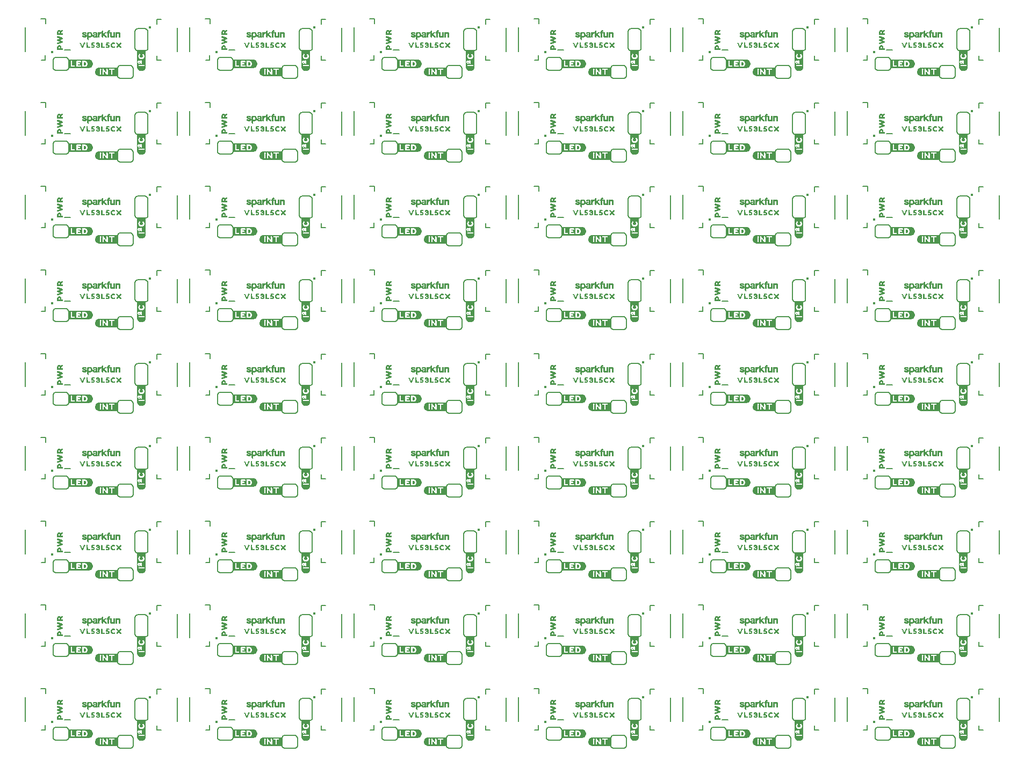
<source format=gto>
G04 EAGLE Gerber RS-274X export*
G75*
%MOMM*%
%FSLAX34Y34*%
%LPD*%
%INSilkscreen Top*%
%IPPOS*%
%AMOC8*
5,1,8,0,0,1.08239X$1,22.5*%
G01*
%ADD10C,0.203200*%
%ADD11C,0.406400*%

G36*
X1402915Y968514D02*
X1402915Y968514D01*
X1402918Y968511D01*
X1403518Y968611D01*
X1403521Y968615D01*
X1403524Y968613D01*
X1404224Y968813D01*
X1404225Y968814D01*
X1404226Y968813D01*
X1404826Y969013D01*
X1404829Y969018D01*
X1404832Y969016D01*
X1406032Y969616D01*
X1406034Y969620D01*
X1406037Y969619D01*
X1406637Y970019D01*
X1406638Y970022D01*
X1406641Y970022D01*
X1407141Y970422D01*
X1407142Y970426D01*
X1407145Y970425D01*
X1407645Y970925D01*
X1407646Y970932D01*
X1407651Y970933D01*
X1408051Y971533D01*
X1408051Y971535D01*
X1408052Y971535D01*
X1408352Y972035D01*
X1408352Y972038D01*
X1408354Y972038D01*
X1408654Y972638D01*
X1408654Y972640D01*
X1408655Y972641D01*
X1408955Y973341D01*
X1408953Y973349D01*
X1408959Y973352D01*
X1409059Y973952D01*
X1409058Y973953D01*
X1409059Y973953D01*
X1409259Y975353D01*
X1409253Y975363D01*
X1409259Y975368D01*
X1409159Y975968D01*
X1409059Y976667D01*
X1408959Y977367D01*
X1408951Y977375D01*
X1408954Y977382D01*
X1408656Y977979D01*
X1408457Y978576D01*
X1408449Y978581D01*
X1408451Y978587D01*
X1408051Y979187D01*
X1408048Y979188D01*
X1408048Y979191D01*
X1407648Y979691D01*
X1407644Y979692D01*
X1407645Y979695D01*
X1406645Y980695D01*
X1406641Y980695D01*
X1406641Y980698D01*
X1406141Y981098D01*
X1406133Y981099D01*
X1406132Y981104D01*
X1404932Y981704D01*
X1404925Y981703D01*
X1404924Y981707D01*
X1404225Y981907D01*
X1403626Y982107D01*
X1403619Y982105D01*
X1403617Y982109D01*
X1402917Y982209D01*
X1402912Y982206D01*
X1402910Y982209D01*
X1370510Y982209D01*
X1370463Y982173D01*
X1370466Y982169D01*
X1370461Y982167D01*
X1370361Y981467D01*
X1370364Y981462D01*
X1370361Y981460D01*
X1370361Y968660D01*
X1370397Y968613D01*
X1370400Y968615D01*
X1370402Y968611D01*
X1371002Y968511D01*
X1371007Y968514D01*
X1371010Y968511D01*
X1402910Y968511D01*
X1402915Y968514D01*
G37*
G36*
X625675Y704354D02*
X625675Y704354D01*
X625678Y704351D01*
X626278Y704451D01*
X626281Y704455D01*
X626284Y704453D01*
X626984Y704653D01*
X626985Y704654D01*
X626986Y704653D01*
X627586Y704853D01*
X627589Y704858D01*
X627592Y704856D01*
X628792Y705456D01*
X628794Y705460D01*
X628797Y705459D01*
X629397Y705859D01*
X629398Y705862D01*
X629401Y705862D01*
X629901Y706262D01*
X629902Y706266D01*
X629905Y706265D01*
X630405Y706765D01*
X630406Y706772D01*
X630411Y706773D01*
X630811Y707373D01*
X630811Y707375D01*
X630812Y707375D01*
X631112Y707875D01*
X631112Y707878D01*
X631114Y707878D01*
X631414Y708478D01*
X631414Y708480D01*
X631415Y708481D01*
X631715Y709181D01*
X631713Y709189D01*
X631719Y709192D01*
X631819Y709792D01*
X631818Y709793D01*
X631819Y709793D01*
X632019Y711193D01*
X632013Y711203D01*
X632019Y711208D01*
X631919Y711808D01*
X631819Y712507D01*
X631719Y713207D01*
X631711Y713215D01*
X631714Y713222D01*
X631416Y713819D01*
X631217Y714416D01*
X631209Y714421D01*
X631211Y714427D01*
X630811Y715027D01*
X630808Y715028D01*
X630808Y715031D01*
X630408Y715531D01*
X630404Y715532D01*
X630405Y715535D01*
X629405Y716535D01*
X629401Y716535D01*
X629401Y716538D01*
X628901Y716938D01*
X628893Y716939D01*
X628892Y716944D01*
X627692Y717544D01*
X627685Y717543D01*
X627684Y717547D01*
X626985Y717747D01*
X626386Y717947D01*
X626379Y717945D01*
X626377Y717949D01*
X625677Y718049D01*
X625672Y718046D01*
X625670Y718049D01*
X593270Y718049D01*
X593223Y718013D01*
X593226Y718009D01*
X593221Y718007D01*
X593121Y717307D01*
X593124Y717302D01*
X593121Y717300D01*
X593121Y704500D01*
X593157Y704453D01*
X593160Y704455D01*
X593162Y704451D01*
X593762Y704351D01*
X593767Y704354D01*
X593770Y704351D01*
X625670Y704351D01*
X625675Y704354D01*
G37*
G36*
X1402915Y704354D02*
X1402915Y704354D01*
X1402918Y704351D01*
X1403518Y704451D01*
X1403521Y704455D01*
X1403524Y704453D01*
X1404224Y704653D01*
X1404225Y704654D01*
X1404226Y704653D01*
X1404826Y704853D01*
X1404829Y704858D01*
X1404832Y704856D01*
X1406032Y705456D01*
X1406034Y705460D01*
X1406037Y705459D01*
X1406637Y705859D01*
X1406638Y705862D01*
X1406641Y705862D01*
X1407141Y706262D01*
X1407142Y706266D01*
X1407145Y706265D01*
X1407645Y706765D01*
X1407646Y706772D01*
X1407651Y706773D01*
X1408051Y707373D01*
X1408051Y707375D01*
X1408052Y707375D01*
X1408352Y707875D01*
X1408352Y707878D01*
X1408354Y707878D01*
X1408654Y708478D01*
X1408654Y708480D01*
X1408655Y708481D01*
X1408955Y709181D01*
X1408953Y709189D01*
X1408959Y709192D01*
X1409059Y709792D01*
X1409058Y709793D01*
X1409059Y709793D01*
X1409259Y711193D01*
X1409253Y711203D01*
X1409259Y711208D01*
X1409159Y711808D01*
X1409059Y712507D01*
X1408959Y713207D01*
X1408951Y713215D01*
X1408954Y713222D01*
X1408656Y713819D01*
X1408457Y714416D01*
X1408449Y714421D01*
X1408451Y714427D01*
X1408051Y715027D01*
X1408048Y715028D01*
X1408048Y715031D01*
X1407648Y715531D01*
X1407644Y715532D01*
X1407645Y715535D01*
X1406645Y716535D01*
X1406641Y716535D01*
X1406641Y716538D01*
X1406141Y716938D01*
X1406133Y716939D01*
X1406132Y716944D01*
X1404932Y717544D01*
X1404925Y717543D01*
X1404924Y717547D01*
X1404225Y717747D01*
X1403626Y717947D01*
X1403619Y717945D01*
X1403617Y717949D01*
X1402917Y718049D01*
X1402912Y718046D01*
X1402910Y718049D01*
X1370510Y718049D01*
X1370463Y718013D01*
X1370466Y718009D01*
X1370461Y718007D01*
X1370361Y717307D01*
X1370364Y717302D01*
X1370361Y717300D01*
X1370361Y704500D01*
X1370397Y704453D01*
X1370400Y704455D01*
X1370402Y704451D01*
X1371002Y704351D01*
X1371007Y704354D01*
X1371010Y704351D01*
X1402910Y704351D01*
X1402915Y704354D01*
G37*
G36*
X884755Y1100594D02*
X884755Y1100594D01*
X884758Y1100591D01*
X885358Y1100691D01*
X885361Y1100695D01*
X885364Y1100693D01*
X886064Y1100893D01*
X886065Y1100894D01*
X886066Y1100893D01*
X886666Y1101093D01*
X886669Y1101098D01*
X886672Y1101096D01*
X887872Y1101696D01*
X887874Y1101700D01*
X887877Y1101699D01*
X888477Y1102099D01*
X888478Y1102102D01*
X888481Y1102102D01*
X888981Y1102502D01*
X888982Y1102506D01*
X888985Y1102505D01*
X889485Y1103005D01*
X889486Y1103012D01*
X889491Y1103013D01*
X889891Y1103613D01*
X889891Y1103615D01*
X889892Y1103615D01*
X890192Y1104115D01*
X890192Y1104118D01*
X890194Y1104118D01*
X890494Y1104718D01*
X890494Y1104720D01*
X890495Y1104721D01*
X890795Y1105421D01*
X890793Y1105429D01*
X890799Y1105432D01*
X890899Y1106032D01*
X890898Y1106033D01*
X890899Y1106033D01*
X891099Y1107433D01*
X891093Y1107443D01*
X891099Y1107448D01*
X890999Y1108048D01*
X890899Y1108747D01*
X890799Y1109447D01*
X890791Y1109455D01*
X890794Y1109462D01*
X890496Y1110059D01*
X890297Y1110656D01*
X890289Y1110661D01*
X890291Y1110667D01*
X889891Y1111267D01*
X889888Y1111268D01*
X889888Y1111271D01*
X889488Y1111771D01*
X889484Y1111772D01*
X889485Y1111775D01*
X888485Y1112775D01*
X888481Y1112775D01*
X888481Y1112778D01*
X887981Y1113178D01*
X887973Y1113179D01*
X887972Y1113184D01*
X886772Y1113784D01*
X886765Y1113783D01*
X886764Y1113787D01*
X886065Y1113987D01*
X885466Y1114187D01*
X885459Y1114185D01*
X885457Y1114189D01*
X884757Y1114289D01*
X884752Y1114286D01*
X884750Y1114289D01*
X852350Y1114289D01*
X852303Y1114253D01*
X852306Y1114249D01*
X852301Y1114247D01*
X852201Y1113547D01*
X852204Y1113542D01*
X852201Y1113540D01*
X852201Y1100740D01*
X852237Y1100693D01*
X852240Y1100695D01*
X852242Y1100691D01*
X852842Y1100591D01*
X852847Y1100594D01*
X852850Y1100591D01*
X884750Y1100591D01*
X884755Y1100594D01*
G37*
G36*
X366595Y43954D02*
X366595Y43954D01*
X366598Y43951D01*
X367198Y44051D01*
X367201Y44055D01*
X367204Y44053D01*
X367904Y44253D01*
X367905Y44254D01*
X367906Y44253D01*
X368506Y44453D01*
X368509Y44458D01*
X368512Y44456D01*
X369712Y45056D01*
X369714Y45060D01*
X369717Y45059D01*
X370317Y45459D01*
X370318Y45462D01*
X370321Y45462D01*
X370821Y45862D01*
X370822Y45866D01*
X370825Y45865D01*
X371325Y46365D01*
X371326Y46372D01*
X371331Y46373D01*
X371731Y46973D01*
X371731Y46975D01*
X371732Y46975D01*
X372032Y47475D01*
X372032Y47478D01*
X372034Y47478D01*
X372334Y48078D01*
X372334Y48080D01*
X372335Y48081D01*
X372635Y48781D01*
X372633Y48789D01*
X372639Y48792D01*
X372739Y49392D01*
X372738Y49393D01*
X372739Y49393D01*
X372939Y50793D01*
X372933Y50803D01*
X372939Y50808D01*
X372839Y51408D01*
X372739Y52107D01*
X372639Y52807D01*
X372631Y52815D01*
X372634Y52822D01*
X372336Y53419D01*
X372137Y54016D01*
X372129Y54021D01*
X372131Y54027D01*
X371731Y54627D01*
X371728Y54628D01*
X371728Y54631D01*
X371328Y55131D01*
X371324Y55132D01*
X371325Y55135D01*
X370325Y56135D01*
X370321Y56135D01*
X370321Y56138D01*
X369821Y56538D01*
X369813Y56539D01*
X369812Y56544D01*
X368612Y57144D01*
X368605Y57143D01*
X368604Y57147D01*
X367905Y57347D01*
X367306Y57547D01*
X367299Y57545D01*
X367297Y57549D01*
X366597Y57649D01*
X366592Y57646D01*
X366590Y57649D01*
X334190Y57649D01*
X334143Y57613D01*
X334146Y57609D01*
X334141Y57607D01*
X334041Y56907D01*
X334044Y56902D01*
X334041Y56900D01*
X334041Y44100D01*
X334077Y44053D01*
X334080Y44055D01*
X334082Y44051D01*
X334682Y43951D01*
X334687Y43954D01*
X334690Y43951D01*
X366590Y43951D01*
X366595Y43954D01*
G37*
G36*
X107515Y43954D02*
X107515Y43954D01*
X107518Y43951D01*
X108118Y44051D01*
X108121Y44055D01*
X108124Y44053D01*
X108824Y44253D01*
X108825Y44254D01*
X108826Y44253D01*
X109426Y44453D01*
X109429Y44458D01*
X109432Y44456D01*
X110632Y45056D01*
X110634Y45060D01*
X110637Y45059D01*
X111237Y45459D01*
X111238Y45462D01*
X111241Y45462D01*
X111741Y45862D01*
X111742Y45866D01*
X111745Y45865D01*
X112245Y46365D01*
X112246Y46372D01*
X112251Y46373D01*
X112651Y46973D01*
X112651Y46975D01*
X112652Y46975D01*
X112952Y47475D01*
X112952Y47478D01*
X112954Y47478D01*
X113254Y48078D01*
X113254Y48080D01*
X113255Y48081D01*
X113555Y48781D01*
X113553Y48789D01*
X113559Y48792D01*
X113659Y49392D01*
X113658Y49393D01*
X113659Y49393D01*
X113859Y50793D01*
X113853Y50803D01*
X113859Y50808D01*
X113759Y51408D01*
X113659Y52107D01*
X113559Y52807D01*
X113551Y52815D01*
X113554Y52822D01*
X113256Y53419D01*
X113057Y54016D01*
X113049Y54021D01*
X113051Y54027D01*
X112651Y54627D01*
X112648Y54628D01*
X112648Y54631D01*
X112248Y55131D01*
X112244Y55132D01*
X112245Y55135D01*
X111245Y56135D01*
X111241Y56135D01*
X111241Y56138D01*
X110741Y56538D01*
X110733Y56539D01*
X110732Y56544D01*
X109532Y57144D01*
X109525Y57143D01*
X109524Y57147D01*
X108825Y57347D01*
X108226Y57547D01*
X108219Y57545D01*
X108217Y57549D01*
X107517Y57649D01*
X107512Y57646D01*
X107510Y57649D01*
X75110Y57649D01*
X75063Y57613D01*
X75066Y57609D01*
X75061Y57607D01*
X74961Y56907D01*
X74964Y56902D01*
X74961Y56900D01*
X74961Y44100D01*
X74997Y44053D01*
X75000Y44055D01*
X75002Y44051D01*
X75602Y43951D01*
X75607Y43954D01*
X75610Y43951D01*
X107510Y43951D01*
X107515Y43954D01*
G37*
G36*
X1143835Y440194D02*
X1143835Y440194D01*
X1143838Y440191D01*
X1144438Y440291D01*
X1144441Y440295D01*
X1144444Y440293D01*
X1145144Y440493D01*
X1145145Y440494D01*
X1145146Y440493D01*
X1145746Y440693D01*
X1145749Y440698D01*
X1145752Y440696D01*
X1146952Y441296D01*
X1146954Y441300D01*
X1146957Y441299D01*
X1147557Y441699D01*
X1147558Y441702D01*
X1147561Y441702D01*
X1148061Y442102D01*
X1148062Y442106D01*
X1148065Y442105D01*
X1148565Y442605D01*
X1148566Y442612D01*
X1148571Y442613D01*
X1148971Y443213D01*
X1148971Y443215D01*
X1148972Y443215D01*
X1149272Y443715D01*
X1149272Y443718D01*
X1149274Y443718D01*
X1149574Y444318D01*
X1149574Y444320D01*
X1149575Y444321D01*
X1149875Y445021D01*
X1149873Y445029D01*
X1149879Y445032D01*
X1149979Y445632D01*
X1149978Y445633D01*
X1149979Y445633D01*
X1150179Y447033D01*
X1150173Y447043D01*
X1150179Y447048D01*
X1150079Y447648D01*
X1149979Y448347D01*
X1149879Y449047D01*
X1149871Y449055D01*
X1149874Y449062D01*
X1149576Y449659D01*
X1149377Y450256D01*
X1149369Y450261D01*
X1149371Y450267D01*
X1148971Y450867D01*
X1148968Y450868D01*
X1148968Y450871D01*
X1148568Y451371D01*
X1148564Y451372D01*
X1148565Y451375D01*
X1147565Y452375D01*
X1147561Y452375D01*
X1147561Y452378D01*
X1147061Y452778D01*
X1147053Y452779D01*
X1147052Y452784D01*
X1145852Y453384D01*
X1145845Y453383D01*
X1145844Y453387D01*
X1145145Y453587D01*
X1144546Y453787D01*
X1144539Y453785D01*
X1144537Y453789D01*
X1143837Y453889D01*
X1143832Y453886D01*
X1143830Y453889D01*
X1111430Y453889D01*
X1111383Y453853D01*
X1111386Y453849D01*
X1111381Y453847D01*
X1111281Y453147D01*
X1111284Y453142D01*
X1111281Y453140D01*
X1111281Y440340D01*
X1111317Y440293D01*
X1111320Y440295D01*
X1111322Y440291D01*
X1111922Y440191D01*
X1111927Y440194D01*
X1111930Y440191D01*
X1143830Y440191D01*
X1143835Y440194D01*
G37*
G36*
X107515Y440194D02*
X107515Y440194D01*
X107518Y440191D01*
X108118Y440291D01*
X108121Y440295D01*
X108124Y440293D01*
X108824Y440493D01*
X108825Y440494D01*
X108826Y440493D01*
X109426Y440693D01*
X109429Y440698D01*
X109432Y440696D01*
X110632Y441296D01*
X110634Y441300D01*
X110637Y441299D01*
X111237Y441699D01*
X111238Y441702D01*
X111241Y441702D01*
X111741Y442102D01*
X111742Y442106D01*
X111745Y442105D01*
X112245Y442605D01*
X112246Y442612D01*
X112251Y442613D01*
X112651Y443213D01*
X112651Y443215D01*
X112652Y443215D01*
X112952Y443715D01*
X112952Y443718D01*
X112954Y443718D01*
X113254Y444318D01*
X113254Y444320D01*
X113255Y444321D01*
X113555Y445021D01*
X113553Y445029D01*
X113559Y445032D01*
X113659Y445632D01*
X113658Y445633D01*
X113659Y445633D01*
X113859Y447033D01*
X113853Y447043D01*
X113859Y447048D01*
X113759Y447648D01*
X113659Y448347D01*
X113559Y449047D01*
X113551Y449055D01*
X113554Y449062D01*
X113256Y449659D01*
X113057Y450256D01*
X113049Y450261D01*
X113051Y450267D01*
X112651Y450867D01*
X112648Y450868D01*
X112648Y450871D01*
X112248Y451371D01*
X112244Y451372D01*
X112245Y451375D01*
X111245Y452375D01*
X111241Y452375D01*
X111241Y452378D01*
X110741Y452778D01*
X110733Y452779D01*
X110732Y452784D01*
X109532Y453384D01*
X109525Y453383D01*
X109524Y453387D01*
X108825Y453587D01*
X108226Y453787D01*
X108219Y453785D01*
X108217Y453789D01*
X107517Y453889D01*
X107512Y453886D01*
X107510Y453889D01*
X75110Y453889D01*
X75063Y453853D01*
X75066Y453849D01*
X75061Y453847D01*
X74961Y453147D01*
X74964Y453142D01*
X74961Y453140D01*
X74961Y440340D01*
X74997Y440293D01*
X75000Y440295D01*
X75002Y440291D01*
X75602Y440191D01*
X75607Y440194D01*
X75610Y440191D01*
X107510Y440191D01*
X107515Y440194D01*
G37*
G36*
X1402915Y440194D02*
X1402915Y440194D01*
X1402918Y440191D01*
X1403518Y440291D01*
X1403521Y440295D01*
X1403524Y440293D01*
X1404224Y440493D01*
X1404225Y440494D01*
X1404226Y440493D01*
X1404826Y440693D01*
X1404829Y440698D01*
X1404832Y440696D01*
X1406032Y441296D01*
X1406034Y441300D01*
X1406037Y441299D01*
X1406637Y441699D01*
X1406638Y441702D01*
X1406641Y441702D01*
X1407141Y442102D01*
X1407142Y442106D01*
X1407145Y442105D01*
X1407645Y442605D01*
X1407646Y442612D01*
X1407651Y442613D01*
X1408051Y443213D01*
X1408051Y443215D01*
X1408052Y443215D01*
X1408352Y443715D01*
X1408352Y443718D01*
X1408354Y443718D01*
X1408654Y444318D01*
X1408654Y444320D01*
X1408655Y444321D01*
X1408955Y445021D01*
X1408953Y445029D01*
X1408959Y445032D01*
X1409059Y445632D01*
X1409058Y445633D01*
X1409059Y445633D01*
X1409259Y447033D01*
X1409253Y447043D01*
X1409259Y447048D01*
X1409159Y447648D01*
X1409059Y448347D01*
X1408959Y449047D01*
X1408951Y449055D01*
X1408954Y449062D01*
X1408656Y449659D01*
X1408457Y450256D01*
X1408449Y450261D01*
X1408451Y450267D01*
X1408051Y450867D01*
X1408048Y450868D01*
X1408048Y450871D01*
X1407648Y451371D01*
X1407644Y451372D01*
X1407645Y451375D01*
X1406645Y452375D01*
X1406641Y452375D01*
X1406641Y452378D01*
X1406141Y452778D01*
X1406133Y452779D01*
X1406132Y452784D01*
X1404932Y453384D01*
X1404925Y453383D01*
X1404924Y453387D01*
X1404225Y453587D01*
X1403626Y453787D01*
X1403619Y453785D01*
X1403617Y453789D01*
X1402917Y453889D01*
X1402912Y453886D01*
X1402910Y453889D01*
X1370510Y453889D01*
X1370463Y453853D01*
X1370466Y453849D01*
X1370461Y453847D01*
X1370361Y453147D01*
X1370364Y453142D01*
X1370361Y453140D01*
X1370361Y440340D01*
X1370397Y440293D01*
X1370400Y440295D01*
X1370402Y440291D01*
X1371002Y440191D01*
X1371007Y440194D01*
X1371010Y440191D01*
X1402910Y440191D01*
X1402915Y440194D01*
G37*
G36*
X884755Y440194D02*
X884755Y440194D01*
X884758Y440191D01*
X885358Y440291D01*
X885361Y440295D01*
X885364Y440293D01*
X886064Y440493D01*
X886065Y440494D01*
X886066Y440493D01*
X886666Y440693D01*
X886669Y440698D01*
X886672Y440696D01*
X887872Y441296D01*
X887874Y441300D01*
X887877Y441299D01*
X888477Y441699D01*
X888478Y441702D01*
X888481Y441702D01*
X888981Y442102D01*
X888982Y442106D01*
X888985Y442105D01*
X889485Y442605D01*
X889486Y442612D01*
X889491Y442613D01*
X889891Y443213D01*
X889891Y443215D01*
X889892Y443215D01*
X890192Y443715D01*
X890192Y443718D01*
X890194Y443718D01*
X890494Y444318D01*
X890494Y444320D01*
X890495Y444321D01*
X890795Y445021D01*
X890793Y445029D01*
X890799Y445032D01*
X890899Y445632D01*
X890898Y445633D01*
X890899Y445633D01*
X891099Y447033D01*
X891093Y447043D01*
X891099Y447048D01*
X890999Y447648D01*
X890899Y448347D01*
X890799Y449047D01*
X890791Y449055D01*
X890794Y449062D01*
X890496Y449659D01*
X890297Y450256D01*
X890289Y450261D01*
X890291Y450267D01*
X889891Y450867D01*
X889888Y450868D01*
X889888Y450871D01*
X889488Y451371D01*
X889484Y451372D01*
X889485Y451375D01*
X888485Y452375D01*
X888481Y452375D01*
X888481Y452378D01*
X887981Y452778D01*
X887973Y452779D01*
X887972Y452784D01*
X886772Y453384D01*
X886765Y453383D01*
X886764Y453387D01*
X886065Y453587D01*
X885466Y453787D01*
X885459Y453785D01*
X885457Y453789D01*
X884757Y453889D01*
X884752Y453886D01*
X884750Y453889D01*
X852350Y453889D01*
X852303Y453853D01*
X852306Y453849D01*
X852301Y453847D01*
X852201Y453147D01*
X852204Y453142D01*
X852201Y453140D01*
X852201Y440340D01*
X852237Y440293D01*
X852240Y440295D01*
X852242Y440291D01*
X852842Y440191D01*
X852847Y440194D01*
X852850Y440191D01*
X884750Y440191D01*
X884755Y440194D01*
G37*
G36*
X366595Y440194D02*
X366595Y440194D01*
X366598Y440191D01*
X367198Y440291D01*
X367201Y440295D01*
X367204Y440293D01*
X367904Y440493D01*
X367905Y440494D01*
X367906Y440493D01*
X368506Y440693D01*
X368509Y440698D01*
X368512Y440696D01*
X369712Y441296D01*
X369714Y441300D01*
X369717Y441299D01*
X370317Y441699D01*
X370318Y441702D01*
X370321Y441702D01*
X370821Y442102D01*
X370822Y442106D01*
X370825Y442105D01*
X371325Y442605D01*
X371326Y442612D01*
X371331Y442613D01*
X371731Y443213D01*
X371731Y443215D01*
X371732Y443215D01*
X372032Y443715D01*
X372032Y443718D01*
X372034Y443718D01*
X372334Y444318D01*
X372334Y444320D01*
X372335Y444321D01*
X372635Y445021D01*
X372633Y445029D01*
X372639Y445032D01*
X372739Y445632D01*
X372738Y445633D01*
X372739Y445633D01*
X372939Y447033D01*
X372933Y447043D01*
X372939Y447048D01*
X372839Y447648D01*
X372739Y448347D01*
X372639Y449047D01*
X372631Y449055D01*
X372634Y449062D01*
X372336Y449659D01*
X372137Y450256D01*
X372129Y450261D01*
X372131Y450267D01*
X371731Y450867D01*
X371728Y450868D01*
X371728Y450871D01*
X371328Y451371D01*
X371324Y451372D01*
X371325Y451375D01*
X370325Y452375D01*
X370321Y452375D01*
X370321Y452378D01*
X369821Y452778D01*
X369813Y452779D01*
X369812Y452784D01*
X368612Y453384D01*
X368605Y453383D01*
X368604Y453387D01*
X367905Y453587D01*
X367306Y453787D01*
X367299Y453785D01*
X367297Y453789D01*
X366597Y453889D01*
X366592Y453886D01*
X366590Y453889D01*
X334190Y453889D01*
X334143Y453853D01*
X334146Y453849D01*
X334141Y453847D01*
X334041Y453147D01*
X334044Y453142D01*
X334041Y453140D01*
X334041Y440340D01*
X334077Y440293D01*
X334080Y440295D01*
X334082Y440291D01*
X334682Y440191D01*
X334687Y440194D01*
X334690Y440191D01*
X366590Y440191D01*
X366595Y440194D01*
G37*
G36*
X625675Y440194D02*
X625675Y440194D01*
X625678Y440191D01*
X626278Y440291D01*
X626281Y440295D01*
X626284Y440293D01*
X626984Y440493D01*
X626985Y440494D01*
X626986Y440493D01*
X627586Y440693D01*
X627589Y440698D01*
X627592Y440696D01*
X628792Y441296D01*
X628794Y441300D01*
X628797Y441299D01*
X629397Y441699D01*
X629398Y441702D01*
X629401Y441702D01*
X629901Y442102D01*
X629902Y442106D01*
X629905Y442105D01*
X630405Y442605D01*
X630406Y442612D01*
X630411Y442613D01*
X630811Y443213D01*
X630811Y443215D01*
X630812Y443215D01*
X631112Y443715D01*
X631112Y443718D01*
X631114Y443718D01*
X631414Y444318D01*
X631414Y444320D01*
X631415Y444321D01*
X631715Y445021D01*
X631713Y445029D01*
X631719Y445032D01*
X631819Y445632D01*
X631818Y445633D01*
X631819Y445633D01*
X632019Y447033D01*
X632013Y447043D01*
X632019Y447048D01*
X631919Y447648D01*
X631819Y448347D01*
X631719Y449047D01*
X631711Y449055D01*
X631714Y449062D01*
X631416Y449659D01*
X631217Y450256D01*
X631209Y450261D01*
X631211Y450267D01*
X630811Y450867D01*
X630808Y450868D01*
X630808Y450871D01*
X630408Y451371D01*
X630404Y451372D01*
X630405Y451375D01*
X629405Y452375D01*
X629401Y452375D01*
X629401Y452378D01*
X628901Y452778D01*
X628893Y452779D01*
X628892Y452784D01*
X627692Y453384D01*
X627685Y453383D01*
X627684Y453387D01*
X626985Y453587D01*
X626386Y453787D01*
X626379Y453785D01*
X626377Y453789D01*
X625677Y453889D01*
X625672Y453886D01*
X625670Y453889D01*
X593270Y453889D01*
X593223Y453853D01*
X593226Y453849D01*
X593221Y453847D01*
X593121Y453147D01*
X593124Y453142D01*
X593121Y453140D01*
X593121Y440340D01*
X593157Y440293D01*
X593160Y440295D01*
X593162Y440291D01*
X593762Y440191D01*
X593767Y440194D01*
X593770Y440191D01*
X625670Y440191D01*
X625675Y440194D01*
G37*
G36*
X625675Y308114D02*
X625675Y308114D01*
X625678Y308111D01*
X626278Y308211D01*
X626281Y308215D01*
X626284Y308213D01*
X626984Y308413D01*
X626985Y308414D01*
X626986Y308413D01*
X627586Y308613D01*
X627589Y308618D01*
X627592Y308616D01*
X628792Y309216D01*
X628794Y309220D01*
X628797Y309219D01*
X629397Y309619D01*
X629398Y309622D01*
X629401Y309622D01*
X629901Y310022D01*
X629902Y310026D01*
X629905Y310025D01*
X630405Y310525D01*
X630406Y310532D01*
X630411Y310533D01*
X630811Y311133D01*
X630811Y311135D01*
X630812Y311135D01*
X631112Y311635D01*
X631112Y311638D01*
X631114Y311638D01*
X631414Y312238D01*
X631414Y312240D01*
X631415Y312241D01*
X631715Y312941D01*
X631713Y312949D01*
X631719Y312952D01*
X631819Y313552D01*
X631818Y313553D01*
X631819Y313553D01*
X632019Y314953D01*
X632013Y314963D01*
X632019Y314968D01*
X631919Y315568D01*
X631819Y316267D01*
X631719Y316967D01*
X631711Y316975D01*
X631714Y316982D01*
X631416Y317579D01*
X631217Y318176D01*
X631209Y318181D01*
X631211Y318187D01*
X630811Y318787D01*
X630808Y318788D01*
X630808Y318791D01*
X630408Y319291D01*
X630404Y319292D01*
X630405Y319295D01*
X629405Y320295D01*
X629401Y320295D01*
X629401Y320298D01*
X628901Y320698D01*
X628893Y320699D01*
X628892Y320704D01*
X627692Y321304D01*
X627685Y321303D01*
X627684Y321307D01*
X626985Y321507D01*
X626386Y321707D01*
X626379Y321705D01*
X626377Y321709D01*
X625677Y321809D01*
X625672Y321806D01*
X625670Y321809D01*
X593270Y321809D01*
X593223Y321773D01*
X593226Y321769D01*
X593221Y321767D01*
X593121Y321067D01*
X593124Y321062D01*
X593121Y321060D01*
X593121Y308260D01*
X593157Y308213D01*
X593160Y308215D01*
X593162Y308211D01*
X593762Y308111D01*
X593767Y308114D01*
X593770Y308111D01*
X625670Y308111D01*
X625675Y308114D01*
G37*
G36*
X884755Y308114D02*
X884755Y308114D01*
X884758Y308111D01*
X885358Y308211D01*
X885361Y308215D01*
X885364Y308213D01*
X886064Y308413D01*
X886065Y308414D01*
X886066Y308413D01*
X886666Y308613D01*
X886669Y308618D01*
X886672Y308616D01*
X887872Y309216D01*
X887874Y309220D01*
X887877Y309219D01*
X888477Y309619D01*
X888478Y309622D01*
X888481Y309622D01*
X888981Y310022D01*
X888982Y310026D01*
X888985Y310025D01*
X889485Y310525D01*
X889486Y310532D01*
X889491Y310533D01*
X889891Y311133D01*
X889891Y311135D01*
X889892Y311135D01*
X890192Y311635D01*
X890192Y311638D01*
X890194Y311638D01*
X890494Y312238D01*
X890494Y312240D01*
X890495Y312241D01*
X890795Y312941D01*
X890793Y312949D01*
X890799Y312952D01*
X890899Y313552D01*
X890898Y313553D01*
X890899Y313553D01*
X891099Y314953D01*
X891093Y314963D01*
X891099Y314968D01*
X890999Y315568D01*
X890899Y316267D01*
X890799Y316967D01*
X890791Y316975D01*
X890794Y316982D01*
X890496Y317579D01*
X890297Y318176D01*
X890289Y318181D01*
X890291Y318187D01*
X889891Y318787D01*
X889888Y318788D01*
X889888Y318791D01*
X889488Y319291D01*
X889484Y319292D01*
X889485Y319295D01*
X888485Y320295D01*
X888481Y320295D01*
X888481Y320298D01*
X887981Y320698D01*
X887973Y320699D01*
X887972Y320704D01*
X886772Y321304D01*
X886765Y321303D01*
X886764Y321307D01*
X886065Y321507D01*
X885466Y321707D01*
X885459Y321705D01*
X885457Y321709D01*
X884757Y321809D01*
X884752Y321806D01*
X884750Y321809D01*
X852350Y321809D01*
X852303Y321773D01*
X852306Y321769D01*
X852301Y321767D01*
X852201Y321067D01*
X852204Y321062D01*
X852201Y321060D01*
X852201Y308260D01*
X852237Y308213D01*
X852240Y308215D01*
X852242Y308211D01*
X852842Y308111D01*
X852847Y308114D01*
X852850Y308111D01*
X884750Y308111D01*
X884755Y308114D01*
G37*
G36*
X366595Y1100594D02*
X366595Y1100594D01*
X366598Y1100591D01*
X367198Y1100691D01*
X367201Y1100695D01*
X367204Y1100693D01*
X367904Y1100893D01*
X367905Y1100894D01*
X367906Y1100893D01*
X368506Y1101093D01*
X368509Y1101098D01*
X368512Y1101096D01*
X369712Y1101696D01*
X369714Y1101700D01*
X369717Y1101699D01*
X370317Y1102099D01*
X370318Y1102102D01*
X370321Y1102102D01*
X370821Y1102502D01*
X370822Y1102506D01*
X370825Y1102505D01*
X371325Y1103005D01*
X371326Y1103012D01*
X371331Y1103013D01*
X371731Y1103613D01*
X371731Y1103615D01*
X371732Y1103615D01*
X372032Y1104115D01*
X372032Y1104118D01*
X372034Y1104118D01*
X372334Y1104718D01*
X372334Y1104720D01*
X372335Y1104721D01*
X372635Y1105421D01*
X372633Y1105429D01*
X372639Y1105432D01*
X372739Y1106032D01*
X372738Y1106033D01*
X372739Y1106033D01*
X372939Y1107433D01*
X372933Y1107443D01*
X372939Y1107448D01*
X372839Y1108048D01*
X372739Y1108747D01*
X372639Y1109447D01*
X372631Y1109455D01*
X372634Y1109462D01*
X372336Y1110059D01*
X372137Y1110656D01*
X372129Y1110661D01*
X372131Y1110667D01*
X371731Y1111267D01*
X371728Y1111268D01*
X371728Y1111271D01*
X371328Y1111771D01*
X371324Y1111772D01*
X371325Y1111775D01*
X370325Y1112775D01*
X370321Y1112775D01*
X370321Y1112778D01*
X369821Y1113178D01*
X369813Y1113179D01*
X369812Y1113184D01*
X368612Y1113784D01*
X368605Y1113783D01*
X368604Y1113787D01*
X367905Y1113987D01*
X367306Y1114187D01*
X367299Y1114185D01*
X367297Y1114189D01*
X366597Y1114289D01*
X366592Y1114286D01*
X366590Y1114289D01*
X334190Y1114289D01*
X334143Y1114253D01*
X334146Y1114249D01*
X334141Y1114247D01*
X334041Y1113547D01*
X334044Y1113542D01*
X334041Y1113540D01*
X334041Y1100740D01*
X334077Y1100693D01*
X334080Y1100695D01*
X334082Y1100691D01*
X334682Y1100591D01*
X334687Y1100594D01*
X334690Y1100591D01*
X366590Y1100591D01*
X366595Y1100594D01*
G37*
G36*
X625675Y1100594D02*
X625675Y1100594D01*
X625678Y1100591D01*
X626278Y1100691D01*
X626281Y1100695D01*
X626284Y1100693D01*
X626984Y1100893D01*
X626985Y1100894D01*
X626986Y1100893D01*
X627586Y1101093D01*
X627589Y1101098D01*
X627592Y1101096D01*
X628792Y1101696D01*
X628794Y1101700D01*
X628797Y1101699D01*
X629397Y1102099D01*
X629398Y1102102D01*
X629401Y1102102D01*
X629901Y1102502D01*
X629902Y1102506D01*
X629905Y1102505D01*
X630405Y1103005D01*
X630406Y1103012D01*
X630411Y1103013D01*
X630811Y1103613D01*
X630811Y1103615D01*
X630812Y1103615D01*
X631112Y1104115D01*
X631112Y1104118D01*
X631114Y1104118D01*
X631414Y1104718D01*
X631414Y1104720D01*
X631415Y1104721D01*
X631715Y1105421D01*
X631713Y1105429D01*
X631719Y1105432D01*
X631819Y1106032D01*
X631818Y1106033D01*
X631819Y1106033D01*
X632019Y1107433D01*
X632013Y1107443D01*
X632019Y1107448D01*
X631919Y1108048D01*
X631819Y1108747D01*
X631719Y1109447D01*
X631711Y1109455D01*
X631714Y1109462D01*
X631416Y1110059D01*
X631217Y1110656D01*
X631209Y1110661D01*
X631211Y1110667D01*
X630811Y1111267D01*
X630808Y1111268D01*
X630808Y1111271D01*
X630408Y1111771D01*
X630404Y1111772D01*
X630405Y1111775D01*
X629405Y1112775D01*
X629401Y1112775D01*
X629401Y1112778D01*
X628901Y1113178D01*
X628893Y1113179D01*
X628892Y1113184D01*
X627692Y1113784D01*
X627685Y1113783D01*
X627684Y1113787D01*
X626985Y1113987D01*
X626386Y1114187D01*
X626379Y1114185D01*
X626377Y1114189D01*
X625677Y1114289D01*
X625672Y1114286D01*
X625670Y1114289D01*
X593270Y1114289D01*
X593223Y1114253D01*
X593226Y1114249D01*
X593221Y1114247D01*
X593121Y1113547D01*
X593124Y1113542D01*
X593121Y1113540D01*
X593121Y1100740D01*
X593157Y1100693D01*
X593160Y1100695D01*
X593162Y1100691D01*
X593762Y1100591D01*
X593767Y1100594D01*
X593770Y1100591D01*
X625670Y1100591D01*
X625675Y1100594D01*
G37*
G36*
X1402915Y1100594D02*
X1402915Y1100594D01*
X1402918Y1100591D01*
X1403518Y1100691D01*
X1403521Y1100695D01*
X1403524Y1100693D01*
X1404224Y1100893D01*
X1404225Y1100894D01*
X1404226Y1100893D01*
X1404826Y1101093D01*
X1404829Y1101098D01*
X1404832Y1101096D01*
X1406032Y1101696D01*
X1406034Y1101700D01*
X1406037Y1101699D01*
X1406637Y1102099D01*
X1406638Y1102102D01*
X1406641Y1102102D01*
X1407141Y1102502D01*
X1407142Y1102506D01*
X1407145Y1102505D01*
X1407645Y1103005D01*
X1407646Y1103012D01*
X1407651Y1103013D01*
X1408051Y1103613D01*
X1408051Y1103615D01*
X1408052Y1103615D01*
X1408352Y1104115D01*
X1408352Y1104118D01*
X1408354Y1104118D01*
X1408654Y1104718D01*
X1408654Y1104720D01*
X1408655Y1104721D01*
X1408955Y1105421D01*
X1408953Y1105429D01*
X1408959Y1105432D01*
X1409059Y1106032D01*
X1409058Y1106033D01*
X1409059Y1106033D01*
X1409259Y1107433D01*
X1409253Y1107443D01*
X1409259Y1107448D01*
X1409159Y1108048D01*
X1409059Y1108747D01*
X1408959Y1109447D01*
X1408951Y1109455D01*
X1408954Y1109462D01*
X1408656Y1110059D01*
X1408457Y1110656D01*
X1408449Y1110661D01*
X1408451Y1110667D01*
X1408051Y1111267D01*
X1408048Y1111268D01*
X1408048Y1111271D01*
X1407648Y1111771D01*
X1407644Y1111772D01*
X1407645Y1111775D01*
X1406645Y1112775D01*
X1406641Y1112775D01*
X1406641Y1112778D01*
X1406141Y1113178D01*
X1406133Y1113179D01*
X1406132Y1113184D01*
X1404932Y1113784D01*
X1404925Y1113783D01*
X1404924Y1113787D01*
X1404225Y1113987D01*
X1403626Y1114187D01*
X1403619Y1114185D01*
X1403617Y1114189D01*
X1402917Y1114289D01*
X1402912Y1114286D01*
X1402910Y1114289D01*
X1370510Y1114289D01*
X1370463Y1114253D01*
X1370466Y1114249D01*
X1370461Y1114247D01*
X1370361Y1113547D01*
X1370364Y1113542D01*
X1370361Y1113540D01*
X1370361Y1100740D01*
X1370397Y1100693D01*
X1370400Y1100695D01*
X1370402Y1100691D01*
X1371002Y1100591D01*
X1371007Y1100594D01*
X1371010Y1100591D01*
X1402910Y1100591D01*
X1402915Y1100594D01*
G37*
G36*
X107515Y1100594D02*
X107515Y1100594D01*
X107518Y1100591D01*
X108118Y1100691D01*
X108121Y1100695D01*
X108124Y1100693D01*
X108824Y1100893D01*
X108825Y1100894D01*
X108826Y1100893D01*
X109426Y1101093D01*
X109429Y1101098D01*
X109432Y1101096D01*
X110632Y1101696D01*
X110634Y1101700D01*
X110637Y1101699D01*
X111237Y1102099D01*
X111238Y1102102D01*
X111241Y1102102D01*
X111741Y1102502D01*
X111742Y1102506D01*
X111745Y1102505D01*
X112245Y1103005D01*
X112246Y1103012D01*
X112251Y1103013D01*
X112651Y1103613D01*
X112651Y1103615D01*
X112652Y1103615D01*
X112952Y1104115D01*
X112952Y1104118D01*
X112954Y1104118D01*
X113254Y1104718D01*
X113254Y1104720D01*
X113255Y1104721D01*
X113555Y1105421D01*
X113553Y1105429D01*
X113559Y1105432D01*
X113659Y1106032D01*
X113658Y1106033D01*
X113659Y1106033D01*
X113859Y1107433D01*
X113853Y1107443D01*
X113859Y1107448D01*
X113759Y1108048D01*
X113659Y1108747D01*
X113559Y1109447D01*
X113551Y1109455D01*
X113554Y1109462D01*
X113256Y1110059D01*
X113057Y1110656D01*
X113049Y1110661D01*
X113051Y1110667D01*
X112651Y1111267D01*
X112648Y1111268D01*
X112648Y1111271D01*
X112248Y1111771D01*
X112244Y1111772D01*
X112245Y1111775D01*
X111245Y1112775D01*
X111241Y1112775D01*
X111241Y1112778D01*
X110741Y1113178D01*
X110733Y1113179D01*
X110732Y1113184D01*
X109532Y1113784D01*
X109525Y1113783D01*
X109524Y1113787D01*
X108825Y1113987D01*
X108226Y1114187D01*
X108219Y1114185D01*
X108217Y1114189D01*
X107517Y1114289D01*
X107512Y1114286D01*
X107510Y1114289D01*
X75110Y1114289D01*
X75063Y1114253D01*
X75066Y1114249D01*
X75061Y1114247D01*
X74961Y1113547D01*
X74964Y1113542D01*
X74961Y1113540D01*
X74961Y1100740D01*
X74997Y1100693D01*
X75000Y1100695D01*
X75002Y1100691D01*
X75602Y1100591D01*
X75607Y1100594D01*
X75610Y1100591D01*
X107510Y1100591D01*
X107515Y1100594D01*
G37*
G36*
X884755Y176034D02*
X884755Y176034D01*
X884758Y176031D01*
X885358Y176131D01*
X885361Y176135D01*
X885364Y176133D01*
X886064Y176333D01*
X886065Y176334D01*
X886066Y176333D01*
X886666Y176533D01*
X886669Y176538D01*
X886672Y176536D01*
X887872Y177136D01*
X887874Y177140D01*
X887877Y177139D01*
X888477Y177539D01*
X888478Y177542D01*
X888481Y177542D01*
X888981Y177942D01*
X888982Y177946D01*
X888985Y177945D01*
X889485Y178445D01*
X889486Y178452D01*
X889491Y178453D01*
X889891Y179053D01*
X889891Y179055D01*
X889892Y179055D01*
X890192Y179555D01*
X890192Y179558D01*
X890194Y179558D01*
X890494Y180158D01*
X890494Y180160D01*
X890495Y180161D01*
X890795Y180861D01*
X890793Y180869D01*
X890799Y180872D01*
X890899Y181472D01*
X890898Y181473D01*
X890899Y181473D01*
X891099Y182873D01*
X891093Y182883D01*
X891099Y182888D01*
X890999Y183488D01*
X890899Y184187D01*
X890799Y184887D01*
X890791Y184895D01*
X890794Y184902D01*
X890496Y185499D01*
X890297Y186096D01*
X890289Y186101D01*
X890291Y186107D01*
X889891Y186707D01*
X889888Y186708D01*
X889888Y186711D01*
X889488Y187211D01*
X889484Y187212D01*
X889485Y187215D01*
X888485Y188215D01*
X888481Y188215D01*
X888481Y188218D01*
X887981Y188618D01*
X887973Y188619D01*
X887972Y188624D01*
X886772Y189224D01*
X886765Y189223D01*
X886764Y189227D01*
X886065Y189427D01*
X885466Y189627D01*
X885459Y189625D01*
X885457Y189629D01*
X884757Y189729D01*
X884752Y189726D01*
X884750Y189729D01*
X852350Y189729D01*
X852303Y189693D01*
X852306Y189689D01*
X852301Y189687D01*
X852201Y188987D01*
X852204Y188982D01*
X852201Y188980D01*
X852201Y176180D01*
X852237Y176133D01*
X852240Y176135D01*
X852242Y176131D01*
X852842Y176031D01*
X852847Y176034D01*
X852850Y176031D01*
X884750Y176031D01*
X884755Y176034D01*
G37*
G36*
X107515Y704354D02*
X107515Y704354D01*
X107518Y704351D01*
X108118Y704451D01*
X108121Y704455D01*
X108124Y704453D01*
X108824Y704653D01*
X108825Y704654D01*
X108826Y704653D01*
X109426Y704853D01*
X109429Y704858D01*
X109432Y704856D01*
X110632Y705456D01*
X110634Y705460D01*
X110637Y705459D01*
X111237Y705859D01*
X111238Y705862D01*
X111241Y705862D01*
X111741Y706262D01*
X111742Y706266D01*
X111745Y706265D01*
X112245Y706765D01*
X112246Y706772D01*
X112251Y706773D01*
X112651Y707373D01*
X112651Y707375D01*
X112652Y707375D01*
X112952Y707875D01*
X112952Y707878D01*
X112954Y707878D01*
X113254Y708478D01*
X113254Y708480D01*
X113255Y708481D01*
X113555Y709181D01*
X113553Y709189D01*
X113559Y709192D01*
X113659Y709792D01*
X113658Y709793D01*
X113659Y709793D01*
X113859Y711193D01*
X113853Y711203D01*
X113859Y711208D01*
X113759Y711808D01*
X113659Y712507D01*
X113559Y713207D01*
X113551Y713215D01*
X113554Y713222D01*
X113256Y713819D01*
X113057Y714416D01*
X113049Y714421D01*
X113051Y714427D01*
X112651Y715027D01*
X112648Y715028D01*
X112648Y715031D01*
X112248Y715531D01*
X112244Y715532D01*
X112245Y715535D01*
X111245Y716535D01*
X111241Y716535D01*
X111241Y716538D01*
X110741Y716938D01*
X110733Y716939D01*
X110732Y716944D01*
X109532Y717544D01*
X109525Y717543D01*
X109524Y717547D01*
X108825Y717747D01*
X108226Y717947D01*
X108219Y717945D01*
X108217Y717949D01*
X107517Y718049D01*
X107512Y718046D01*
X107510Y718049D01*
X75110Y718049D01*
X75063Y718013D01*
X75066Y718009D01*
X75061Y718007D01*
X74961Y717307D01*
X74964Y717302D01*
X74961Y717300D01*
X74961Y704500D01*
X74997Y704453D01*
X75000Y704455D01*
X75002Y704451D01*
X75602Y704351D01*
X75607Y704354D01*
X75610Y704351D01*
X107510Y704351D01*
X107515Y704354D01*
G37*
G36*
X1143835Y1100594D02*
X1143835Y1100594D01*
X1143838Y1100591D01*
X1144438Y1100691D01*
X1144441Y1100695D01*
X1144444Y1100693D01*
X1145144Y1100893D01*
X1145145Y1100894D01*
X1145146Y1100893D01*
X1145746Y1101093D01*
X1145749Y1101098D01*
X1145752Y1101096D01*
X1146952Y1101696D01*
X1146954Y1101700D01*
X1146957Y1101699D01*
X1147557Y1102099D01*
X1147558Y1102102D01*
X1147561Y1102102D01*
X1148061Y1102502D01*
X1148062Y1102506D01*
X1148065Y1102505D01*
X1148565Y1103005D01*
X1148566Y1103012D01*
X1148571Y1103013D01*
X1148971Y1103613D01*
X1148971Y1103615D01*
X1148972Y1103615D01*
X1149272Y1104115D01*
X1149272Y1104118D01*
X1149274Y1104118D01*
X1149574Y1104718D01*
X1149574Y1104720D01*
X1149575Y1104721D01*
X1149875Y1105421D01*
X1149873Y1105429D01*
X1149879Y1105432D01*
X1149979Y1106032D01*
X1149978Y1106033D01*
X1149979Y1106033D01*
X1150179Y1107433D01*
X1150173Y1107443D01*
X1150179Y1107448D01*
X1150079Y1108048D01*
X1149979Y1108747D01*
X1149879Y1109447D01*
X1149871Y1109455D01*
X1149874Y1109462D01*
X1149576Y1110059D01*
X1149377Y1110656D01*
X1149369Y1110661D01*
X1149371Y1110667D01*
X1148971Y1111267D01*
X1148968Y1111268D01*
X1148968Y1111271D01*
X1148568Y1111771D01*
X1148564Y1111772D01*
X1148565Y1111775D01*
X1147565Y1112775D01*
X1147561Y1112775D01*
X1147561Y1112778D01*
X1147061Y1113178D01*
X1147053Y1113179D01*
X1147052Y1113184D01*
X1145852Y1113784D01*
X1145845Y1113783D01*
X1145844Y1113787D01*
X1145145Y1113987D01*
X1144546Y1114187D01*
X1144539Y1114185D01*
X1144537Y1114189D01*
X1143837Y1114289D01*
X1143832Y1114286D01*
X1143830Y1114289D01*
X1111430Y1114289D01*
X1111383Y1114253D01*
X1111386Y1114249D01*
X1111381Y1114247D01*
X1111281Y1113547D01*
X1111284Y1113542D01*
X1111281Y1113540D01*
X1111281Y1100740D01*
X1111317Y1100693D01*
X1111320Y1100695D01*
X1111322Y1100691D01*
X1111922Y1100591D01*
X1111927Y1100594D01*
X1111930Y1100591D01*
X1143830Y1100591D01*
X1143835Y1100594D01*
G37*
G36*
X366595Y968514D02*
X366595Y968514D01*
X366598Y968511D01*
X367198Y968611D01*
X367201Y968615D01*
X367204Y968613D01*
X367904Y968813D01*
X367905Y968814D01*
X367906Y968813D01*
X368506Y969013D01*
X368509Y969018D01*
X368512Y969016D01*
X369712Y969616D01*
X369714Y969620D01*
X369717Y969619D01*
X370317Y970019D01*
X370318Y970022D01*
X370321Y970022D01*
X370821Y970422D01*
X370822Y970426D01*
X370825Y970425D01*
X371325Y970925D01*
X371326Y970932D01*
X371331Y970933D01*
X371731Y971533D01*
X371731Y971535D01*
X371732Y971535D01*
X372032Y972035D01*
X372032Y972038D01*
X372034Y972038D01*
X372334Y972638D01*
X372334Y972640D01*
X372335Y972641D01*
X372635Y973341D01*
X372633Y973349D01*
X372639Y973352D01*
X372739Y973952D01*
X372738Y973953D01*
X372739Y973953D01*
X372939Y975353D01*
X372933Y975363D01*
X372939Y975368D01*
X372839Y975968D01*
X372739Y976667D01*
X372639Y977367D01*
X372631Y977375D01*
X372634Y977382D01*
X372336Y977979D01*
X372137Y978576D01*
X372129Y978581D01*
X372131Y978587D01*
X371731Y979187D01*
X371728Y979188D01*
X371728Y979191D01*
X371328Y979691D01*
X371324Y979692D01*
X371325Y979695D01*
X370325Y980695D01*
X370321Y980695D01*
X370321Y980698D01*
X369821Y981098D01*
X369813Y981099D01*
X369812Y981104D01*
X368612Y981704D01*
X368605Y981703D01*
X368604Y981707D01*
X367905Y981907D01*
X367306Y982107D01*
X367299Y982105D01*
X367297Y982109D01*
X366597Y982209D01*
X366592Y982206D01*
X366590Y982209D01*
X334190Y982209D01*
X334143Y982173D01*
X334146Y982169D01*
X334141Y982167D01*
X334041Y981467D01*
X334044Y981462D01*
X334041Y981460D01*
X334041Y968660D01*
X334077Y968613D01*
X334080Y968615D01*
X334082Y968611D01*
X334682Y968511D01*
X334687Y968514D01*
X334690Y968511D01*
X366590Y968511D01*
X366595Y968514D01*
G37*
G36*
X107515Y968514D02*
X107515Y968514D01*
X107518Y968511D01*
X108118Y968611D01*
X108121Y968615D01*
X108124Y968613D01*
X108824Y968813D01*
X108825Y968814D01*
X108826Y968813D01*
X109426Y969013D01*
X109429Y969018D01*
X109432Y969016D01*
X110632Y969616D01*
X110634Y969620D01*
X110637Y969619D01*
X111237Y970019D01*
X111238Y970022D01*
X111241Y970022D01*
X111741Y970422D01*
X111742Y970426D01*
X111745Y970425D01*
X112245Y970925D01*
X112246Y970932D01*
X112251Y970933D01*
X112651Y971533D01*
X112651Y971535D01*
X112652Y971535D01*
X112952Y972035D01*
X112952Y972038D01*
X112954Y972038D01*
X113254Y972638D01*
X113254Y972640D01*
X113255Y972641D01*
X113555Y973341D01*
X113553Y973349D01*
X113559Y973352D01*
X113659Y973952D01*
X113658Y973953D01*
X113659Y973953D01*
X113859Y975353D01*
X113853Y975363D01*
X113859Y975368D01*
X113759Y975968D01*
X113659Y976667D01*
X113559Y977367D01*
X113551Y977375D01*
X113554Y977382D01*
X113256Y977979D01*
X113057Y978576D01*
X113049Y978581D01*
X113051Y978587D01*
X112651Y979187D01*
X112648Y979188D01*
X112648Y979191D01*
X112248Y979691D01*
X112244Y979692D01*
X112245Y979695D01*
X111245Y980695D01*
X111241Y980695D01*
X111241Y980698D01*
X110741Y981098D01*
X110733Y981099D01*
X110732Y981104D01*
X109532Y981704D01*
X109525Y981703D01*
X109524Y981707D01*
X108825Y981907D01*
X108226Y982107D01*
X108219Y982105D01*
X108217Y982109D01*
X107517Y982209D01*
X107512Y982206D01*
X107510Y982209D01*
X75110Y982209D01*
X75063Y982173D01*
X75066Y982169D01*
X75061Y982167D01*
X74961Y981467D01*
X74964Y981462D01*
X74961Y981460D01*
X74961Y968660D01*
X74997Y968613D01*
X75000Y968615D01*
X75002Y968611D01*
X75602Y968511D01*
X75607Y968514D01*
X75610Y968511D01*
X107510Y968511D01*
X107515Y968514D01*
G37*
G36*
X625675Y968514D02*
X625675Y968514D01*
X625678Y968511D01*
X626278Y968611D01*
X626281Y968615D01*
X626284Y968613D01*
X626984Y968813D01*
X626985Y968814D01*
X626986Y968813D01*
X627586Y969013D01*
X627589Y969018D01*
X627592Y969016D01*
X628792Y969616D01*
X628794Y969620D01*
X628797Y969619D01*
X629397Y970019D01*
X629398Y970022D01*
X629401Y970022D01*
X629901Y970422D01*
X629902Y970426D01*
X629905Y970425D01*
X630405Y970925D01*
X630406Y970932D01*
X630411Y970933D01*
X630811Y971533D01*
X630811Y971535D01*
X630812Y971535D01*
X631112Y972035D01*
X631112Y972038D01*
X631114Y972038D01*
X631414Y972638D01*
X631414Y972640D01*
X631415Y972641D01*
X631715Y973341D01*
X631713Y973349D01*
X631719Y973352D01*
X631819Y973952D01*
X631818Y973953D01*
X631819Y973953D01*
X632019Y975353D01*
X632013Y975363D01*
X632019Y975368D01*
X631919Y975968D01*
X631819Y976667D01*
X631719Y977367D01*
X631711Y977375D01*
X631714Y977382D01*
X631416Y977979D01*
X631217Y978576D01*
X631209Y978581D01*
X631211Y978587D01*
X630811Y979187D01*
X630808Y979188D01*
X630808Y979191D01*
X630408Y979691D01*
X630404Y979692D01*
X630405Y979695D01*
X629405Y980695D01*
X629401Y980695D01*
X629401Y980698D01*
X628901Y981098D01*
X628893Y981099D01*
X628892Y981104D01*
X627692Y981704D01*
X627685Y981703D01*
X627684Y981707D01*
X626985Y981907D01*
X626386Y982107D01*
X626379Y982105D01*
X626377Y982109D01*
X625677Y982209D01*
X625672Y982206D01*
X625670Y982209D01*
X593270Y982209D01*
X593223Y982173D01*
X593226Y982169D01*
X593221Y982167D01*
X593121Y981467D01*
X593124Y981462D01*
X593121Y981460D01*
X593121Y968660D01*
X593157Y968613D01*
X593160Y968615D01*
X593162Y968611D01*
X593762Y968511D01*
X593767Y968514D01*
X593770Y968511D01*
X625670Y968511D01*
X625675Y968514D01*
G37*
G36*
X884755Y968514D02*
X884755Y968514D01*
X884758Y968511D01*
X885358Y968611D01*
X885361Y968615D01*
X885364Y968613D01*
X886064Y968813D01*
X886065Y968814D01*
X886066Y968813D01*
X886666Y969013D01*
X886669Y969018D01*
X886672Y969016D01*
X887872Y969616D01*
X887874Y969620D01*
X887877Y969619D01*
X888477Y970019D01*
X888478Y970022D01*
X888481Y970022D01*
X888981Y970422D01*
X888982Y970426D01*
X888985Y970425D01*
X889485Y970925D01*
X889486Y970932D01*
X889491Y970933D01*
X889891Y971533D01*
X889891Y971535D01*
X889892Y971535D01*
X890192Y972035D01*
X890192Y972038D01*
X890194Y972038D01*
X890494Y972638D01*
X890494Y972640D01*
X890495Y972641D01*
X890795Y973341D01*
X890793Y973349D01*
X890799Y973352D01*
X890899Y973952D01*
X890898Y973953D01*
X890899Y973953D01*
X891099Y975353D01*
X891093Y975363D01*
X891099Y975368D01*
X890999Y975968D01*
X890899Y976667D01*
X890799Y977367D01*
X890791Y977375D01*
X890794Y977382D01*
X890496Y977979D01*
X890297Y978576D01*
X890289Y978581D01*
X890291Y978587D01*
X889891Y979187D01*
X889888Y979188D01*
X889888Y979191D01*
X889488Y979691D01*
X889484Y979692D01*
X889485Y979695D01*
X888485Y980695D01*
X888481Y980695D01*
X888481Y980698D01*
X887981Y981098D01*
X887973Y981099D01*
X887972Y981104D01*
X886772Y981704D01*
X886765Y981703D01*
X886764Y981707D01*
X886065Y981907D01*
X885466Y982107D01*
X885459Y982105D01*
X885457Y982109D01*
X884757Y982209D01*
X884752Y982206D01*
X884750Y982209D01*
X852350Y982209D01*
X852303Y982173D01*
X852306Y982169D01*
X852301Y982167D01*
X852201Y981467D01*
X852204Y981462D01*
X852201Y981460D01*
X852201Y968660D01*
X852237Y968613D01*
X852240Y968615D01*
X852242Y968611D01*
X852842Y968511D01*
X852847Y968514D01*
X852850Y968511D01*
X884750Y968511D01*
X884755Y968514D01*
G37*
G36*
X1143835Y968514D02*
X1143835Y968514D01*
X1143838Y968511D01*
X1144438Y968611D01*
X1144441Y968615D01*
X1144444Y968613D01*
X1145144Y968813D01*
X1145145Y968814D01*
X1145146Y968813D01*
X1145746Y969013D01*
X1145749Y969018D01*
X1145752Y969016D01*
X1146952Y969616D01*
X1146954Y969620D01*
X1146957Y969619D01*
X1147557Y970019D01*
X1147558Y970022D01*
X1147561Y970022D01*
X1148061Y970422D01*
X1148062Y970426D01*
X1148065Y970425D01*
X1148565Y970925D01*
X1148566Y970932D01*
X1148571Y970933D01*
X1148971Y971533D01*
X1148971Y971535D01*
X1148972Y971535D01*
X1149272Y972035D01*
X1149272Y972038D01*
X1149274Y972038D01*
X1149574Y972638D01*
X1149574Y972640D01*
X1149575Y972641D01*
X1149875Y973341D01*
X1149873Y973349D01*
X1149879Y973352D01*
X1149979Y973952D01*
X1149978Y973953D01*
X1149979Y973953D01*
X1150179Y975353D01*
X1150173Y975363D01*
X1150179Y975368D01*
X1150079Y975968D01*
X1149979Y976667D01*
X1149879Y977367D01*
X1149871Y977375D01*
X1149874Y977382D01*
X1149576Y977979D01*
X1149377Y978576D01*
X1149369Y978581D01*
X1149371Y978587D01*
X1148971Y979187D01*
X1148968Y979188D01*
X1148968Y979191D01*
X1148568Y979691D01*
X1148564Y979692D01*
X1148565Y979695D01*
X1147565Y980695D01*
X1147561Y980695D01*
X1147561Y980698D01*
X1147061Y981098D01*
X1147053Y981099D01*
X1147052Y981104D01*
X1145852Y981704D01*
X1145845Y981703D01*
X1145844Y981707D01*
X1145145Y981907D01*
X1144546Y982107D01*
X1144539Y982105D01*
X1144537Y982109D01*
X1143837Y982209D01*
X1143832Y982206D01*
X1143830Y982209D01*
X1111430Y982209D01*
X1111383Y982173D01*
X1111386Y982169D01*
X1111381Y982167D01*
X1111281Y981467D01*
X1111284Y981462D01*
X1111281Y981460D01*
X1111281Y968660D01*
X1111317Y968613D01*
X1111320Y968615D01*
X1111322Y968611D01*
X1111922Y968511D01*
X1111927Y968514D01*
X1111930Y968511D01*
X1143830Y968511D01*
X1143835Y968514D01*
G37*
G36*
X1143835Y308114D02*
X1143835Y308114D01*
X1143838Y308111D01*
X1144438Y308211D01*
X1144441Y308215D01*
X1144444Y308213D01*
X1145144Y308413D01*
X1145145Y308414D01*
X1145146Y308413D01*
X1145746Y308613D01*
X1145749Y308618D01*
X1145752Y308616D01*
X1146952Y309216D01*
X1146954Y309220D01*
X1146957Y309219D01*
X1147557Y309619D01*
X1147558Y309622D01*
X1147561Y309622D01*
X1148061Y310022D01*
X1148062Y310026D01*
X1148065Y310025D01*
X1148565Y310525D01*
X1148566Y310532D01*
X1148571Y310533D01*
X1148971Y311133D01*
X1148971Y311135D01*
X1148972Y311135D01*
X1149272Y311635D01*
X1149272Y311638D01*
X1149274Y311638D01*
X1149574Y312238D01*
X1149574Y312240D01*
X1149575Y312241D01*
X1149875Y312941D01*
X1149873Y312949D01*
X1149879Y312952D01*
X1149979Y313552D01*
X1149978Y313553D01*
X1149979Y313553D01*
X1150179Y314953D01*
X1150173Y314963D01*
X1150179Y314968D01*
X1150079Y315568D01*
X1149979Y316267D01*
X1149879Y316967D01*
X1149871Y316975D01*
X1149874Y316982D01*
X1149576Y317579D01*
X1149377Y318176D01*
X1149369Y318181D01*
X1149371Y318187D01*
X1148971Y318787D01*
X1148968Y318788D01*
X1148968Y318791D01*
X1148568Y319291D01*
X1148564Y319292D01*
X1148565Y319295D01*
X1147565Y320295D01*
X1147561Y320295D01*
X1147561Y320298D01*
X1147061Y320698D01*
X1147053Y320699D01*
X1147052Y320704D01*
X1145852Y321304D01*
X1145845Y321303D01*
X1145844Y321307D01*
X1145145Y321507D01*
X1144546Y321707D01*
X1144539Y321705D01*
X1144537Y321709D01*
X1143837Y321809D01*
X1143832Y321806D01*
X1143830Y321809D01*
X1111430Y321809D01*
X1111383Y321773D01*
X1111386Y321769D01*
X1111381Y321767D01*
X1111281Y321067D01*
X1111284Y321062D01*
X1111281Y321060D01*
X1111281Y308260D01*
X1111317Y308213D01*
X1111320Y308215D01*
X1111322Y308211D01*
X1111922Y308111D01*
X1111927Y308114D01*
X1111930Y308111D01*
X1143830Y308111D01*
X1143835Y308114D01*
G37*
G36*
X1402915Y308114D02*
X1402915Y308114D01*
X1402918Y308111D01*
X1403518Y308211D01*
X1403521Y308215D01*
X1403524Y308213D01*
X1404224Y308413D01*
X1404225Y308414D01*
X1404226Y308413D01*
X1404826Y308613D01*
X1404829Y308618D01*
X1404832Y308616D01*
X1406032Y309216D01*
X1406034Y309220D01*
X1406037Y309219D01*
X1406637Y309619D01*
X1406638Y309622D01*
X1406641Y309622D01*
X1407141Y310022D01*
X1407142Y310026D01*
X1407145Y310025D01*
X1407645Y310525D01*
X1407646Y310532D01*
X1407651Y310533D01*
X1408051Y311133D01*
X1408051Y311135D01*
X1408052Y311135D01*
X1408352Y311635D01*
X1408352Y311638D01*
X1408354Y311638D01*
X1408654Y312238D01*
X1408654Y312240D01*
X1408655Y312241D01*
X1408955Y312941D01*
X1408953Y312949D01*
X1408959Y312952D01*
X1409059Y313552D01*
X1409058Y313553D01*
X1409059Y313553D01*
X1409259Y314953D01*
X1409253Y314963D01*
X1409259Y314968D01*
X1409159Y315568D01*
X1409059Y316267D01*
X1408959Y316967D01*
X1408951Y316975D01*
X1408954Y316982D01*
X1408656Y317579D01*
X1408457Y318176D01*
X1408449Y318181D01*
X1408451Y318187D01*
X1408051Y318787D01*
X1408048Y318788D01*
X1408048Y318791D01*
X1407648Y319291D01*
X1407644Y319292D01*
X1407645Y319295D01*
X1406645Y320295D01*
X1406641Y320295D01*
X1406641Y320298D01*
X1406141Y320698D01*
X1406133Y320699D01*
X1406132Y320704D01*
X1404932Y321304D01*
X1404925Y321303D01*
X1404924Y321307D01*
X1404225Y321507D01*
X1403626Y321707D01*
X1403619Y321705D01*
X1403617Y321709D01*
X1402917Y321809D01*
X1402912Y321806D01*
X1402910Y321809D01*
X1370510Y321809D01*
X1370463Y321773D01*
X1370466Y321769D01*
X1370461Y321767D01*
X1370361Y321067D01*
X1370364Y321062D01*
X1370361Y321060D01*
X1370361Y308260D01*
X1370397Y308213D01*
X1370400Y308215D01*
X1370402Y308211D01*
X1371002Y308111D01*
X1371007Y308114D01*
X1371010Y308111D01*
X1402910Y308111D01*
X1402915Y308114D01*
G37*
G36*
X107515Y308114D02*
X107515Y308114D01*
X107518Y308111D01*
X108118Y308211D01*
X108121Y308215D01*
X108124Y308213D01*
X108824Y308413D01*
X108825Y308414D01*
X108826Y308413D01*
X109426Y308613D01*
X109429Y308618D01*
X109432Y308616D01*
X110632Y309216D01*
X110634Y309220D01*
X110637Y309219D01*
X111237Y309619D01*
X111238Y309622D01*
X111241Y309622D01*
X111741Y310022D01*
X111742Y310026D01*
X111745Y310025D01*
X112245Y310525D01*
X112246Y310532D01*
X112251Y310533D01*
X112651Y311133D01*
X112651Y311135D01*
X112652Y311135D01*
X112952Y311635D01*
X112952Y311638D01*
X112954Y311638D01*
X113254Y312238D01*
X113254Y312240D01*
X113255Y312241D01*
X113555Y312941D01*
X113553Y312949D01*
X113559Y312952D01*
X113659Y313552D01*
X113658Y313553D01*
X113659Y313553D01*
X113859Y314953D01*
X113853Y314963D01*
X113859Y314968D01*
X113759Y315568D01*
X113659Y316267D01*
X113559Y316967D01*
X113551Y316975D01*
X113554Y316982D01*
X113256Y317579D01*
X113057Y318176D01*
X113049Y318181D01*
X113051Y318187D01*
X112651Y318787D01*
X112648Y318788D01*
X112648Y318791D01*
X112248Y319291D01*
X112244Y319292D01*
X112245Y319295D01*
X111245Y320295D01*
X111241Y320295D01*
X111241Y320298D01*
X110741Y320698D01*
X110733Y320699D01*
X110732Y320704D01*
X109532Y321304D01*
X109525Y321303D01*
X109524Y321307D01*
X108825Y321507D01*
X108226Y321707D01*
X108219Y321705D01*
X108217Y321709D01*
X107517Y321809D01*
X107512Y321806D01*
X107510Y321809D01*
X75110Y321809D01*
X75063Y321773D01*
X75066Y321769D01*
X75061Y321767D01*
X74961Y321067D01*
X74964Y321062D01*
X74961Y321060D01*
X74961Y308260D01*
X74997Y308213D01*
X75000Y308215D01*
X75002Y308211D01*
X75602Y308111D01*
X75607Y308114D01*
X75610Y308111D01*
X107510Y308111D01*
X107515Y308114D01*
G37*
G36*
X366595Y308114D02*
X366595Y308114D01*
X366598Y308111D01*
X367198Y308211D01*
X367201Y308215D01*
X367204Y308213D01*
X367904Y308413D01*
X367905Y308414D01*
X367906Y308413D01*
X368506Y308613D01*
X368509Y308618D01*
X368512Y308616D01*
X369712Y309216D01*
X369714Y309220D01*
X369717Y309219D01*
X370317Y309619D01*
X370318Y309622D01*
X370321Y309622D01*
X370821Y310022D01*
X370822Y310026D01*
X370825Y310025D01*
X371325Y310525D01*
X371326Y310532D01*
X371331Y310533D01*
X371731Y311133D01*
X371731Y311135D01*
X371732Y311135D01*
X372032Y311635D01*
X372032Y311638D01*
X372034Y311638D01*
X372334Y312238D01*
X372334Y312240D01*
X372335Y312241D01*
X372635Y312941D01*
X372633Y312949D01*
X372639Y312952D01*
X372739Y313552D01*
X372738Y313553D01*
X372739Y313553D01*
X372939Y314953D01*
X372933Y314963D01*
X372939Y314968D01*
X372839Y315568D01*
X372739Y316267D01*
X372639Y316967D01*
X372631Y316975D01*
X372634Y316982D01*
X372336Y317579D01*
X372137Y318176D01*
X372129Y318181D01*
X372131Y318187D01*
X371731Y318787D01*
X371728Y318788D01*
X371728Y318791D01*
X371328Y319291D01*
X371324Y319292D01*
X371325Y319295D01*
X370325Y320295D01*
X370321Y320295D01*
X370321Y320298D01*
X369821Y320698D01*
X369813Y320699D01*
X369812Y320704D01*
X368612Y321304D01*
X368605Y321303D01*
X368604Y321307D01*
X367905Y321507D01*
X367306Y321707D01*
X367299Y321705D01*
X367297Y321709D01*
X366597Y321809D01*
X366592Y321806D01*
X366590Y321809D01*
X334190Y321809D01*
X334143Y321773D01*
X334146Y321769D01*
X334141Y321767D01*
X334041Y321067D01*
X334044Y321062D01*
X334041Y321060D01*
X334041Y308260D01*
X334077Y308213D01*
X334080Y308215D01*
X334082Y308211D01*
X334682Y308111D01*
X334687Y308114D01*
X334690Y308111D01*
X366590Y308111D01*
X366595Y308114D01*
G37*
G36*
X1143835Y836434D02*
X1143835Y836434D01*
X1143838Y836431D01*
X1144438Y836531D01*
X1144441Y836535D01*
X1144444Y836533D01*
X1145144Y836733D01*
X1145145Y836734D01*
X1145146Y836733D01*
X1145746Y836933D01*
X1145749Y836938D01*
X1145752Y836936D01*
X1146952Y837536D01*
X1146954Y837540D01*
X1146957Y837539D01*
X1147557Y837939D01*
X1147558Y837942D01*
X1147561Y837942D01*
X1148061Y838342D01*
X1148062Y838346D01*
X1148065Y838345D01*
X1148565Y838845D01*
X1148566Y838852D01*
X1148571Y838853D01*
X1148971Y839453D01*
X1148971Y839455D01*
X1148972Y839455D01*
X1149272Y839955D01*
X1149272Y839958D01*
X1149274Y839958D01*
X1149574Y840558D01*
X1149574Y840560D01*
X1149575Y840561D01*
X1149875Y841261D01*
X1149873Y841269D01*
X1149879Y841272D01*
X1149979Y841872D01*
X1149978Y841873D01*
X1149979Y841873D01*
X1150179Y843273D01*
X1150173Y843283D01*
X1150179Y843288D01*
X1150079Y843888D01*
X1149979Y844587D01*
X1149879Y845287D01*
X1149871Y845295D01*
X1149874Y845302D01*
X1149576Y845899D01*
X1149377Y846496D01*
X1149369Y846501D01*
X1149371Y846507D01*
X1148971Y847107D01*
X1148968Y847108D01*
X1148968Y847111D01*
X1148568Y847611D01*
X1148564Y847612D01*
X1148565Y847615D01*
X1147565Y848615D01*
X1147561Y848615D01*
X1147561Y848618D01*
X1147061Y849018D01*
X1147053Y849019D01*
X1147052Y849024D01*
X1145852Y849624D01*
X1145845Y849623D01*
X1145844Y849627D01*
X1145145Y849827D01*
X1144546Y850027D01*
X1144539Y850025D01*
X1144537Y850029D01*
X1143837Y850129D01*
X1143832Y850126D01*
X1143830Y850129D01*
X1111430Y850129D01*
X1111383Y850093D01*
X1111386Y850089D01*
X1111381Y850087D01*
X1111281Y849387D01*
X1111284Y849382D01*
X1111281Y849380D01*
X1111281Y836580D01*
X1111317Y836533D01*
X1111320Y836535D01*
X1111322Y836531D01*
X1111922Y836431D01*
X1111927Y836434D01*
X1111930Y836431D01*
X1143830Y836431D01*
X1143835Y836434D01*
G37*
G36*
X366595Y836434D02*
X366595Y836434D01*
X366598Y836431D01*
X367198Y836531D01*
X367201Y836535D01*
X367204Y836533D01*
X367904Y836733D01*
X367905Y836734D01*
X367906Y836733D01*
X368506Y836933D01*
X368509Y836938D01*
X368512Y836936D01*
X369712Y837536D01*
X369714Y837540D01*
X369717Y837539D01*
X370317Y837939D01*
X370318Y837942D01*
X370321Y837942D01*
X370821Y838342D01*
X370822Y838346D01*
X370825Y838345D01*
X371325Y838845D01*
X371326Y838852D01*
X371331Y838853D01*
X371731Y839453D01*
X371731Y839455D01*
X371732Y839455D01*
X372032Y839955D01*
X372032Y839958D01*
X372034Y839958D01*
X372334Y840558D01*
X372334Y840560D01*
X372335Y840561D01*
X372635Y841261D01*
X372633Y841269D01*
X372639Y841272D01*
X372739Y841872D01*
X372738Y841873D01*
X372739Y841873D01*
X372939Y843273D01*
X372933Y843283D01*
X372939Y843288D01*
X372839Y843888D01*
X372739Y844587D01*
X372639Y845287D01*
X372631Y845295D01*
X372634Y845302D01*
X372336Y845899D01*
X372137Y846496D01*
X372129Y846501D01*
X372131Y846507D01*
X371731Y847107D01*
X371728Y847108D01*
X371728Y847111D01*
X371328Y847611D01*
X371324Y847612D01*
X371325Y847615D01*
X370325Y848615D01*
X370321Y848615D01*
X370321Y848618D01*
X369821Y849018D01*
X369813Y849019D01*
X369812Y849024D01*
X368612Y849624D01*
X368605Y849623D01*
X368604Y849627D01*
X367905Y849827D01*
X367306Y850027D01*
X367299Y850025D01*
X367297Y850029D01*
X366597Y850129D01*
X366592Y850126D01*
X366590Y850129D01*
X334190Y850129D01*
X334143Y850093D01*
X334146Y850089D01*
X334141Y850087D01*
X334041Y849387D01*
X334044Y849382D01*
X334041Y849380D01*
X334041Y836580D01*
X334077Y836533D01*
X334080Y836535D01*
X334082Y836531D01*
X334682Y836431D01*
X334687Y836434D01*
X334690Y836431D01*
X366590Y836431D01*
X366595Y836434D01*
G37*
G36*
X1402915Y43954D02*
X1402915Y43954D01*
X1402918Y43951D01*
X1403518Y44051D01*
X1403521Y44055D01*
X1403524Y44053D01*
X1404224Y44253D01*
X1404225Y44254D01*
X1404226Y44253D01*
X1404826Y44453D01*
X1404829Y44458D01*
X1404832Y44456D01*
X1406032Y45056D01*
X1406034Y45060D01*
X1406037Y45059D01*
X1406637Y45459D01*
X1406638Y45462D01*
X1406641Y45462D01*
X1407141Y45862D01*
X1407142Y45866D01*
X1407145Y45865D01*
X1407645Y46365D01*
X1407646Y46372D01*
X1407651Y46373D01*
X1408051Y46973D01*
X1408051Y46975D01*
X1408052Y46975D01*
X1408352Y47475D01*
X1408352Y47478D01*
X1408354Y47478D01*
X1408654Y48078D01*
X1408654Y48080D01*
X1408655Y48081D01*
X1408955Y48781D01*
X1408953Y48789D01*
X1408959Y48792D01*
X1409059Y49392D01*
X1409058Y49393D01*
X1409059Y49393D01*
X1409259Y50793D01*
X1409253Y50803D01*
X1409259Y50808D01*
X1409159Y51408D01*
X1409059Y52107D01*
X1408959Y52807D01*
X1408951Y52815D01*
X1408954Y52822D01*
X1408656Y53419D01*
X1408457Y54016D01*
X1408449Y54021D01*
X1408451Y54027D01*
X1408051Y54627D01*
X1408048Y54628D01*
X1408048Y54631D01*
X1407648Y55131D01*
X1407644Y55132D01*
X1407645Y55135D01*
X1406645Y56135D01*
X1406641Y56135D01*
X1406641Y56138D01*
X1406141Y56538D01*
X1406133Y56539D01*
X1406132Y56544D01*
X1404932Y57144D01*
X1404925Y57143D01*
X1404924Y57147D01*
X1404225Y57347D01*
X1403626Y57547D01*
X1403619Y57545D01*
X1403617Y57549D01*
X1402917Y57649D01*
X1402912Y57646D01*
X1402910Y57649D01*
X1370510Y57649D01*
X1370463Y57613D01*
X1370466Y57609D01*
X1370461Y57607D01*
X1370361Y56907D01*
X1370364Y56902D01*
X1370361Y56900D01*
X1370361Y44100D01*
X1370397Y44053D01*
X1370400Y44055D01*
X1370402Y44051D01*
X1371002Y43951D01*
X1371007Y43954D01*
X1371010Y43951D01*
X1402910Y43951D01*
X1402915Y43954D01*
G37*
G36*
X884755Y43954D02*
X884755Y43954D01*
X884758Y43951D01*
X885358Y44051D01*
X885361Y44055D01*
X885364Y44053D01*
X886064Y44253D01*
X886065Y44254D01*
X886066Y44253D01*
X886666Y44453D01*
X886669Y44458D01*
X886672Y44456D01*
X887872Y45056D01*
X887874Y45060D01*
X887877Y45059D01*
X888477Y45459D01*
X888478Y45462D01*
X888481Y45462D01*
X888981Y45862D01*
X888982Y45866D01*
X888985Y45865D01*
X889485Y46365D01*
X889486Y46372D01*
X889491Y46373D01*
X889891Y46973D01*
X889891Y46975D01*
X889892Y46975D01*
X890192Y47475D01*
X890192Y47478D01*
X890194Y47478D01*
X890494Y48078D01*
X890494Y48080D01*
X890495Y48081D01*
X890795Y48781D01*
X890793Y48789D01*
X890799Y48792D01*
X890899Y49392D01*
X890898Y49393D01*
X890899Y49393D01*
X891099Y50793D01*
X891093Y50803D01*
X891099Y50808D01*
X890999Y51408D01*
X890899Y52107D01*
X890799Y52807D01*
X890791Y52815D01*
X890794Y52822D01*
X890496Y53419D01*
X890297Y54016D01*
X890289Y54021D01*
X890291Y54027D01*
X889891Y54627D01*
X889888Y54628D01*
X889888Y54631D01*
X889488Y55131D01*
X889484Y55132D01*
X889485Y55135D01*
X888485Y56135D01*
X888481Y56135D01*
X888481Y56138D01*
X887981Y56538D01*
X887973Y56539D01*
X887972Y56544D01*
X886772Y57144D01*
X886765Y57143D01*
X886764Y57147D01*
X886065Y57347D01*
X885466Y57547D01*
X885459Y57545D01*
X885457Y57549D01*
X884757Y57649D01*
X884752Y57646D01*
X884750Y57649D01*
X852350Y57649D01*
X852303Y57613D01*
X852306Y57609D01*
X852301Y57607D01*
X852201Y56907D01*
X852204Y56902D01*
X852201Y56900D01*
X852201Y44100D01*
X852237Y44053D01*
X852240Y44055D01*
X852242Y44051D01*
X852842Y43951D01*
X852847Y43954D01*
X852850Y43951D01*
X884750Y43951D01*
X884755Y43954D01*
G37*
G36*
X625675Y836434D02*
X625675Y836434D01*
X625678Y836431D01*
X626278Y836531D01*
X626281Y836535D01*
X626284Y836533D01*
X626984Y836733D01*
X626985Y836734D01*
X626986Y836733D01*
X627586Y836933D01*
X627589Y836938D01*
X627592Y836936D01*
X628792Y837536D01*
X628794Y837540D01*
X628797Y837539D01*
X629397Y837939D01*
X629398Y837942D01*
X629401Y837942D01*
X629901Y838342D01*
X629902Y838346D01*
X629905Y838345D01*
X630405Y838845D01*
X630406Y838852D01*
X630411Y838853D01*
X630811Y839453D01*
X630811Y839455D01*
X630812Y839455D01*
X631112Y839955D01*
X631112Y839958D01*
X631114Y839958D01*
X631414Y840558D01*
X631414Y840560D01*
X631415Y840561D01*
X631715Y841261D01*
X631713Y841269D01*
X631719Y841272D01*
X631819Y841872D01*
X631818Y841873D01*
X631819Y841873D01*
X632019Y843273D01*
X632013Y843283D01*
X632019Y843288D01*
X631919Y843888D01*
X631819Y844587D01*
X631719Y845287D01*
X631711Y845295D01*
X631714Y845302D01*
X631416Y845899D01*
X631217Y846496D01*
X631209Y846501D01*
X631211Y846507D01*
X630811Y847107D01*
X630808Y847108D01*
X630808Y847111D01*
X630408Y847611D01*
X630404Y847612D01*
X630405Y847615D01*
X629405Y848615D01*
X629401Y848615D01*
X629401Y848618D01*
X628901Y849018D01*
X628893Y849019D01*
X628892Y849024D01*
X627692Y849624D01*
X627685Y849623D01*
X627684Y849627D01*
X626985Y849827D01*
X626386Y850027D01*
X626379Y850025D01*
X626377Y850029D01*
X625677Y850129D01*
X625672Y850126D01*
X625670Y850129D01*
X593270Y850129D01*
X593223Y850093D01*
X593226Y850089D01*
X593221Y850087D01*
X593121Y849387D01*
X593124Y849382D01*
X593121Y849380D01*
X593121Y836580D01*
X593157Y836533D01*
X593160Y836535D01*
X593162Y836531D01*
X593762Y836431D01*
X593767Y836434D01*
X593770Y836431D01*
X625670Y836431D01*
X625675Y836434D01*
G37*
G36*
X107515Y836434D02*
X107515Y836434D01*
X107518Y836431D01*
X108118Y836531D01*
X108121Y836535D01*
X108124Y836533D01*
X108824Y836733D01*
X108825Y836734D01*
X108826Y836733D01*
X109426Y836933D01*
X109429Y836938D01*
X109432Y836936D01*
X110632Y837536D01*
X110634Y837540D01*
X110637Y837539D01*
X111237Y837939D01*
X111238Y837942D01*
X111241Y837942D01*
X111741Y838342D01*
X111742Y838346D01*
X111745Y838345D01*
X112245Y838845D01*
X112246Y838852D01*
X112251Y838853D01*
X112651Y839453D01*
X112651Y839455D01*
X112652Y839455D01*
X112952Y839955D01*
X112952Y839958D01*
X112954Y839958D01*
X113254Y840558D01*
X113254Y840560D01*
X113255Y840561D01*
X113555Y841261D01*
X113553Y841269D01*
X113559Y841272D01*
X113659Y841872D01*
X113658Y841873D01*
X113659Y841873D01*
X113859Y843273D01*
X113853Y843283D01*
X113859Y843288D01*
X113759Y843888D01*
X113659Y844587D01*
X113559Y845287D01*
X113551Y845295D01*
X113554Y845302D01*
X113256Y845899D01*
X113057Y846496D01*
X113049Y846501D01*
X113051Y846507D01*
X112651Y847107D01*
X112648Y847108D01*
X112648Y847111D01*
X112248Y847611D01*
X112244Y847612D01*
X112245Y847615D01*
X111245Y848615D01*
X111241Y848615D01*
X111241Y848618D01*
X110741Y849018D01*
X110733Y849019D01*
X110732Y849024D01*
X109532Y849624D01*
X109525Y849623D01*
X109524Y849627D01*
X108825Y849827D01*
X108226Y850027D01*
X108219Y850025D01*
X108217Y850029D01*
X107517Y850129D01*
X107512Y850126D01*
X107510Y850129D01*
X75110Y850129D01*
X75063Y850093D01*
X75066Y850089D01*
X75061Y850087D01*
X74961Y849387D01*
X74964Y849382D01*
X74961Y849380D01*
X74961Y836580D01*
X74997Y836533D01*
X75000Y836535D01*
X75002Y836531D01*
X75602Y836431D01*
X75607Y836434D01*
X75610Y836431D01*
X107510Y836431D01*
X107515Y836434D01*
G37*
G36*
X884755Y836434D02*
X884755Y836434D01*
X884758Y836431D01*
X885358Y836531D01*
X885361Y836535D01*
X885364Y836533D01*
X886064Y836733D01*
X886065Y836734D01*
X886066Y836733D01*
X886666Y836933D01*
X886669Y836938D01*
X886672Y836936D01*
X887872Y837536D01*
X887874Y837540D01*
X887877Y837539D01*
X888477Y837939D01*
X888478Y837942D01*
X888481Y837942D01*
X888981Y838342D01*
X888982Y838346D01*
X888985Y838345D01*
X889485Y838845D01*
X889486Y838852D01*
X889491Y838853D01*
X889891Y839453D01*
X889891Y839455D01*
X889892Y839455D01*
X890192Y839955D01*
X890192Y839958D01*
X890194Y839958D01*
X890494Y840558D01*
X890494Y840560D01*
X890495Y840561D01*
X890795Y841261D01*
X890793Y841269D01*
X890799Y841272D01*
X890899Y841872D01*
X890898Y841873D01*
X890899Y841873D01*
X891099Y843273D01*
X891093Y843283D01*
X891099Y843288D01*
X890999Y843888D01*
X890899Y844587D01*
X890799Y845287D01*
X890791Y845295D01*
X890794Y845302D01*
X890496Y845899D01*
X890297Y846496D01*
X890289Y846501D01*
X890291Y846507D01*
X889891Y847107D01*
X889888Y847108D01*
X889888Y847111D01*
X889488Y847611D01*
X889484Y847612D01*
X889485Y847615D01*
X888485Y848615D01*
X888481Y848615D01*
X888481Y848618D01*
X887981Y849018D01*
X887973Y849019D01*
X887972Y849024D01*
X886772Y849624D01*
X886765Y849623D01*
X886764Y849627D01*
X886065Y849827D01*
X885466Y850027D01*
X885459Y850025D01*
X885457Y850029D01*
X884757Y850129D01*
X884752Y850126D01*
X884750Y850129D01*
X852350Y850129D01*
X852303Y850093D01*
X852306Y850089D01*
X852301Y850087D01*
X852201Y849387D01*
X852204Y849382D01*
X852201Y849380D01*
X852201Y836580D01*
X852237Y836533D01*
X852240Y836535D01*
X852242Y836531D01*
X852842Y836431D01*
X852847Y836434D01*
X852850Y836431D01*
X884750Y836431D01*
X884755Y836434D01*
G37*
G36*
X1402915Y836434D02*
X1402915Y836434D01*
X1402918Y836431D01*
X1403518Y836531D01*
X1403521Y836535D01*
X1403524Y836533D01*
X1404224Y836733D01*
X1404225Y836734D01*
X1404226Y836733D01*
X1404826Y836933D01*
X1404829Y836938D01*
X1404832Y836936D01*
X1406032Y837536D01*
X1406034Y837540D01*
X1406037Y837539D01*
X1406637Y837939D01*
X1406638Y837942D01*
X1406641Y837942D01*
X1407141Y838342D01*
X1407142Y838346D01*
X1407145Y838345D01*
X1407645Y838845D01*
X1407646Y838852D01*
X1407651Y838853D01*
X1408051Y839453D01*
X1408051Y839455D01*
X1408052Y839455D01*
X1408352Y839955D01*
X1408352Y839958D01*
X1408354Y839958D01*
X1408654Y840558D01*
X1408654Y840560D01*
X1408655Y840561D01*
X1408955Y841261D01*
X1408953Y841269D01*
X1408959Y841272D01*
X1409059Y841872D01*
X1409058Y841873D01*
X1409059Y841873D01*
X1409259Y843273D01*
X1409253Y843283D01*
X1409259Y843288D01*
X1409159Y843888D01*
X1409059Y844587D01*
X1408959Y845287D01*
X1408951Y845295D01*
X1408954Y845302D01*
X1408656Y845899D01*
X1408457Y846496D01*
X1408449Y846501D01*
X1408451Y846507D01*
X1408051Y847107D01*
X1408048Y847108D01*
X1408048Y847111D01*
X1407648Y847611D01*
X1407644Y847612D01*
X1407645Y847615D01*
X1406645Y848615D01*
X1406641Y848615D01*
X1406641Y848618D01*
X1406141Y849018D01*
X1406133Y849019D01*
X1406132Y849024D01*
X1404932Y849624D01*
X1404925Y849623D01*
X1404924Y849627D01*
X1404225Y849827D01*
X1403626Y850027D01*
X1403619Y850025D01*
X1403617Y850029D01*
X1402917Y850129D01*
X1402912Y850126D01*
X1402910Y850129D01*
X1370510Y850129D01*
X1370463Y850093D01*
X1370466Y850089D01*
X1370461Y850087D01*
X1370361Y849387D01*
X1370364Y849382D01*
X1370361Y849380D01*
X1370361Y836580D01*
X1370397Y836533D01*
X1370400Y836535D01*
X1370402Y836531D01*
X1371002Y836431D01*
X1371007Y836434D01*
X1371010Y836431D01*
X1402910Y836431D01*
X1402915Y836434D01*
G37*
G36*
X366595Y572274D02*
X366595Y572274D01*
X366598Y572271D01*
X367198Y572371D01*
X367201Y572375D01*
X367204Y572373D01*
X367904Y572573D01*
X367905Y572574D01*
X367906Y572573D01*
X368506Y572773D01*
X368509Y572778D01*
X368512Y572776D01*
X369712Y573376D01*
X369714Y573380D01*
X369717Y573379D01*
X370317Y573779D01*
X370318Y573782D01*
X370321Y573782D01*
X370821Y574182D01*
X370822Y574186D01*
X370825Y574185D01*
X371325Y574685D01*
X371326Y574692D01*
X371331Y574693D01*
X371731Y575293D01*
X371731Y575295D01*
X371732Y575295D01*
X372032Y575795D01*
X372032Y575798D01*
X372034Y575798D01*
X372334Y576398D01*
X372334Y576400D01*
X372335Y576401D01*
X372635Y577101D01*
X372633Y577109D01*
X372639Y577112D01*
X372739Y577712D01*
X372738Y577713D01*
X372739Y577713D01*
X372939Y579113D01*
X372933Y579123D01*
X372939Y579128D01*
X372839Y579728D01*
X372739Y580427D01*
X372639Y581127D01*
X372631Y581135D01*
X372634Y581142D01*
X372336Y581739D01*
X372137Y582336D01*
X372129Y582341D01*
X372131Y582347D01*
X371731Y582947D01*
X371728Y582948D01*
X371728Y582951D01*
X371328Y583451D01*
X371324Y583452D01*
X371325Y583455D01*
X370325Y584455D01*
X370321Y584455D01*
X370321Y584458D01*
X369821Y584858D01*
X369813Y584859D01*
X369812Y584864D01*
X368612Y585464D01*
X368605Y585463D01*
X368604Y585467D01*
X367905Y585667D01*
X367306Y585867D01*
X367299Y585865D01*
X367297Y585869D01*
X366597Y585969D01*
X366592Y585966D01*
X366590Y585969D01*
X334190Y585969D01*
X334143Y585933D01*
X334146Y585929D01*
X334141Y585927D01*
X334041Y585227D01*
X334044Y585222D01*
X334041Y585220D01*
X334041Y572420D01*
X334077Y572373D01*
X334080Y572375D01*
X334082Y572371D01*
X334682Y572271D01*
X334687Y572274D01*
X334690Y572271D01*
X366590Y572271D01*
X366595Y572274D01*
G37*
G36*
X107515Y572274D02*
X107515Y572274D01*
X107518Y572271D01*
X108118Y572371D01*
X108121Y572375D01*
X108124Y572373D01*
X108824Y572573D01*
X108825Y572574D01*
X108826Y572573D01*
X109426Y572773D01*
X109429Y572778D01*
X109432Y572776D01*
X110632Y573376D01*
X110634Y573380D01*
X110637Y573379D01*
X111237Y573779D01*
X111238Y573782D01*
X111241Y573782D01*
X111741Y574182D01*
X111742Y574186D01*
X111745Y574185D01*
X112245Y574685D01*
X112246Y574692D01*
X112251Y574693D01*
X112651Y575293D01*
X112651Y575295D01*
X112652Y575295D01*
X112952Y575795D01*
X112952Y575798D01*
X112954Y575798D01*
X113254Y576398D01*
X113254Y576400D01*
X113255Y576401D01*
X113555Y577101D01*
X113553Y577109D01*
X113559Y577112D01*
X113659Y577712D01*
X113658Y577713D01*
X113659Y577713D01*
X113859Y579113D01*
X113853Y579123D01*
X113859Y579128D01*
X113759Y579728D01*
X113659Y580427D01*
X113559Y581127D01*
X113551Y581135D01*
X113554Y581142D01*
X113256Y581739D01*
X113057Y582336D01*
X113049Y582341D01*
X113051Y582347D01*
X112651Y582947D01*
X112648Y582948D01*
X112648Y582951D01*
X112248Y583451D01*
X112244Y583452D01*
X112245Y583455D01*
X111245Y584455D01*
X111241Y584455D01*
X111241Y584458D01*
X110741Y584858D01*
X110733Y584859D01*
X110732Y584864D01*
X109532Y585464D01*
X109525Y585463D01*
X109524Y585467D01*
X108825Y585667D01*
X108226Y585867D01*
X108219Y585865D01*
X108217Y585869D01*
X107517Y585969D01*
X107512Y585966D01*
X107510Y585969D01*
X75110Y585969D01*
X75063Y585933D01*
X75066Y585929D01*
X75061Y585927D01*
X74961Y585227D01*
X74964Y585222D01*
X74961Y585220D01*
X74961Y572420D01*
X74997Y572373D01*
X75000Y572375D01*
X75002Y572371D01*
X75602Y572271D01*
X75607Y572274D01*
X75610Y572271D01*
X107510Y572271D01*
X107515Y572274D01*
G37*
G36*
X1143835Y572274D02*
X1143835Y572274D01*
X1143838Y572271D01*
X1144438Y572371D01*
X1144441Y572375D01*
X1144444Y572373D01*
X1145144Y572573D01*
X1145145Y572574D01*
X1145146Y572573D01*
X1145746Y572773D01*
X1145749Y572778D01*
X1145752Y572776D01*
X1146952Y573376D01*
X1146954Y573380D01*
X1146957Y573379D01*
X1147557Y573779D01*
X1147558Y573782D01*
X1147561Y573782D01*
X1148061Y574182D01*
X1148062Y574186D01*
X1148065Y574185D01*
X1148565Y574685D01*
X1148566Y574692D01*
X1148571Y574693D01*
X1148971Y575293D01*
X1148971Y575295D01*
X1148972Y575295D01*
X1149272Y575795D01*
X1149272Y575798D01*
X1149274Y575798D01*
X1149574Y576398D01*
X1149574Y576400D01*
X1149575Y576401D01*
X1149875Y577101D01*
X1149873Y577109D01*
X1149879Y577112D01*
X1149979Y577712D01*
X1149978Y577713D01*
X1149979Y577713D01*
X1150179Y579113D01*
X1150173Y579123D01*
X1150179Y579128D01*
X1150079Y579728D01*
X1149979Y580427D01*
X1149879Y581127D01*
X1149871Y581135D01*
X1149874Y581142D01*
X1149576Y581739D01*
X1149377Y582336D01*
X1149369Y582341D01*
X1149371Y582347D01*
X1148971Y582947D01*
X1148968Y582948D01*
X1148968Y582951D01*
X1148568Y583451D01*
X1148564Y583452D01*
X1148565Y583455D01*
X1147565Y584455D01*
X1147561Y584455D01*
X1147561Y584458D01*
X1147061Y584858D01*
X1147053Y584859D01*
X1147052Y584864D01*
X1145852Y585464D01*
X1145845Y585463D01*
X1145844Y585467D01*
X1145145Y585667D01*
X1144546Y585867D01*
X1144539Y585865D01*
X1144537Y585869D01*
X1143837Y585969D01*
X1143832Y585966D01*
X1143830Y585969D01*
X1111430Y585969D01*
X1111383Y585933D01*
X1111386Y585929D01*
X1111381Y585927D01*
X1111281Y585227D01*
X1111284Y585222D01*
X1111281Y585220D01*
X1111281Y572420D01*
X1111317Y572373D01*
X1111320Y572375D01*
X1111322Y572371D01*
X1111922Y572271D01*
X1111927Y572274D01*
X1111930Y572271D01*
X1143830Y572271D01*
X1143835Y572274D01*
G37*
G36*
X625675Y572274D02*
X625675Y572274D01*
X625678Y572271D01*
X626278Y572371D01*
X626281Y572375D01*
X626284Y572373D01*
X626984Y572573D01*
X626985Y572574D01*
X626986Y572573D01*
X627586Y572773D01*
X627589Y572778D01*
X627592Y572776D01*
X628792Y573376D01*
X628794Y573380D01*
X628797Y573379D01*
X629397Y573779D01*
X629398Y573782D01*
X629401Y573782D01*
X629901Y574182D01*
X629902Y574186D01*
X629905Y574185D01*
X630405Y574685D01*
X630406Y574692D01*
X630411Y574693D01*
X630811Y575293D01*
X630811Y575295D01*
X630812Y575295D01*
X631112Y575795D01*
X631112Y575798D01*
X631114Y575798D01*
X631414Y576398D01*
X631414Y576400D01*
X631415Y576401D01*
X631715Y577101D01*
X631713Y577109D01*
X631719Y577112D01*
X631819Y577712D01*
X631818Y577713D01*
X631819Y577713D01*
X632019Y579113D01*
X632013Y579123D01*
X632019Y579128D01*
X631919Y579728D01*
X631819Y580427D01*
X631719Y581127D01*
X631711Y581135D01*
X631714Y581142D01*
X631416Y581739D01*
X631217Y582336D01*
X631209Y582341D01*
X631211Y582347D01*
X630811Y582947D01*
X630808Y582948D01*
X630808Y582951D01*
X630408Y583451D01*
X630404Y583452D01*
X630405Y583455D01*
X629405Y584455D01*
X629401Y584455D01*
X629401Y584458D01*
X628901Y584858D01*
X628893Y584859D01*
X628892Y584864D01*
X627692Y585464D01*
X627685Y585463D01*
X627684Y585467D01*
X626985Y585667D01*
X626386Y585867D01*
X626379Y585865D01*
X626377Y585869D01*
X625677Y585969D01*
X625672Y585966D01*
X625670Y585969D01*
X593270Y585969D01*
X593223Y585933D01*
X593226Y585929D01*
X593221Y585927D01*
X593121Y585227D01*
X593124Y585222D01*
X593121Y585220D01*
X593121Y572420D01*
X593157Y572373D01*
X593160Y572375D01*
X593162Y572371D01*
X593762Y572271D01*
X593767Y572274D01*
X593770Y572271D01*
X625670Y572271D01*
X625675Y572274D01*
G37*
G36*
X884755Y572274D02*
X884755Y572274D01*
X884758Y572271D01*
X885358Y572371D01*
X885361Y572375D01*
X885364Y572373D01*
X886064Y572573D01*
X886065Y572574D01*
X886066Y572573D01*
X886666Y572773D01*
X886669Y572778D01*
X886672Y572776D01*
X887872Y573376D01*
X887874Y573380D01*
X887877Y573379D01*
X888477Y573779D01*
X888478Y573782D01*
X888481Y573782D01*
X888981Y574182D01*
X888982Y574186D01*
X888985Y574185D01*
X889485Y574685D01*
X889486Y574692D01*
X889491Y574693D01*
X889891Y575293D01*
X889891Y575295D01*
X889892Y575295D01*
X890192Y575795D01*
X890192Y575798D01*
X890194Y575798D01*
X890494Y576398D01*
X890494Y576400D01*
X890495Y576401D01*
X890795Y577101D01*
X890793Y577109D01*
X890799Y577112D01*
X890899Y577712D01*
X890898Y577713D01*
X890899Y577713D01*
X891099Y579113D01*
X891093Y579123D01*
X891099Y579128D01*
X890999Y579728D01*
X890899Y580427D01*
X890799Y581127D01*
X890791Y581135D01*
X890794Y581142D01*
X890496Y581739D01*
X890297Y582336D01*
X890289Y582341D01*
X890291Y582347D01*
X889891Y582947D01*
X889888Y582948D01*
X889888Y582951D01*
X889488Y583451D01*
X889484Y583452D01*
X889485Y583455D01*
X888485Y584455D01*
X888481Y584455D01*
X888481Y584458D01*
X887981Y584858D01*
X887973Y584859D01*
X887972Y584864D01*
X886772Y585464D01*
X886765Y585463D01*
X886764Y585467D01*
X886065Y585667D01*
X885466Y585867D01*
X885459Y585865D01*
X885457Y585869D01*
X884757Y585969D01*
X884752Y585966D01*
X884750Y585969D01*
X852350Y585969D01*
X852303Y585933D01*
X852306Y585929D01*
X852301Y585927D01*
X852201Y585227D01*
X852204Y585222D01*
X852201Y585220D01*
X852201Y572420D01*
X852237Y572373D01*
X852240Y572375D01*
X852242Y572371D01*
X852842Y572271D01*
X852847Y572274D01*
X852850Y572271D01*
X884750Y572271D01*
X884755Y572274D01*
G37*
G36*
X1402915Y572274D02*
X1402915Y572274D01*
X1402918Y572271D01*
X1403518Y572371D01*
X1403521Y572375D01*
X1403524Y572373D01*
X1404224Y572573D01*
X1404225Y572574D01*
X1404226Y572573D01*
X1404826Y572773D01*
X1404829Y572778D01*
X1404832Y572776D01*
X1406032Y573376D01*
X1406034Y573380D01*
X1406037Y573379D01*
X1406637Y573779D01*
X1406638Y573782D01*
X1406641Y573782D01*
X1407141Y574182D01*
X1407142Y574186D01*
X1407145Y574185D01*
X1407645Y574685D01*
X1407646Y574692D01*
X1407651Y574693D01*
X1408051Y575293D01*
X1408051Y575295D01*
X1408052Y575295D01*
X1408352Y575795D01*
X1408352Y575798D01*
X1408354Y575798D01*
X1408654Y576398D01*
X1408654Y576400D01*
X1408655Y576401D01*
X1408955Y577101D01*
X1408953Y577109D01*
X1408959Y577112D01*
X1409059Y577712D01*
X1409058Y577713D01*
X1409059Y577713D01*
X1409259Y579113D01*
X1409253Y579123D01*
X1409259Y579128D01*
X1409159Y579728D01*
X1409059Y580427D01*
X1408959Y581127D01*
X1408951Y581135D01*
X1408954Y581142D01*
X1408656Y581739D01*
X1408457Y582336D01*
X1408449Y582341D01*
X1408451Y582347D01*
X1408051Y582947D01*
X1408048Y582948D01*
X1408048Y582951D01*
X1407648Y583451D01*
X1407644Y583452D01*
X1407645Y583455D01*
X1406645Y584455D01*
X1406641Y584455D01*
X1406641Y584458D01*
X1406141Y584858D01*
X1406133Y584859D01*
X1406132Y584864D01*
X1404932Y585464D01*
X1404925Y585463D01*
X1404924Y585467D01*
X1404225Y585667D01*
X1403626Y585867D01*
X1403619Y585865D01*
X1403617Y585869D01*
X1402917Y585969D01*
X1402912Y585966D01*
X1402910Y585969D01*
X1370510Y585969D01*
X1370463Y585933D01*
X1370466Y585929D01*
X1370461Y585927D01*
X1370361Y585227D01*
X1370364Y585222D01*
X1370361Y585220D01*
X1370361Y572420D01*
X1370397Y572373D01*
X1370400Y572375D01*
X1370402Y572371D01*
X1371002Y572271D01*
X1371007Y572274D01*
X1371010Y572271D01*
X1402910Y572271D01*
X1402915Y572274D01*
G37*
G36*
X1143835Y43954D02*
X1143835Y43954D01*
X1143838Y43951D01*
X1144438Y44051D01*
X1144441Y44055D01*
X1144444Y44053D01*
X1145144Y44253D01*
X1145145Y44254D01*
X1145146Y44253D01*
X1145746Y44453D01*
X1145749Y44458D01*
X1145752Y44456D01*
X1146952Y45056D01*
X1146954Y45060D01*
X1146957Y45059D01*
X1147557Y45459D01*
X1147558Y45462D01*
X1147561Y45462D01*
X1148061Y45862D01*
X1148062Y45866D01*
X1148065Y45865D01*
X1148565Y46365D01*
X1148566Y46372D01*
X1148571Y46373D01*
X1148971Y46973D01*
X1148971Y46975D01*
X1148972Y46975D01*
X1149272Y47475D01*
X1149272Y47478D01*
X1149274Y47478D01*
X1149574Y48078D01*
X1149574Y48080D01*
X1149575Y48081D01*
X1149875Y48781D01*
X1149873Y48789D01*
X1149879Y48792D01*
X1149979Y49392D01*
X1149978Y49393D01*
X1149979Y49393D01*
X1150179Y50793D01*
X1150173Y50803D01*
X1150179Y50808D01*
X1150079Y51408D01*
X1149979Y52107D01*
X1149879Y52807D01*
X1149871Y52815D01*
X1149874Y52822D01*
X1149576Y53419D01*
X1149377Y54016D01*
X1149369Y54021D01*
X1149371Y54027D01*
X1148971Y54627D01*
X1148968Y54628D01*
X1148968Y54631D01*
X1148568Y55131D01*
X1148564Y55132D01*
X1148565Y55135D01*
X1147565Y56135D01*
X1147561Y56135D01*
X1147561Y56138D01*
X1147061Y56538D01*
X1147053Y56539D01*
X1147052Y56544D01*
X1145852Y57144D01*
X1145845Y57143D01*
X1145844Y57147D01*
X1145145Y57347D01*
X1144546Y57547D01*
X1144539Y57545D01*
X1144537Y57549D01*
X1143837Y57649D01*
X1143832Y57646D01*
X1143830Y57649D01*
X1111430Y57649D01*
X1111383Y57613D01*
X1111386Y57609D01*
X1111381Y57607D01*
X1111281Y56907D01*
X1111284Y56902D01*
X1111281Y56900D01*
X1111281Y44100D01*
X1111317Y44053D01*
X1111320Y44055D01*
X1111322Y44051D01*
X1111922Y43951D01*
X1111927Y43954D01*
X1111930Y43951D01*
X1143830Y43951D01*
X1143835Y43954D01*
G37*
G36*
X625675Y43954D02*
X625675Y43954D01*
X625678Y43951D01*
X626278Y44051D01*
X626281Y44055D01*
X626284Y44053D01*
X626984Y44253D01*
X626985Y44254D01*
X626986Y44253D01*
X627586Y44453D01*
X627589Y44458D01*
X627592Y44456D01*
X628792Y45056D01*
X628794Y45060D01*
X628797Y45059D01*
X629397Y45459D01*
X629398Y45462D01*
X629401Y45462D01*
X629901Y45862D01*
X629902Y45866D01*
X629905Y45865D01*
X630405Y46365D01*
X630406Y46372D01*
X630411Y46373D01*
X630811Y46973D01*
X630811Y46975D01*
X630812Y46975D01*
X631112Y47475D01*
X631112Y47478D01*
X631114Y47478D01*
X631414Y48078D01*
X631414Y48080D01*
X631415Y48081D01*
X631715Y48781D01*
X631713Y48789D01*
X631719Y48792D01*
X631819Y49392D01*
X631818Y49393D01*
X631819Y49393D01*
X632019Y50793D01*
X632013Y50803D01*
X632019Y50808D01*
X631919Y51408D01*
X631819Y52107D01*
X631719Y52807D01*
X631711Y52815D01*
X631714Y52822D01*
X631416Y53419D01*
X631217Y54016D01*
X631209Y54021D01*
X631211Y54027D01*
X630811Y54627D01*
X630808Y54628D01*
X630808Y54631D01*
X630408Y55131D01*
X630404Y55132D01*
X630405Y55135D01*
X629405Y56135D01*
X629401Y56135D01*
X629401Y56138D01*
X628901Y56538D01*
X628893Y56539D01*
X628892Y56544D01*
X627692Y57144D01*
X627685Y57143D01*
X627684Y57147D01*
X626985Y57347D01*
X626386Y57547D01*
X626379Y57545D01*
X626377Y57549D01*
X625677Y57649D01*
X625672Y57646D01*
X625670Y57649D01*
X593270Y57649D01*
X593223Y57613D01*
X593226Y57609D01*
X593221Y57607D01*
X593121Y56907D01*
X593124Y56902D01*
X593121Y56900D01*
X593121Y44100D01*
X593157Y44053D01*
X593160Y44055D01*
X593162Y44051D01*
X593762Y43951D01*
X593767Y43954D01*
X593770Y43951D01*
X625670Y43951D01*
X625675Y43954D01*
G37*
G36*
X366595Y176034D02*
X366595Y176034D01*
X366598Y176031D01*
X367198Y176131D01*
X367201Y176135D01*
X367204Y176133D01*
X367904Y176333D01*
X367905Y176334D01*
X367906Y176333D01*
X368506Y176533D01*
X368509Y176538D01*
X368512Y176536D01*
X369712Y177136D01*
X369714Y177140D01*
X369717Y177139D01*
X370317Y177539D01*
X370318Y177542D01*
X370321Y177542D01*
X370821Y177942D01*
X370822Y177946D01*
X370825Y177945D01*
X371325Y178445D01*
X371326Y178452D01*
X371331Y178453D01*
X371731Y179053D01*
X371731Y179055D01*
X371732Y179055D01*
X372032Y179555D01*
X372032Y179558D01*
X372034Y179558D01*
X372334Y180158D01*
X372334Y180160D01*
X372335Y180161D01*
X372635Y180861D01*
X372633Y180869D01*
X372639Y180872D01*
X372739Y181472D01*
X372738Y181473D01*
X372739Y181473D01*
X372939Y182873D01*
X372933Y182883D01*
X372939Y182888D01*
X372839Y183488D01*
X372739Y184187D01*
X372639Y184887D01*
X372631Y184895D01*
X372634Y184902D01*
X372336Y185499D01*
X372137Y186096D01*
X372129Y186101D01*
X372131Y186107D01*
X371731Y186707D01*
X371728Y186708D01*
X371728Y186711D01*
X371328Y187211D01*
X371324Y187212D01*
X371325Y187215D01*
X370325Y188215D01*
X370321Y188215D01*
X370321Y188218D01*
X369821Y188618D01*
X369813Y188619D01*
X369812Y188624D01*
X368612Y189224D01*
X368605Y189223D01*
X368604Y189227D01*
X367905Y189427D01*
X367306Y189627D01*
X367299Y189625D01*
X367297Y189629D01*
X366597Y189729D01*
X366592Y189726D01*
X366590Y189729D01*
X334190Y189729D01*
X334143Y189693D01*
X334146Y189689D01*
X334141Y189687D01*
X334041Y188987D01*
X334044Y188982D01*
X334041Y188980D01*
X334041Y176180D01*
X334077Y176133D01*
X334080Y176135D01*
X334082Y176131D01*
X334682Y176031D01*
X334687Y176034D01*
X334690Y176031D01*
X366590Y176031D01*
X366595Y176034D01*
G37*
G36*
X1402915Y176034D02*
X1402915Y176034D01*
X1402918Y176031D01*
X1403518Y176131D01*
X1403521Y176135D01*
X1403524Y176133D01*
X1404224Y176333D01*
X1404225Y176334D01*
X1404226Y176333D01*
X1404826Y176533D01*
X1404829Y176538D01*
X1404832Y176536D01*
X1406032Y177136D01*
X1406034Y177140D01*
X1406037Y177139D01*
X1406637Y177539D01*
X1406638Y177542D01*
X1406641Y177542D01*
X1407141Y177942D01*
X1407142Y177946D01*
X1407145Y177945D01*
X1407645Y178445D01*
X1407646Y178452D01*
X1407651Y178453D01*
X1408051Y179053D01*
X1408051Y179055D01*
X1408052Y179055D01*
X1408352Y179555D01*
X1408352Y179558D01*
X1408354Y179558D01*
X1408654Y180158D01*
X1408654Y180160D01*
X1408655Y180161D01*
X1408955Y180861D01*
X1408953Y180869D01*
X1408959Y180872D01*
X1409059Y181472D01*
X1409058Y181473D01*
X1409059Y181473D01*
X1409259Y182873D01*
X1409253Y182883D01*
X1409259Y182888D01*
X1409159Y183488D01*
X1409059Y184187D01*
X1408959Y184887D01*
X1408951Y184895D01*
X1408954Y184902D01*
X1408656Y185499D01*
X1408457Y186096D01*
X1408449Y186101D01*
X1408451Y186107D01*
X1408051Y186707D01*
X1408048Y186708D01*
X1408048Y186711D01*
X1407648Y187211D01*
X1407644Y187212D01*
X1407645Y187215D01*
X1406645Y188215D01*
X1406641Y188215D01*
X1406641Y188218D01*
X1406141Y188618D01*
X1406133Y188619D01*
X1406132Y188624D01*
X1404932Y189224D01*
X1404925Y189223D01*
X1404924Y189227D01*
X1404225Y189427D01*
X1403626Y189627D01*
X1403619Y189625D01*
X1403617Y189629D01*
X1402917Y189729D01*
X1402912Y189726D01*
X1402910Y189729D01*
X1370510Y189729D01*
X1370463Y189693D01*
X1370466Y189689D01*
X1370461Y189687D01*
X1370361Y188987D01*
X1370364Y188982D01*
X1370361Y188980D01*
X1370361Y176180D01*
X1370397Y176133D01*
X1370400Y176135D01*
X1370402Y176131D01*
X1371002Y176031D01*
X1371007Y176034D01*
X1371010Y176031D01*
X1402910Y176031D01*
X1402915Y176034D01*
G37*
G36*
X107515Y176034D02*
X107515Y176034D01*
X107518Y176031D01*
X108118Y176131D01*
X108121Y176135D01*
X108124Y176133D01*
X108824Y176333D01*
X108825Y176334D01*
X108826Y176333D01*
X109426Y176533D01*
X109429Y176538D01*
X109432Y176536D01*
X110632Y177136D01*
X110634Y177140D01*
X110637Y177139D01*
X111237Y177539D01*
X111238Y177542D01*
X111241Y177542D01*
X111741Y177942D01*
X111742Y177946D01*
X111745Y177945D01*
X112245Y178445D01*
X112246Y178452D01*
X112251Y178453D01*
X112651Y179053D01*
X112651Y179055D01*
X112652Y179055D01*
X112952Y179555D01*
X112952Y179558D01*
X112954Y179558D01*
X113254Y180158D01*
X113254Y180160D01*
X113255Y180161D01*
X113555Y180861D01*
X113553Y180869D01*
X113559Y180872D01*
X113659Y181472D01*
X113658Y181473D01*
X113659Y181473D01*
X113859Y182873D01*
X113853Y182883D01*
X113859Y182888D01*
X113759Y183488D01*
X113659Y184187D01*
X113559Y184887D01*
X113551Y184895D01*
X113554Y184902D01*
X113256Y185499D01*
X113057Y186096D01*
X113049Y186101D01*
X113051Y186107D01*
X112651Y186707D01*
X112648Y186708D01*
X112648Y186711D01*
X112248Y187211D01*
X112244Y187212D01*
X112245Y187215D01*
X111245Y188215D01*
X111241Y188215D01*
X111241Y188218D01*
X110741Y188618D01*
X110733Y188619D01*
X110732Y188624D01*
X109532Y189224D01*
X109525Y189223D01*
X109524Y189227D01*
X108825Y189427D01*
X108226Y189627D01*
X108219Y189625D01*
X108217Y189629D01*
X107517Y189729D01*
X107512Y189726D01*
X107510Y189729D01*
X75110Y189729D01*
X75063Y189693D01*
X75066Y189689D01*
X75061Y189687D01*
X74961Y188987D01*
X74964Y188982D01*
X74961Y188980D01*
X74961Y176180D01*
X74997Y176133D01*
X75000Y176135D01*
X75002Y176131D01*
X75602Y176031D01*
X75607Y176034D01*
X75610Y176031D01*
X107510Y176031D01*
X107515Y176034D01*
G37*
G36*
X625675Y176034D02*
X625675Y176034D01*
X625678Y176031D01*
X626278Y176131D01*
X626281Y176135D01*
X626284Y176133D01*
X626984Y176333D01*
X626985Y176334D01*
X626986Y176333D01*
X627586Y176533D01*
X627589Y176538D01*
X627592Y176536D01*
X628792Y177136D01*
X628794Y177140D01*
X628797Y177139D01*
X629397Y177539D01*
X629398Y177542D01*
X629401Y177542D01*
X629901Y177942D01*
X629902Y177946D01*
X629905Y177945D01*
X630405Y178445D01*
X630406Y178452D01*
X630411Y178453D01*
X630811Y179053D01*
X630811Y179055D01*
X630812Y179055D01*
X631112Y179555D01*
X631112Y179558D01*
X631114Y179558D01*
X631414Y180158D01*
X631414Y180160D01*
X631415Y180161D01*
X631715Y180861D01*
X631713Y180869D01*
X631719Y180872D01*
X631819Y181472D01*
X631818Y181473D01*
X631819Y181473D01*
X632019Y182873D01*
X632013Y182883D01*
X632019Y182888D01*
X631919Y183488D01*
X631819Y184187D01*
X631719Y184887D01*
X631711Y184895D01*
X631714Y184902D01*
X631416Y185499D01*
X631217Y186096D01*
X631209Y186101D01*
X631211Y186107D01*
X630811Y186707D01*
X630808Y186708D01*
X630808Y186711D01*
X630408Y187211D01*
X630404Y187212D01*
X630405Y187215D01*
X629405Y188215D01*
X629401Y188215D01*
X629401Y188218D01*
X628901Y188618D01*
X628893Y188619D01*
X628892Y188624D01*
X627692Y189224D01*
X627685Y189223D01*
X627684Y189227D01*
X626985Y189427D01*
X626386Y189627D01*
X626379Y189625D01*
X626377Y189629D01*
X625677Y189729D01*
X625672Y189726D01*
X625670Y189729D01*
X593270Y189729D01*
X593223Y189693D01*
X593226Y189689D01*
X593221Y189687D01*
X593121Y188987D01*
X593124Y188982D01*
X593121Y188980D01*
X593121Y176180D01*
X593157Y176133D01*
X593160Y176135D01*
X593162Y176131D01*
X593762Y176031D01*
X593767Y176034D01*
X593770Y176031D01*
X625670Y176031D01*
X625675Y176034D01*
G37*
G36*
X1143835Y176034D02*
X1143835Y176034D01*
X1143838Y176031D01*
X1144438Y176131D01*
X1144441Y176135D01*
X1144444Y176133D01*
X1145144Y176333D01*
X1145145Y176334D01*
X1145146Y176333D01*
X1145746Y176533D01*
X1145749Y176538D01*
X1145752Y176536D01*
X1146952Y177136D01*
X1146954Y177140D01*
X1146957Y177139D01*
X1147557Y177539D01*
X1147558Y177542D01*
X1147561Y177542D01*
X1148061Y177942D01*
X1148062Y177946D01*
X1148065Y177945D01*
X1148565Y178445D01*
X1148566Y178452D01*
X1148571Y178453D01*
X1148971Y179053D01*
X1148971Y179055D01*
X1148972Y179055D01*
X1149272Y179555D01*
X1149272Y179558D01*
X1149274Y179558D01*
X1149574Y180158D01*
X1149574Y180160D01*
X1149575Y180161D01*
X1149875Y180861D01*
X1149873Y180869D01*
X1149879Y180872D01*
X1149979Y181472D01*
X1149978Y181473D01*
X1149979Y181473D01*
X1150179Y182873D01*
X1150173Y182883D01*
X1150179Y182888D01*
X1150079Y183488D01*
X1149979Y184187D01*
X1149879Y184887D01*
X1149871Y184895D01*
X1149874Y184902D01*
X1149576Y185499D01*
X1149377Y186096D01*
X1149369Y186101D01*
X1149371Y186107D01*
X1148971Y186707D01*
X1148968Y186708D01*
X1148968Y186711D01*
X1148568Y187211D01*
X1148564Y187212D01*
X1148565Y187215D01*
X1147565Y188215D01*
X1147561Y188215D01*
X1147561Y188218D01*
X1147061Y188618D01*
X1147053Y188619D01*
X1147052Y188624D01*
X1145852Y189224D01*
X1145845Y189223D01*
X1145844Y189227D01*
X1145145Y189427D01*
X1144546Y189627D01*
X1144539Y189625D01*
X1144537Y189629D01*
X1143837Y189729D01*
X1143832Y189726D01*
X1143830Y189729D01*
X1111430Y189729D01*
X1111383Y189693D01*
X1111386Y189689D01*
X1111381Y189687D01*
X1111281Y188987D01*
X1111284Y188982D01*
X1111281Y188980D01*
X1111281Y176180D01*
X1111317Y176133D01*
X1111320Y176135D01*
X1111322Y176131D01*
X1111922Y176031D01*
X1111927Y176034D01*
X1111930Y176031D01*
X1143830Y176031D01*
X1143835Y176034D01*
G37*
G36*
X366595Y704354D02*
X366595Y704354D01*
X366598Y704351D01*
X367198Y704451D01*
X367201Y704455D01*
X367204Y704453D01*
X367904Y704653D01*
X367905Y704654D01*
X367906Y704653D01*
X368506Y704853D01*
X368509Y704858D01*
X368512Y704856D01*
X369712Y705456D01*
X369714Y705460D01*
X369717Y705459D01*
X370317Y705859D01*
X370318Y705862D01*
X370321Y705862D01*
X370821Y706262D01*
X370822Y706266D01*
X370825Y706265D01*
X371325Y706765D01*
X371326Y706772D01*
X371331Y706773D01*
X371731Y707373D01*
X371731Y707375D01*
X371732Y707375D01*
X372032Y707875D01*
X372032Y707878D01*
X372034Y707878D01*
X372334Y708478D01*
X372334Y708480D01*
X372335Y708481D01*
X372635Y709181D01*
X372633Y709189D01*
X372639Y709192D01*
X372739Y709792D01*
X372738Y709793D01*
X372739Y709793D01*
X372939Y711193D01*
X372933Y711203D01*
X372939Y711208D01*
X372839Y711808D01*
X372739Y712507D01*
X372639Y713207D01*
X372631Y713215D01*
X372634Y713222D01*
X372336Y713819D01*
X372137Y714416D01*
X372129Y714421D01*
X372131Y714427D01*
X371731Y715027D01*
X371728Y715028D01*
X371728Y715031D01*
X371328Y715531D01*
X371324Y715532D01*
X371325Y715535D01*
X370325Y716535D01*
X370321Y716535D01*
X370321Y716538D01*
X369821Y716938D01*
X369813Y716939D01*
X369812Y716944D01*
X368612Y717544D01*
X368605Y717543D01*
X368604Y717547D01*
X367905Y717747D01*
X367306Y717947D01*
X367299Y717945D01*
X367297Y717949D01*
X366597Y718049D01*
X366592Y718046D01*
X366590Y718049D01*
X334190Y718049D01*
X334143Y718013D01*
X334146Y718009D01*
X334141Y718007D01*
X334041Y717307D01*
X334044Y717302D01*
X334041Y717300D01*
X334041Y704500D01*
X334077Y704453D01*
X334080Y704455D01*
X334082Y704451D01*
X334682Y704351D01*
X334687Y704354D01*
X334690Y704351D01*
X366590Y704351D01*
X366595Y704354D01*
G37*
G36*
X1143835Y704354D02*
X1143835Y704354D01*
X1143838Y704351D01*
X1144438Y704451D01*
X1144441Y704455D01*
X1144444Y704453D01*
X1145144Y704653D01*
X1145145Y704654D01*
X1145146Y704653D01*
X1145746Y704853D01*
X1145749Y704858D01*
X1145752Y704856D01*
X1146952Y705456D01*
X1146954Y705460D01*
X1146957Y705459D01*
X1147557Y705859D01*
X1147558Y705862D01*
X1147561Y705862D01*
X1148061Y706262D01*
X1148062Y706266D01*
X1148065Y706265D01*
X1148565Y706765D01*
X1148566Y706772D01*
X1148571Y706773D01*
X1148971Y707373D01*
X1148971Y707375D01*
X1148972Y707375D01*
X1149272Y707875D01*
X1149272Y707878D01*
X1149274Y707878D01*
X1149574Y708478D01*
X1149574Y708480D01*
X1149575Y708481D01*
X1149875Y709181D01*
X1149873Y709189D01*
X1149879Y709192D01*
X1149979Y709792D01*
X1149978Y709793D01*
X1149979Y709793D01*
X1150179Y711193D01*
X1150173Y711203D01*
X1150179Y711208D01*
X1150079Y711808D01*
X1149979Y712507D01*
X1149879Y713207D01*
X1149871Y713215D01*
X1149874Y713222D01*
X1149576Y713819D01*
X1149377Y714416D01*
X1149369Y714421D01*
X1149371Y714427D01*
X1148971Y715027D01*
X1148968Y715028D01*
X1148968Y715031D01*
X1148568Y715531D01*
X1148564Y715532D01*
X1148565Y715535D01*
X1147565Y716535D01*
X1147561Y716535D01*
X1147561Y716538D01*
X1147061Y716938D01*
X1147053Y716939D01*
X1147052Y716944D01*
X1145852Y717544D01*
X1145845Y717543D01*
X1145844Y717547D01*
X1145145Y717747D01*
X1144546Y717947D01*
X1144539Y717945D01*
X1144537Y717949D01*
X1143837Y718049D01*
X1143832Y718046D01*
X1143830Y718049D01*
X1111430Y718049D01*
X1111383Y718013D01*
X1111386Y718009D01*
X1111381Y718007D01*
X1111281Y717307D01*
X1111284Y717302D01*
X1111281Y717300D01*
X1111281Y704500D01*
X1111317Y704453D01*
X1111320Y704455D01*
X1111322Y704451D01*
X1111922Y704351D01*
X1111927Y704354D01*
X1111930Y704351D01*
X1143830Y704351D01*
X1143835Y704354D01*
G37*
G36*
X884755Y704354D02*
X884755Y704354D01*
X884758Y704351D01*
X885358Y704451D01*
X885361Y704455D01*
X885364Y704453D01*
X886064Y704653D01*
X886065Y704654D01*
X886066Y704653D01*
X886666Y704853D01*
X886669Y704858D01*
X886672Y704856D01*
X887872Y705456D01*
X887874Y705460D01*
X887877Y705459D01*
X888477Y705859D01*
X888478Y705862D01*
X888481Y705862D01*
X888981Y706262D01*
X888982Y706266D01*
X888985Y706265D01*
X889485Y706765D01*
X889486Y706772D01*
X889491Y706773D01*
X889891Y707373D01*
X889891Y707375D01*
X889892Y707375D01*
X890192Y707875D01*
X890192Y707878D01*
X890194Y707878D01*
X890494Y708478D01*
X890494Y708480D01*
X890495Y708481D01*
X890795Y709181D01*
X890793Y709189D01*
X890799Y709192D01*
X890899Y709792D01*
X890898Y709793D01*
X890899Y709793D01*
X891099Y711193D01*
X891093Y711203D01*
X891099Y711208D01*
X890999Y711808D01*
X890899Y712507D01*
X890799Y713207D01*
X890791Y713215D01*
X890794Y713222D01*
X890496Y713819D01*
X890297Y714416D01*
X890289Y714421D01*
X890291Y714427D01*
X889891Y715027D01*
X889888Y715028D01*
X889888Y715031D01*
X889488Y715531D01*
X889484Y715532D01*
X889485Y715535D01*
X888485Y716535D01*
X888481Y716535D01*
X888481Y716538D01*
X887981Y716938D01*
X887973Y716939D01*
X887972Y716944D01*
X886772Y717544D01*
X886765Y717543D01*
X886764Y717547D01*
X886065Y717747D01*
X885466Y717947D01*
X885459Y717945D01*
X885457Y717949D01*
X884757Y718049D01*
X884752Y718046D01*
X884750Y718049D01*
X852350Y718049D01*
X852303Y718013D01*
X852306Y718009D01*
X852301Y718007D01*
X852201Y717307D01*
X852204Y717302D01*
X852201Y717300D01*
X852201Y704500D01*
X852237Y704453D01*
X852240Y704455D01*
X852242Y704451D01*
X852842Y704351D01*
X852847Y704354D01*
X852850Y704351D01*
X884750Y704351D01*
X884755Y704354D01*
G37*
G36*
X1448269Y823738D02*
X1448269Y823738D01*
X1448276Y823733D01*
X1448876Y823933D01*
X1448894Y823961D01*
X1448898Y823964D01*
X1448897Y823965D01*
X1448906Y823977D01*
X1448909Y823980D01*
X1448909Y836780D01*
X1448906Y836785D01*
X1448909Y836788D01*
X1448809Y837388D01*
X1448765Y837429D01*
X1448763Y837426D01*
X1448760Y837429D01*
X1419660Y837429D01*
X1419658Y837428D01*
X1419656Y837429D01*
X1419655Y837428D01*
X1419654Y837429D01*
X1419653Y837428D01*
X1419652Y837429D01*
X1419056Y837329D01*
X1418460Y837329D01*
X1418453Y837324D01*
X1418451Y837324D01*
X1418446Y837327D01*
X1417746Y837127D01*
X1417745Y837126D01*
X1417744Y837127D01*
X1417144Y836927D01*
X1417141Y836922D01*
X1417138Y836924D01*
X1415938Y836324D01*
X1415936Y836320D01*
X1415933Y836321D01*
X1415333Y835921D01*
X1415330Y835914D01*
X1415325Y835915D01*
X1414825Y835415D01*
X1414825Y835411D01*
X1414822Y835411D01*
X1414022Y834411D01*
X1414021Y834407D01*
X1414019Y834407D01*
X1413619Y833807D01*
X1413619Y833803D01*
X1413616Y833802D01*
X1413316Y833202D01*
X1413316Y833200D01*
X1413316Y833199D01*
X1413317Y833195D01*
X1413313Y833194D01*
X1413113Y832495D01*
X1412913Y831896D01*
X1412917Y831885D01*
X1412911Y831880D01*
X1412911Y831183D01*
X1412811Y830487D01*
X1412817Y830477D01*
X1412811Y830472D01*
X1412911Y829872D01*
X1413011Y829173D01*
X1413111Y828473D01*
X1413119Y828465D01*
X1413116Y828458D01*
X1414016Y826658D01*
X1414026Y826653D01*
X1414025Y826645D01*
X1414523Y826147D01*
X1414922Y825649D01*
X1414929Y825647D01*
X1414929Y825642D01*
X1415429Y825242D01*
X1415433Y825241D01*
X1415433Y825239D01*
X1416633Y824439D01*
X1416642Y824440D01*
X1416644Y824433D01*
X1417844Y824033D01*
X1417846Y824034D01*
X1417846Y824033D01*
X1418546Y823833D01*
X1418551Y823835D01*
X1418553Y823831D01*
X1419253Y823731D01*
X1419258Y823734D01*
X1419260Y823731D01*
X1448260Y823731D01*
X1448269Y823738D01*
G37*
G36*
X1189189Y823738D02*
X1189189Y823738D01*
X1189196Y823733D01*
X1189796Y823933D01*
X1189814Y823961D01*
X1189818Y823964D01*
X1189817Y823965D01*
X1189826Y823977D01*
X1189829Y823980D01*
X1189829Y836780D01*
X1189826Y836785D01*
X1189829Y836788D01*
X1189729Y837388D01*
X1189685Y837429D01*
X1189683Y837426D01*
X1189680Y837429D01*
X1160580Y837429D01*
X1160578Y837428D01*
X1160576Y837429D01*
X1160575Y837428D01*
X1160574Y837429D01*
X1160573Y837428D01*
X1160572Y837429D01*
X1159976Y837329D01*
X1159380Y837329D01*
X1159373Y837324D01*
X1159371Y837324D01*
X1159366Y837327D01*
X1158666Y837127D01*
X1158665Y837126D01*
X1158664Y837127D01*
X1158064Y836927D01*
X1158061Y836922D01*
X1158058Y836924D01*
X1156858Y836324D01*
X1156856Y836320D01*
X1156853Y836321D01*
X1156253Y835921D01*
X1156250Y835914D01*
X1156245Y835915D01*
X1155745Y835415D01*
X1155745Y835411D01*
X1155742Y835411D01*
X1154942Y834411D01*
X1154941Y834407D01*
X1154939Y834407D01*
X1154539Y833807D01*
X1154539Y833803D01*
X1154536Y833802D01*
X1154236Y833202D01*
X1154236Y833200D01*
X1154236Y833199D01*
X1154237Y833195D01*
X1154233Y833194D01*
X1154033Y832495D01*
X1153833Y831896D01*
X1153837Y831885D01*
X1153831Y831880D01*
X1153831Y831183D01*
X1153731Y830487D01*
X1153737Y830477D01*
X1153731Y830472D01*
X1153831Y829872D01*
X1153931Y829173D01*
X1154031Y828473D01*
X1154039Y828465D01*
X1154036Y828458D01*
X1154936Y826658D01*
X1154946Y826653D01*
X1154945Y826645D01*
X1155443Y826147D01*
X1155842Y825649D01*
X1155849Y825647D01*
X1155849Y825642D01*
X1156349Y825242D01*
X1156353Y825241D01*
X1156353Y825239D01*
X1157553Y824439D01*
X1157562Y824440D01*
X1157564Y824433D01*
X1158764Y824033D01*
X1158766Y824034D01*
X1158766Y824033D01*
X1159466Y823833D01*
X1159471Y823835D01*
X1159473Y823831D01*
X1160173Y823731D01*
X1160178Y823734D01*
X1160180Y823731D01*
X1189180Y823731D01*
X1189189Y823738D01*
G37*
G36*
X930109Y823738D02*
X930109Y823738D01*
X930116Y823733D01*
X930716Y823933D01*
X930734Y823961D01*
X930738Y823964D01*
X930737Y823965D01*
X930746Y823977D01*
X930749Y823980D01*
X930749Y836780D01*
X930746Y836785D01*
X930749Y836788D01*
X930649Y837388D01*
X930605Y837429D01*
X930603Y837426D01*
X930600Y837429D01*
X901500Y837429D01*
X901498Y837428D01*
X901496Y837429D01*
X901495Y837428D01*
X901494Y837429D01*
X901493Y837428D01*
X901492Y837429D01*
X900896Y837329D01*
X900300Y837329D01*
X900293Y837324D01*
X900291Y837324D01*
X900286Y837327D01*
X899586Y837127D01*
X899585Y837126D01*
X899584Y837127D01*
X898984Y836927D01*
X898981Y836922D01*
X898978Y836924D01*
X897778Y836324D01*
X897776Y836320D01*
X897773Y836321D01*
X897173Y835921D01*
X897170Y835914D01*
X897165Y835915D01*
X896665Y835415D01*
X896665Y835411D01*
X896662Y835411D01*
X895862Y834411D01*
X895861Y834407D01*
X895859Y834407D01*
X895459Y833807D01*
X895459Y833803D01*
X895456Y833802D01*
X895156Y833202D01*
X895156Y833200D01*
X895156Y833199D01*
X895157Y833195D01*
X895153Y833194D01*
X894953Y832495D01*
X894753Y831896D01*
X894757Y831885D01*
X894751Y831880D01*
X894751Y831183D01*
X894651Y830487D01*
X894657Y830477D01*
X894651Y830472D01*
X894751Y829872D01*
X894851Y829173D01*
X894951Y828473D01*
X894959Y828465D01*
X894956Y828458D01*
X895856Y826658D01*
X895866Y826653D01*
X895865Y826645D01*
X896363Y826147D01*
X896762Y825649D01*
X896769Y825647D01*
X896769Y825642D01*
X897269Y825242D01*
X897273Y825241D01*
X897273Y825239D01*
X898473Y824439D01*
X898482Y824440D01*
X898484Y824433D01*
X899684Y824033D01*
X899686Y824034D01*
X899686Y824033D01*
X900386Y823833D01*
X900391Y823835D01*
X900393Y823831D01*
X901093Y823731D01*
X901098Y823734D01*
X901100Y823731D01*
X930100Y823731D01*
X930109Y823738D01*
G37*
G36*
X152869Y823738D02*
X152869Y823738D01*
X152876Y823733D01*
X153476Y823933D01*
X153494Y823961D01*
X153498Y823964D01*
X153497Y823965D01*
X153506Y823977D01*
X153509Y823980D01*
X153509Y836780D01*
X153506Y836785D01*
X153509Y836788D01*
X153409Y837388D01*
X153365Y837429D01*
X153363Y837426D01*
X153360Y837429D01*
X124260Y837429D01*
X124258Y837428D01*
X124256Y837429D01*
X124255Y837428D01*
X124254Y837429D01*
X124253Y837428D01*
X124252Y837429D01*
X123656Y837329D01*
X123060Y837329D01*
X123053Y837324D01*
X123051Y837324D01*
X123046Y837327D01*
X122346Y837127D01*
X122345Y837126D01*
X122344Y837127D01*
X121744Y836927D01*
X121741Y836922D01*
X121738Y836924D01*
X120538Y836324D01*
X120536Y836320D01*
X120533Y836321D01*
X119933Y835921D01*
X119930Y835914D01*
X119925Y835915D01*
X119425Y835415D01*
X119425Y835411D01*
X119422Y835411D01*
X118622Y834411D01*
X118621Y834407D01*
X118619Y834407D01*
X118219Y833807D01*
X118219Y833803D01*
X118216Y833802D01*
X117916Y833202D01*
X117916Y833200D01*
X117916Y833199D01*
X117917Y833195D01*
X117913Y833194D01*
X117713Y832495D01*
X117513Y831896D01*
X117517Y831885D01*
X117511Y831880D01*
X117511Y831183D01*
X117411Y830487D01*
X117417Y830477D01*
X117411Y830472D01*
X117511Y829872D01*
X117611Y829173D01*
X117711Y828473D01*
X117719Y828465D01*
X117716Y828458D01*
X118616Y826658D01*
X118626Y826653D01*
X118625Y826645D01*
X119123Y826147D01*
X119522Y825649D01*
X119529Y825647D01*
X119529Y825642D01*
X120029Y825242D01*
X120033Y825241D01*
X120033Y825239D01*
X121233Y824439D01*
X121242Y824440D01*
X121244Y824433D01*
X122444Y824033D01*
X122446Y824034D01*
X122446Y824033D01*
X123146Y823833D01*
X123151Y823835D01*
X123153Y823831D01*
X123853Y823731D01*
X123858Y823734D01*
X123860Y823731D01*
X152860Y823731D01*
X152869Y823738D01*
G37*
G36*
X152869Y427498D02*
X152869Y427498D01*
X152876Y427493D01*
X153476Y427693D01*
X153494Y427721D01*
X153498Y427724D01*
X153497Y427725D01*
X153506Y427737D01*
X153509Y427740D01*
X153509Y440540D01*
X153506Y440545D01*
X153509Y440548D01*
X153409Y441148D01*
X153365Y441189D01*
X153363Y441186D01*
X153360Y441189D01*
X124260Y441189D01*
X124258Y441188D01*
X124256Y441189D01*
X124255Y441188D01*
X124254Y441189D01*
X124253Y441188D01*
X124252Y441189D01*
X123656Y441089D01*
X123060Y441089D01*
X123053Y441084D01*
X123051Y441084D01*
X123046Y441087D01*
X122346Y440887D01*
X122345Y440886D01*
X122344Y440887D01*
X121744Y440687D01*
X121741Y440682D01*
X121738Y440684D01*
X120538Y440084D01*
X120536Y440080D01*
X120533Y440081D01*
X119933Y439681D01*
X119930Y439674D01*
X119925Y439675D01*
X119425Y439175D01*
X119425Y439171D01*
X119422Y439171D01*
X118622Y438171D01*
X118621Y438167D01*
X118619Y438167D01*
X118219Y437567D01*
X118219Y437563D01*
X118216Y437562D01*
X117916Y436962D01*
X117916Y436960D01*
X117916Y436959D01*
X117917Y436955D01*
X117913Y436954D01*
X117713Y436255D01*
X117513Y435656D01*
X117517Y435645D01*
X117511Y435640D01*
X117511Y434943D01*
X117411Y434247D01*
X117417Y434237D01*
X117411Y434232D01*
X117511Y433632D01*
X117611Y432933D01*
X117711Y432233D01*
X117719Y432225D01*
X117716Y432218D01*
X118616Y430418D01*
X118626Y430413D01*
X118625Y430405D01*
X119123Y429907D01*
X119522Y429409D01*
X119529Y429407D01*
X119529Y429402D01*
X120029Y429002D01*
X120033Y429001D01*
X120033Y428999D01*
X121233Y428199D01*
X121242Y428200D01*
X121244Y428193D01*
X122444Y427793D01*
X122446Y427794D01*
X122446Y427793D01*
X123146Y427593D01*
X123151Y427595D01*
X123153Y427591D01*
X123853Y427491D01*
X123858Y427494D01*
X123860Y427491D01*
X152860Y427491D01*
X152869Y427498D01*
G37*
G36*
X152869Y1087898D02*
X152869Y1087898D01*
X152876Y1087893D01*
X153476Y1088093D01*
X153494Y1088121D01*
X153498Y1088124D01*
X153497Y1088125D01*
X153506Y1088137D01*
X153509Y1088140D01*
X153509Y1100940D01*
X153506Y1100945D01*
X153509Y1100948D01*
X153409Y1101548D01*
X153365Y1101589D01*
X153363Y1101586D01*
X153360Y1101589D01*
X124260Y1101589D01*
X124258Y1101588D01*
X124256Y1101589D01*
X124255Y1101588D01*
X124254Y1101589D01*
X124253Y1101588D01*
X124252Y1101589D01*
X123656Y1101489D01*
X123060Y1101489D01*
X123053Y1101484D01*
X123051Y1101484D01*
X123046Y1101487D01*
X122346Y1101287D01*
X122345Y1101286D01*
X122344Y1101287D01*
X121744Y1101087D01*
X121741Y1101082D01*
X121738Y1101084D01*
X120538Y1100484D01*
X120536Y1100480D01*
X120533Y1100481D01*
X119933Y1100081D01*
X119930Y1100074D01*
X119925Y1100075D01*
X119425Y1099575D01*
X119425Y1099571D01*
X119422Y1099571D01*
X118622Y1098571D01*
X118621Y1098567D01*
X118619Y1098567D01*
X118219Y1097967D01*
X118219Y1097963D01*
X118216Y1097962D01*
X117916Y1097362D01*
X117916Y1097360D01*
X117916Y1097359D01*
X117917Y1097355D01*
X117913Y1097354D01*
X117713Y1096655D01*
X117513Y1096056D01*
X117517Y1096045D01*
X117511Y1096040D01*
X117511Y1095343D01*
X117411Y1094647D01*
X117417Y1094637D01*
X117411Y1094632D01*
X117511Y1094032D01*
X117611Y1093333D01*
X117711Y1092633D01*
X117719Y1092625D01*
X117716Y1092618D01*
X118616Y1090818D01*
X118626Y1090813D01*
X118625Y1090805D01*
X119123Y1090307D01*
X119522Y1089809D01*
X119529Y1089807D01*
X119529Y1089802D01*
X120029Y1089402D01*
X120033Y1089401D01*
X120033Y1089399D01*
X121233Y1088599D01*
X121242Y1088600D01*
X121244Y1088593D01*
X122444Y1088193D01*
X122446Y1088194D01*
X122446Y1088193D01*
X123146Y1087993D01*
X123151Y1087995D01*
X123153Y1087991D01*
X123853Y1087891D01*
X123858Y1087894D01*
X123860Y1087891D01*
X152860Y1087891D01*
X152869Y1087898D01*
G37*
G36*
X1448269Y1087898D02*
X1448269Y1087898D01*
X1448276Y1087893D01*
X1448876Y1088093D01*
X1448894Y1088121D01*
X1448898Y1088124D01*
X1448897Y1088125D01*
X1448906Y1088137D01*
X1448909Y1088140D01*
X1448909Y1100940D01*
X1448906Y1100945D01*
X1448909Y1100948D01*
X1448809Y1101548D01*
X1448765Y1101589D01*
X1448763Y1101586D01*
X1448760Y1101589D01*
X1419660Y1101589D01*
X1419658Y1101588D01*
X1419656Y1101589D01*
X1419655Y1101588D01*
X1419654Y1101589D01*
X1419653Y1101588D01*
X1419652Y1101589D01*
X1419056Y1101489D01*
X1418460Y1101489D01*
X1418453Y1101484D01*
X1418451Y1101484D01*
X1418446Y1101487D01*
X1417746Y1101287D01*
X1417745Y1101286D01*
X1417744Y1101287D01*
X1417144Y1101087D01*
X1417141Y1101082D01*
X1417138Y1101084D01*
X1415938Y1100484D01*
X1415936Y1100480D01*
X1415933Y1100481D01*
X1415333Y1100081D01*
X1415330Y1100074D01*
X1415325Y1100075D01*
X1414825Y1099575D01*
X1414825Y1099571D01*
X1414822Y1099571D01*
X1414022Y1098571D01*
X1414021Y1098567D01*
X1414019Y1098567D01*
X1413619Y1097967D01*
X1413619Y1097963D01*
X1413616Y1097962D01*
X1413316Y1097362D01*
X1413316Y1097360D01*
X1413316Y1097359D01*
X1413317Y1097355D01*
X1413313Y1097354D01*
X1413113Y1096655D01*
X1412913Y1096056D01*
X1412917Y1096045D01*
X1412911Y1096040D01*
X1412911Y1095343D01*
X1412811Y1094647D01*
X1412817Y1094637D01*
X1412811Y1094632D01*
X1412911Y1094032D01*
X1413011Y1093333D01*
X1413111Y1092633D01*
X1413119Y1092625D01*
X1413116Y1092618D01*
X1414016Y1090818D01*
X1414026Y1090813D01*
X1414025Y1090805D01*
X1414523Y1090307D01*
X1414922Y1089809D01*
X1414929Y1089807D01*
X1414929Y1089802D01*
X1415429Y1089402D01*
X1415433Y1089401D01*
X1415433Y1089399D01*
X1416633Y1088599D01*
X1416642Y1088600D01*
X1416644Y1088593D01*
X1417844Y1088193D01*
X1417846Y1088194D01*
X1417846Y1088193D01*
X1418546Y1087993D01*
X1418551Y1087995D01*
X1418553Y1087991D01*
X1419253Y1087891D01*
X1419258Y1087894D01*
X1419260Y1087891D01*
X1448260Y1087891D01*
X1448269Y1087898D01*
G37*
G36*
X1448269Y163338D02*
X1448269Y163338D01*
X1448276Y163333D01*
X1448876Y163533D01*
X1448894Y163561D01*
X1448898Y163564D01*
X1448897Y163565D01*
X1448906Y163577D01*
X1448909Y163580D01*
X1448909Y176380D01*
X1448906Y176385D01*
X1448909Y176388D01*
X1448809Y176988D01*
X1448765Y177029D01*
X1448763Y177026D01*
X1448760Y177029D01*
X1419660Y177029D01*
X1419658Y177028D01*
X1419656Y177029D01*
X1419655Y177028D01*
X1419654Y177029D01*
X1419653Y177028D01*
X1419652Y177029D01*
X1419056Y176929D01*
X1418460Y176929D01*
X1418453Y176924D01*
X1418451Y176924D01*
X1418446Y176927D01*
X1417746Y176727D01*
X1417745Y176726D01*
X1417744Y176727D01*
X1417144Y176527D01*
X1417141Y176522D01*
X1417138Y176524D01*
X1415938Y175924D01*
X1415936Y175920D01*
X1415933Y175921D01*
X1415333Y175521D01*
X1415330Y175514D01*
X1415325Y175515D01*
X1414825Y175015D01*
X1414825Y175011D01*
X1414822Y175011D01*
X1414022Y174011D01*
X1414021Y174007D01*
X1414019Y174007D01*
X1413619Y173407D01*
X1413619Y173403D01*
X1413616Y173402D01*
X1413316Y172802D01*
X1413316Y172800D01*
X1413316Y172799D01*
X1413317Y172795D01*
X1413313Y172794D01*
X1413113Y172095D01*
X1412913Y171496D01*
X1412917Y171485D01*
X1412911Y171480D01*
X1412911Y170783D01*
X1412811Y170087D01*
X1412817Y170077D01*
X1412811Y170072D01*
X1412911Y169472D01*
X1413011Y168773D01*
X1413111Y168073D01*
X1413119Y168065D01*
X1413116Y168058D01*
X1414016Y166258D01*
X1414026Y166253D01*
X1414025Y166245D01*
X1414523Y165747D01*
X1414922Y165249D01*
X1414929Y165247D01*
X1414929Y165242D01*
X1415429Y164842D01*
X1415433Y164841D01*
X1415433Y164839D01*
X1416633Y164039D01*
X1416642Y164040D01*
X1416644Y164033D01*
X1417844Y163633D01*
X1417846Y163634D01*
X1417846Y163633D01*
X1418546Y163433D01*
X1418551Y163435D01*
X1418553Y163431D01*
X1419253Y163331D01*
X1419258Y163334D01*
X1419260Y163331D01*
X1448260Y163331D01*
X1448269Y163338D01*
G37*
G36*
X930109Y559578D02*
X930109Y559578D01*
X930116Y559573D01*
X930716Y559773D01*
X930734Y559801D01*
X930738Y559804D01*
X930737Y559805D01*
X930746Y559817D01*
X930749Y559820D01*
X930749Y572620D01*
X930746Y572625D01*
X930749Y572628D01*
X930649Y573228D01*
X930605Y573269D01*
X930603Y573266D01*
X930600Y573269D01*
X901500Y573269D01*
X901498Y573268D01*
X901496Y573269D01*
X901495Y573268D01*
X901494Y573269D01*
X901493Y573268D01*
X901492Y573269D01*
X900896Y573169D01*
X900300Y573169D01*
X900293Y573164D01*
X900291Y573164D01*
X900286Y573167D01*
X899586Y572967D01*
X899585Y572966D01*
X899584Y572967D01*
X898984Y572767D01*
X898981Y572762D01*
X898978Y572764D01*
X897778Y572164D01*
X897776Y572160D01*
X897773Y572161D01*
X897173Y571761D01*
X897170Y571754D01*
X897165Y571755D01*
X896665Y571255D01*
X896665Y571251D01*
X896662Y571251D01*
X895862Y570251D01*
X895861Y570247D01*
X895859Y570247D01*
X895459Y569647D01*
X895459Y569643D01*
X895456Y569642D01*
X895156Y569042D01*
X895156Y569040D01*
X895156Y569039D01*
X895157Y569035D01*
X895153Y569034D01*
X894953Y568335D01*
X894753Y567736D01*
X894757Y567725D01*
X894751Y567720D01*
X894751Y567023D01*
X894651Y566327D01*
X894657Y566317D01*
X894651Y566312D01*
X894751Y565712D01*
X894851Y565013D01*
X894951Y564313D01*
X894959Y564305D01*
X894956Y564298D01*
X895856Y562498D01*
X895866Y562493D01*
X895865Y562485D01*
X896363Y561987D01*
X896762Y561489D01*
X896769Y561487D01*
X896769Y561482D01*
X897269Y561082D01*
X897273Y561081D01*
X897273Y561079D01*
X898473Y560279D01*
X898482Y560280D01*
X898484Y560273D01*
X899684Y559873D01*
X899686Y559874D01*
X899686Y559873D01*
X900386Y559673D01*
X900391Y559675D01*
X900393Y559671D01*
X901093Y559571D01*
X901098Y559574D01*
X901100Y559571D01*
X930100Y559571D01*
X930109Y559578D01*
G37*
G36*
X1189189Y559578D02*
X1189189Y559578D01*
X1189196Y559573D01*
X1189796Y559773D01*
X1189814Y559801D01*
X1189818Y559804D01*
X1189817Y559805D01*
X1189826Y559817D01*
X1189829Y559820D01*
X1189829Y572620D01*
X1189826Y572625D01*
X1189829Y572628D01*
X1189729Y573228D01*
X1189685Y573269D01*
X1189683Y573266D01*
X1189680Y573269D01*
X1160580Y573269D01*
X1160578Y573268D01*
X1160576Y573269D01*
X1160575Y573268D01*
X1160574Y573269D01*
X1160573Y573268D01*
X1160572Y573269D01*
X1159976Y573169D01*
X1159380Y573169D01*
X1159373Y573164D01*
X1159371Y573164D01*
X1159366Y573167D01*
X1158666Y572967D01*
X1158665Y572966D01*
X1158664Y572967D01*
X1158064Y572767D01*
X1158061Y572762D01*
X1158058Y572764D01*
X1156858Y572164D01*
X1156856Y572160D01*
X1156853Y572161D01*
X1156253Y571761D01*
X1156250Y571754D01*
X1156245Y571755D01*
X1155745Y571255D01*
X1155745Y571251D01*
X1155742Y571251D01*
X1154942Y570251D01*
X1154941Y570247D01*
X1154939Y570247D01*
X1154539Y569647D01*
X1154539Y569643D01*
X1154536Y569642D01*
X1154236Y569042D01*
X1154236Y569040D01*
X1154236Y569039D01*
X1154237Y569035D01*
X1154233Y569034D01*
X1154033Y568335D01*
X1153833Y567736D01*
X1153837Y567725D01*
X1153831Y567720D01*
X1153831Y567023D01*
X1153731Y566327D01*
X1153737Y566317D01*
X1153731Y566312D01*
X1153831Y565712D01*
X1153931Y565013D01*
X1154031Y564313D01*
X1154039Y564305D01*
X1154036Y564298D01*
X1154936Y562498D01*
X1154946Y562493D01*
X1154945Y562485D01*
X1155443Y561987D01*
X1155842Y561489D01*
X1155849Y561487D01*
X1155849Y561482D01*
X1156349Y561082D01*
X1156353Y561081D01*
X1156353Y561079D01*
X1157553Y560279D01*
X1157562Y560280D01*
X1157564Y560273D01*
X1158764Y559873D01*
X1158766Y559874D01*
X1158766Y559873D01*
X1159466Y559673D01*
X1159471Y559675D01*
X1159473Y559671D01*
X1160173Y559571D01*
X1160178Y559574D01*
X1160180Y559571D01*
X1189180Y559571D01*
X1189189Y559578D01*
G37*
G36*
X671029Y559578D02*
X671029Y559578D01*
X671036Y559573D01*
X671636Y559773D01*
X671654Y559801D01*
X671658Y559804D01*
X671657Y559805D01*
X671666Y559817D01*
X671669Y559820D01*
X671669Y572620D01*
X671666Y572625D01*
X671669Y572628D01*
X671569Y573228D01*
X671525Y573269D01*
X671523Y573266D01*
X671520Y573269D01*
X642420Y573269D01*
X642418Y573268D01*
X642416Y573269D01*
X642415Y573268D01*
X642414Y573269D01*
X642413Y573268D01*
X642412Y573269D01*
X641816Y573169D01*
X641220Y573169D01*
X641213Y573164D01*
X641211Y573164D01*
X641206Y573167D01*
X640506Y572967D01*
X640505Y572966D01*
X640504Y572967D01*
X639904Y572767D01*
X639901Y572762D01*
X639898Y572764D01*
X638698Y572164D01*
X638696Y572160D01*
X638693Y572161D01*
X638093Y571761D01*
X638090Y571754D01*
X638085Y571755D01*
X637585Y571255D01*
X637585Y571251D01*
X637582Y571251D01*
X636782Y570251D01*
X636781Y570247D01*
X636779Y570247D01*
X636379Y569647D01*
X636379Y569643D01*
X636376Y569642D01*
X636076Y569042D01*
X636076Y569040D01*
X636076Y569039D01*
X636077Y569035D01*
X636073Y569034D01*
X635873Y568335D01*
X635673Y567736D01*
X635677Y567725D01*
X635671Y567720D01*
X635671Y567023D01*
X635571Y566327D01*
X635577Y566317D01*
X635571Y566312D01*
X635671Y565712D01*
X635771Y565013D01*
X635871Y564313D01*
X635879Y564305D01*
X635876Y564298D01*
X636776Y562498D01*
X636786Y562493D01*
X636785Y562485D01*
X637283Y561987D01*
X637682Y561489D01*
X637689Y561487D01*
X637689Y561482D01*
X638189Y561082D01*
X638193Y561081D01*
X638193Y561079D01*
X639393Y560279D01*
X639402Y560280D01*
X639404Y560273D01*
X640604Y559873D01*
X640606Y559874D01*
X640606Y559873D01*
X641306Y559673D01*
X641311Y559675D01*
X641313Y559671D01*
X642013Y559571D01*
X642018Y559574D01*
X642020Y559571D01*
X671020Y559571D01*
X671029Y559578D01*
G37*
G36*
X152869Y559578D02*
X152869Y559578D01*
X152876Y559573D01*
X153476Y559773D01*
X153494Y559801D01*
X153498Y559804D01*
X153497Y559805D01*
X153506Y559817D01*
X153509Y559820D01*
X153509Y572620D01*
X153506Y572625D01*
X153509Y572628D01*
X153409Y573228D01*
X153365Y573269D01*
X153363Y573266D01*
X153360Y573269D01*
X124260Y573269D01*
X124258Y573268D01*
X124256Y573269D01*
X124255Y573268D01*
X124254Y573269D01*
X124253Y573268D01*
X124252Y573269D01*
X123656Y573169D01*
X123060Y573169D01*
X123053Y573164D01*
X123051Y573164D01*
X123046Y573167D01*
X122346Y572967D01*
X122345Y572966D01*
X122344Y572967D01*
X121744Y572767D01*
X121741Y572762D01*
X121738Y572764D01*
X120538Y572164D01*
X120536Y572160D01*
X120533Y572161D01*
X119933Y571761D01*
X119930Y571754D01*
X119925Y571755D01*
X119425Y571255D01*
X119425Y571251D01*
X119422Y571251D01*
X118622Y570251D01*
X118621Y570247D01*
X118619Y570247D01*
X118219Y569647D01*
X118219Y569643D01*
X118216Y569642D01*
X117916Y569042D01*
X117916Y569040D01*
X117916Y569039D01*
X117917Y569035D01*
X117913Y569034D01*
X117713Y568335D01*
X117513Y567736D01*
X117517Y567725D01*
X117511Y567720D01*
X117511Y567023D01*
X117411Y566327D01*
X117417Y566317D01*
X117411Y566312D01*
X117511Y565712D01*
X117611Y565013D01*
X117711Y564313D01*
X117719Y564305D01*
X117716Y564298D01*
X118616Y562498D01*
X118626Y562493D01*
X118625Y562485D01*
X119123Y561987D01*
X119522Y561489D01*
X119529Y561487D01*
X119529Y561482D01*
X120029Y561082D01*
X120033Y561081D01*
X120033Y561079D01*
X121233Y560279D01*
X121242Y560280D01*
X121244Y560273D01*
X122444Y559873D01*
X122446Y559874D01*
X122446Y559873D01*
X123146Y559673D01*
X123151Y559675D01*
X123153Y559671D01*
X123853Y559571D01*
X123858Y559574D01*
X123860Y559571D01*
X152860Y559571D01*
X152869Y559578D01*
G37*
G36*
X411949Y559578D02*
X411949Y559578D01*
X411956Y559573D01*
X412556Y559773D01*
X412574Y559801D01*
X412578Y559804D01*
X412577Y559805D01*
X412586Y559817D01*
X412589Y559820D01*
X412589Y572620D01*
X412586Y572625D01*
X412589Y572628D01*
X412489Y573228D01*
X412445Y573269D01*
X412443Y573266D01*
X412440Y573269D01*
X383340Y573269D01*
X383338Y573268D01*
X383336Y573269D01*
X383335Y573268D01*
X383334Y573269D01*
X383333Y573268D01*
X383332Y573269D01*
X382736Y573169D01*
X382140Y573169D01*
X382133Y573164D01*
X382131Y573164D01*
X382126Y573167D01*
X381426Y572967D01*
X381425Y572966D01*
X381424Y572967D01*
X380824Y572767D01*
X380821Y572762D01*
X380818Y572764D01*
X379618Y572164D01*
X379616Y572160D01*
X379613Y572161D01*
X379013Y571761D01*
X379010Y571754D01*
X379005Y571755D01*
X378505Y571255D01*
X378505Y571251D01*
X378502Y571251D01*
X377702Y570251D01*
X377701Y570247D01*
X377699Y570247D01*
X377299Y569647D01*
X377299Y569643D01*
X377296Y569642D01*
X376996Y569042D01*
X376996Y569040D01*
X376996Y569039D01*
X376997Y569035D01*
X376993Y569034D01*
X376793Y568335D01*
X376593Y567736D01*
X376597Y567725D01*
X376591Y567720D01*
X376591Y567023D01*
X376491Y566327D01*
X376497Y566317D01*
X376491Y566312D01*
X376591Y565712D01*
X376691Y565013D01*
X376791Y564313D01*
X376799Y564305D01*
X376796Y564298D01*
X377696Y562498D01*
X377706Y562493D01*
X377705Y562485D01*
X378203Y561987D01*
X378602Y561489D01*
X378609Y561487D01*
X378609Y561482D01*
X379109Y561082D01*
X379113Y561081D01*
X379113Y561079D01*
X380313Y560279D01*
X380322Y560280D01*
X380324Y560273D01*
X381524Y559873D01*
X381526Y559874D01*
X381526Y559873D01*
X382226Y559673D01*
X382231Y559675D01*
X382233Y559671D01*
X382933Y559571D01*
X382938Y559574D01*
X382940Y559571D01*
X411940Y559571D01*
X411949Y559578D01*
G37*
G36*
X1448269Y559578D02*
X1448269Y559578D01*
X1448276Y559573D01*
X1448876Y559773D01*
X1448894Y559801D01*
X1448898Y559804D01*
X1448897Y559805D01*
X1448906Y559817D01*
X1448909Y559820D01*
X1448909Y572620D01*
X1448906Y572625D01*
X1448909Y572628D01*
X1448809Y573228D01*
X1448765Y573269D01*
X1448763Y573266D01*
X1448760Y573269D01*
X1419660Y573269D01*
X1419658Y573268D01*
X1419656Y573269D01*
X1419655Y573268D01*
X1419654Y573269D01*
X1419653Y573268D01*
X1419652Y573269D01*
X1419056Y573169D01*
X1418460Y573169D01*
X1418453Y573164D01*
X1418451Y573164D01*
X1418446Y573167D01*
X1417746Y572967D01*
X1417745Y572966D01*
X1417744Y572967D01*
X1417144Y572767D01*
X1417141Y572762D01*
X1417138Y572764D01*
X1415938Y572164D01*
X1415936Y572160D01*
X1415933Y572161D01*
X1415333Y571761D01*
X1415330Y571754D01*
X1415325Y571755D01*
X1414825Y571255D01*
X1414825Y571251D01*
X1414822Y571251D01*
X1414022Y570251D01*
X1414021Y570247D01*
X1414019Y570247D01*
X1413619Y569647D01*
X1413619Y569643D01*
X1413616Y569642D01*
X1413316Y569042D01*
X1413316Y569040D01*
X1413316Y569039D01*
X1413317Y569035D01*
X1413313Y569034D01*
X1413113Y568335D01*
X1412913Y567736D01*
X1412917Y567725D01*
X1412911Y567720D01*
X1412911Y567023D01*
X1412811Y566327D01*
X1412817Y566317D01*
X1412811Y566312D01*
X1412911Y565712D01*
X1413011Y565013D01*
X1413111Y564313D01*
X1413119Y564305D01*
X1413116Y564298D01*
X1414016Y562498D01*
X1414026Y562493D01*
X1414025Y562485D01*
X1414523Y561987D01*
X1414922Y561489D01*
X1414929Y561487D01*
X1414929Y561482D01*
X1415429Y561082D01*
X1415433Y561081D01*
X1415433Y561079D01*
X1416633Y560279D01*
X1416642Y560280D01*
X1416644Y560273D01*
X1417844Y559873D01*
X1417846Y559874D01*
X1417846Y559873D01*
X1418546Y559673D01*
X1418551Y559675D01*
X1418553Y559671D01*
X1419253Y559571D01*
X1419258Y559574D01*
X1419260Y559571D01*
X1448260Y559571D01*
X1448269Y559578D01*
G37*
G36*
X1189189Y1087898D02*
X1189189Y1087898D01*
X1189196Y1087893D01*
X1189796Y1088093D01*
X1189814Y1088121D01*
X1189818Y1088124D01*
X1189817Y1088125D01*
X1189826Y1088137D01*
X1189829Y1088140D01*
X1189829Y1100940D01*
X1189826Y1100945D01*
X1189829Y1100948D01*
X1189729Y1101548D01*
X1189685Y1101589D01*
X1189683Y1101586D01*
X1189680Y1101589D01*
X1160580Y1101589D01*
X1160578Y1101588D01*
X1160576Y1101589D01*
X1160575Y1101588D01*
X1160574Y1101589D01*
X1160573Y1101588D01*
X1160572Y1101589D01*
X1159976Y1101489D01*
X1159380Y1101489D01*
X1159373Y1101484D01*
X1159371Y1101484D01*
X1159366Y1101487D01*
X1158666Y1101287D01*
X1158665Y1101286D01*
X1158664Y1101287D01*
X1158064Y1101087D01*
X1158061Y1101082D01*
X1158058Y1101084D01*
X1156858Y1100484D01*
X1156856Y1100480D01*
X1156853Y1100481D01*
X1156253Y1100081D01*
X1156250Y1100074D01*
X1156245Y1100075D01*
X1155745Y1099575D01*
X1155745Y1099571D01*
X1155742Y1099571D01*
X1154942Y1098571D01*
X1154941Y1098567D01*
X1154939Y1098567D01*
X1154539Y1097967D01*
X1154539Y1097963D01*
X1154536Y1097962D01*
X1154236Y1097362D01*
X1154236Y1097360D01*
X1154236Y1097359D01*
X1154237Y1097355D01*
X1154233Y1097354D01*
X1154033Y1096655D01*
X1153833Y1096056D01*
X1153837Y1096045D01*
X1153831Y1096040D01*
X1153831Y1095343D01*
X1153731Y1094647D01*
X1153737Y1094637D01*
X1153731Y1094632D01*
X1153831Y1094032D01*
X1153931Y1093333D01*
X1154031Y1092633D01*
X1154039Y1092625D01*
X1154036Y1092618D01*
X1154936Y1090818D01*
X1154946Y1090813D01*
X1154945Y1090805D01*
X1155443Y1090307D01*
X1155842Y1089809D01*
X1155849Y1089807D01*
X1155849Y1089802D01*
X1156349Y1089402D01*
X1156353Y1089401D01*
X1156353Y1089399D01*
X1157553Y1088599D01*
X1157562Y1088600D01*
X1157564Y1088593D01*
X1158764Y1088193D01*
X1158766Y1088194D01*
X1158766Y1088193D01*
X1159466Y1087993D01*
X1159471Y1087995D01*
X1159473Y1087991D01*
X1160173Y1087891D01*
X1160178Y1087894D01*
X1160180Y1087891D01*
X1189180Y1087891D01*
X1189189Y1087898D01*
G37*
G36*
X411949Y1087898D02*
X411949Y1087898D01*
X411956Y1087893D01*
X412556Y1088093D01*
X412574Y1088121D01*
X412578Y1088124D01*
X412577Y1088125D01*
X412586Y1088137D01*
X412589Y1088140D01*
X412589Y1100940D01*
X412586Y1100945D01*
X412589Y1100948D01*
X412489Y1101548D01*
X412445Y1101589D01*
X412443Y1101586D01*
X412440Y1101589D01*
X383340Y1101589D01*
X383338Y1101588D01*
X383336Y1101589D01*
X383335Y1101588D01*
X383334Y1101589D01*
X383333Y1101588D01*
X383332Y1101589D01*
X382736Y1101489D01*
X382140Y1101489D01*
X382133Y1101484D01*
X382131Y1101484D01*
X382126Y1101487D01*
X381426Y1101287D01*
X381425Y1101286D01*
X381424Y1101287D01*
X380824Y1101087D01*
X380821Y1101082D01*
X380818Y1101084D01*
X379618Y1100484D01*
X379616Y1100480D01*
X379613Y1100481D01*
X379013Y1100081D01*
X379010Y1100074D01*
X379005Y1100075D01*
X378505Y1099575D01*
X378505Y1099571D01*
X378502Y1099571D01*
X377702Y1098571D01*
X377701Y1098567D01*
X377699Y1098567D01*
X377299Y1097967D01*
X377299Y1097963D01*
X377296Y1097962D01*
X376996Y1097362D01*
X376996Y1097360D01*
X376996Y1097359D01*
X376997Y1097355D01*
X376993Y1097354D01*
X376793Y1096655D01*
X376593Y1096056D01*
X376597Y1096045D01*
X376591Y1096040D01*
X376591Y1095343D01*
X376491Y1094647D01*
X376497Y1094637D01*
X376491Y1094632D01*
X376591Y1094032D01*
X376691Y1093333D01*
X376791Y1092633D01*
X376799Y1092625D01*
X376796Y1092618D01*
X377696Y1090818D01*
X377706Y1090813D01*
X377705Y1090805D01*
X378203Y1090307D01*
X378602Y1089809D01*
X378609Y1089807D01*
X378609Y1089802D01*
X379109Y1089402D01*
X379113Y1089401D01*
X379113Y1089399D01*
X380313Y1088599D01*
X380322Y1088600D01*
X380324Y1088593D01*
X381524Y1088193D01*
X381526Y1088194D01*
X381526Y1088193D01*
X382226Y1087993D01*
X382231Y1087995D01*
X382233Y1087991D01*
X382933Y1087891D01*
X382938Y1087894D01*
X382940Y1087891D01*
X411940Y1087891D01*
X411949Y1087898D01*
G37*
G36*
X671029Y1087898D02*
X671029Y1087898D01*
X671036Y1087893D01*
X671636Y1088093D01*
X671654Y1088121D01*
X671658Y1088124D01*
X671657Y1088125D01*
X671666Y1088137D01*
X671669Y1088140D01*
X671669Y1100940D01*
X671666Y1100945D01*
X671669Y1100948D01*
X671569Y1101548D01*
X671525Y1101589D01*
X671523Y1101586D01*
X671520Y1101589D01*
X642420Y1101589D01*
X642418Y1101588D01*
X642416Y1101589D01*
X642415Y1101588D01*
X642414Y1101589D01*
X642413Y1101588D01*
X642412Y1101589D01*
X641816Y1101489D01*
X641220Y1101489D01*
X641213Y1101484D01*
X641211Y1101484D01*
X641206Y1101487D01*
X640506Y1101287D01*
X640505Y1101286D01*
X640504Y1101287D01*
X639904Y1101087D01*
X639901Y1101082D01*
X639898Y1101084D01*
X638698Y1100484D01*
X638696Y1100480D01*
X638693Y1100481D01*
X638093Y1100081D01*
X638090Y1100074D01*
X638085Y1100075D01*
X637585Y1099575D01*
X637585Y1099571D01*
X637582Y1099571D01*
X636782Y1098571D01*
X636781Y1098567D01*
X636779Y1098567D01*
X636379Y1097967D01*
X636379Y1097963D01*
X636376Y1097962D01*
X636076Y1097362D01*
X636076Y1097360D01*
X636076Y1097359D01*
X636077Y1097355D01*
X636073Y1097354D01*
X635873Y1096655D01*
X635673Y1096056D01*
X635677Y1096045D01*
X635671Y1096040D01*
X635671Y1095343D01*
X635571Y1094647D01*
X635577Y1094637D01*
X635571Y1094632D01*
X635671Y1094032D01*
X635771Y1093333D01*
X635871Y1092633D01*
X635879Y1092625D01*
X635876Y1092618D01*
X636776Y1090818D01*
X636786Y1090813D01*
X636785Y1090805D01*
X637283Y1090307D01*
X637682Y1089809D01*
X637689Y1089807D01*
X637689Y1089802D01*
X638189Y1089402D01*
X638193Y1089401D01*
X638193Y1089399D01*
X639393Y1088599D01*
X639402Y1088600D01*
X639404Y1088593D01*
X640604Y1088193D01*
X640606Y1088194D01*
X640606Y1088193D01*
X641306Y1087993D01*
X641311Y1087995D01*
X641313Y1087991D01*
X642013Y1087891D01*
X642018Y1087894D01*
X642020Y1087891D01*
X671020Y1087891D01*
X671029Y1087898D01*
G37*
G36*
X671029Y295418D02*
X671029Y295418D01*
X671036Y295413D01*
X671636Y295613D01*
X671654Y295641D01*
X671658Y295644D01*
X671657Y295645D01*
X671666Y295657D01*
X671669Y295660D01*
X671669Y308460D01*
X671666Y308465D01*
X671669Y308468D01*
X671569Y309068D01*
X671525Y309109D01*
X671523Y309106D01*
X671520Y309109D01*
X642420Y309109D01*
X642418Y309108D01*
X642416Y309109D01*
X642415Y309108D01*
X642414Y309109D01*
X642413Y309108D01*
X642412Y309109D01*
X641816Y309009D01*
X641220Y309009D01*
X641213Y309004D01*
X641211Y309004D01*
X641206Y309007D01*
X640506Y308807D01*
X640505Y308806D01*
X640504Y308807D01*
X639904Y308607D01*
X639901Y308602D01*
X639898Y308604D01*
X638698Y308004D01*
X638696Y308000D01*
X638693Y308001D01*
X638093Y307601D01*
X638090Y307594D01*
X638085Y307595D01*
X637585Y307095D01*
X637585Y307091D01*
X637582Y307091D01*
X636782Y306091D01*
X636781Y306087D01*
X636779Y306087D01*
X636379Y305487D01*
X636379Y305483D01*
X636376Y305482D01*
X636076Y304882D01*
X636076Y304880D01*
X636076Y304879D01*
X636077Y304875D01*
X636073Y304874D01*
X635873Y304175D01*
X635673Y303576D01*
X635677Y303565D01*
X635671Y303560D01*
X635671Y302863D01*
X635571Y302167D01*
X635577Y302157D01*
X635571Y302152D01*
X635671Y301552D01*
X635771Y300853D01*
X635871Y300153D01*
X635879Y300145D01*
X635876Y300138D01*
X636776Y298338D01*
X636786Y298333D01*
X636785Y298325D01*
X637283Y297827D01*
X637682Y297329D01*
X637689Y297327D01*
X637689Y297322D01*
X638189Y296922D01*
X638193Y296921D01*
X638193Y296919D01*
X639393Y296119D01*
X639402Y296120D01*
X639404Y296113D01*
X640604Y295713D01*
X640606Y295714D01*
X640606Y295713D01*
X641306Y295513D01*
X641311Y295515D01*
X641313Y295511D01*
X642013Y295411D01*
X642018Y295414D01*
X642020Y295411D01*
X671020Y295411D01*
X671029Y295418D01*
G37*
G36*
X1189189Y295418D02*
X1189189Y295418D01*
X1189196Y295413D01*
X1189796Y295613D01*
X1189814Y295641D01*
X1189818Y295644D01*
X1189817Y295645D01*
X1189826Y295657D01*
X1189829Y295660D01*
X1189829Y308460D01*
X1189826Y308465D01*
X1189829Y308468D01*
X1189729Y309068D01*
X1189685Y309109D01*
X1189683Y309106D01*
X1189680Y309109D01*
X1160580Y309109D01*
X1160578Y309108D01*
X1160576Y309109D01*
X1160575Y309108D01*
X1160574Y309109D01*
X1160573Y309108D01*
X1160572Y309109D01*
X1159976Y309009D01*
X1159380Y309009D01*
X1159373Y309004D01*
X1159371Y309004D01*
X1159366Y309007D01*
X1158666Y308807D01*
X1158665Y308806D01*
X1158664Y308807D01*
X1158064Y308607D01*
X1158061Y308602D01*
X1158058Y308604D01*
X1156858Y308004D01*
X1156856Y308000D01*
X1156853Y308001D01*
X1156253Y307601D01*
X1156250Y307594D01*
X1156245Y307595D01*
X1155745Y307095D01*
X1155745Y307091D01*
X1155742Y307091D01*
X1154942Y306091D01*
X1154941Y306087D01*
X1154939Y306087D01*
X1154539Y305487D01*
X1154539Y305483D01*
X1154536Y305482D01*
X1154236Y304882D01*
X1154236Y304880D01*
X1154236Y304879D01*
X1154237Y304875D01*
X1154233Y304874D01*
X1154033Y304175D01*
X1153833Y303576D01*
X1153837Y303565D01*
X1153831Y303560D01*
X1153831Y302863D01*
X1153731Y302167D01*
X1153737Y302157D01*
X1153731Y302152D01*
X1153831Y301552D01*
X1153931Y300853D01*
X1154031Y300153D01*
X1154039Y300145D01*
X1154036Y300138D01*
X1154936Y298338D01*
X1154946Y298333D01*
X1154945Y298325D01*
X1155443Y297827D01*
X1155842Y297329D01*
X1155849Y297327D01*
X1155849Y297322D01*
X1156349Y296922D01*
X1156353Y296921D01*
X1156353Y296919D01*
X1157553Y296119D01*
X1157562Y296120D01*
X1157564Y296113D01*
X1158764Y295713D01*
X1158766Y295714D01*
X1158766Y295713D01*
X1159466Y295513D01*
X1159471Y295515D01*
X1159473Y295511D01*
X1160173Y295411D01*
X1160178Y295414D01*
X1160180Y295411D01*
X1189180Y295411D01*
X1189189Y295418D01*
G37*
G36*
X930109Y295418D02*
X930109Y295418D01*
X930116Y295413D01*
X930716Y295613D01*
X930734Y295641D01*
X930738Y295644D01*
X930737Y295645D01*
X930746Y295657D01*
X930749Y295660D01*
X930749Y308460D01*
X930746Y308465D01*
X930749Y308468D01*
X930649Y309068D01*
X930605Y309109D01*
X930603Y309106D01*
X930600Y309109D01*
X901500Y309109D01*
X901498Y309108D01*
X901496Y309109D01*
X901495Y309108D01*
X901494Y309109D01*
X901493Y309108D01*
X901492Y309109D01*
X900896Y309009D01*
X900300Y309009D01*
X900293Y309004D01*
X900291Y309004D01*
X900286Y309007D01*
X899586Y308807D01*
X899585Y308806D01*
X899584Y308807D01*
X898984Y308607D01*
X898981Y308602D01*
X898978Y308604D01*
X897778Y308004D01*
X897776Y308000D01*
X897773Y308001D01*
X897173Y307601D01*
X897170Y307594D01*
X897165Y307595D01*
X896665Y307095D01*
X896665Y307091D01*
X896662Y307091D01*
X895862Y306091D01*
X895861Y306087D01*
X895859Y306087D01*
X895459Y305487D01*
X895459Y305483D01*
X895456Y305482D01*
X895156Y304882D01*
X895156Y304880D01*
X895156Y304879D01*
X895157Y304875D01*
X895153Y304874D01*
X894953Y304175D01*
X894753Y303576D01*
X894757Y303565D01*
X894751Y303560D01*
X894751Y302863D01*
X894651Y302167D01*
X894657Y302157D01*
X894651Y302152D01*
X894751Y301552D01*
X894851Y300853D01*
X894951Y300153D01*
X894959Y300145D01*
X894956Y300138D01*
X895856Y298338D01*
X895866Y298333D01*
X895865Y298325D01*
X896363Y297827D01*
X896762Y297329D01*
X896769Y297327D01*
X896769Y297322D01*
X897269Y296922D01*
X897273Y296921D01*
X897273Y296919D01*
X898473Y296119D01*
X898482Y296120D01*
X898484Y296113D01*
X899684Y295713D01*
X899686Y295714D01*
X899686Y295713D01*
X900386Y295513D01*
X900391Y295515D01*
X900393Y295511D01*
X901093Y295411D01*
X901098Y295414D01*
X901100Y295411D01*
X930100Y295411D01*
X930109Y295418D01*
G37*
G36*
X411949Y295418D02*
X411949Y295418D01*
X411956Y295413D01*
X412556Y295613D01*
X412574Y295641D01*
X412578Y295644D01*
X412577Y295645D01*
X412586Y295657D01*
X412589Y295660D01*
X412589Y308460D01*
X412586Y308465D01*
X412589Y308468D01*
X412489Y309068D01*
X412445Y309109D01*
X412443Y309106D01*
X412440Y309109D01*
X383340Y309109D01*
X383338Y309108D01*
X383336Y309109D01*
X383335Y309108D01*
X383334Y309109D01*
X383333Y309108D01*
X383332Y309109D01*
X382736Y309009D01*
X382140Y309009D01*
X382133Y309004D01*
X382131Y309004D01*
X382126Y309007D01*
X381426Y308807D01*
X381425Y308806D01*
X381424Y308807D01*
X380824Y308607D01*
X380821Y308602D01*
X380818Y308604D01*
X379618Y308004D01*
X379616Y308000D01*
X379613Y308001D01*
X379013Y307601D01*
X379010Y307594D01*
X379005Y307595D01*
X378505Y307095D01*
X378505Y307091D01*
X378502Y307091D01*
X377702Y306091D01*
X377701Y306087D01*
X377699Y306087D01*
X377299Y305487D01*
X377299Y305483D01*
X377296Y305482D01*
X376996Y304882D01*
X376996Y304880D01*
X376996Y304879D01*
X376997Y304875D01*
X376993Y304874D01*
X376793Y304175D01*
X376593Y303576D01*
X376597Y303565D01*
X376591Y303560D01*
X376591Y302863D01*
X376491Y302167D01*
X376497Y302157D01*
X376491Y302152D01*
X376591Y301552D01*
X376691Y300853D01*
X376791Y300153D01*
X376799Y300145D01*
X376796Y300138D01*
X377696Y298338D01*
X377706Y298333D01*
X377705Y298325D01*
X378203Y297827D01*
X378602Y297329D01*
X378609Y297327D01*
X378609Y297322D01*
X379109Y296922D01*
X379113Y296921D01*
X379113Y296919D01*
X380313Y296119D01*
X380322Y296120D01*
X380324Y296113D01*
X381524Y295713D01*
X381526Y295714D01*
X381526Y295713D01*
X382226Y295513D01*
X382231Y295515D01*
X382233Y295511D01*
X382933Y295411D01*
X382938Y295414D01*
X382940Y295411D01*
X411940Y295411D01*
X411949Y295418D01*
G37*
G36*
X930109Y1087898D02*
X930109Y1087898D01*
X930116Y1087893D01*
X930716Y1088093D01*
X930734Y1088121D01*
X930738Y1088124D01*
X930737Y1088125D01*
X930746Y1088137D01*
X930749Y1088140D01*
X930749Y1100940D01*
X930746Y1100945D01*
X930749Y1100948D01*
X930649Y1101548D01*
X930605Y1101589D01*
X930603Y1101586D01*
X930600Y1101589D01*
X901500Y1101589D01*
X901498Y1101588D01*
X901496Y1101589D01*
X901495Y1101588D01*
X901494Y1101589D01*
X901493Y1101588D01*
X901492Y1101589D01*
X900896Y1101489D01*
X900300Y1101489D01*
X900293Y1101484D01*
X900291Y1101484D01*
X900286Y1101487D01*
X899586Y1101287D01*
X899585Y1101286D01*
X899584Y1101287D01*
X898984Y1101087D01*
X898981Y1101082D01*
X898978Y1101084D01*
X897778Y1100484D01*
X897776Y1100480D01*
X897773Y1100481D01*
X897173Y1100081D01*
X897170Y1100074D01*
X897165Y1100075D01*
X896665Y1099575D01*
X896665Y1099571D01*
X896662Y1099571D01*
X895862Y1098571D01*
X895861Y1098567D01*
X895859Y1098567D01*
X895459Y1097967D01*
X895459Y1097963D01*
X895456Y1097962D01*
X895156Y1097362D01*
X895156Y1097360D01*
X895156Y1097359D01*
X895157Y1097355D01*
X895153Y1097354D01*
X894953Y1096655D01*
X894753Y1096056D01*
X894757Y1096045D01*
X894751Y1096040D01*
X894751Y1095343D01*
X894651Y1094647D01*
X894657Y1094637D01*
X894651Y1094632D01*
X894751Y1094032D01*
X894851Y1093333D01*
X894951Y1092633D01*
X894959Y1092625D01*
X894956Y1092618D01*
X895856Y1090818D01*
X895866Y1090813D01*
X895865Y1090805D01*
X896363Y1090307D01*
X896762Y1089809D01*
X896769Y1089807D01*
X896769Y1089802D01*
X897269Y1089402D01*
X897273Y1089401D01*
X897273Y1089399D01*
X898473Y1088599D01*
X898482Y1088600D01*
X898484Y1088593D01*
X899684Y1088193D01*
X899686Y1088194D01*
X899686Y1088193D01*
X900386Y1087993D01*
X900391Y1087995D01*
X900393Y1087991D01*
X901093Y1087891D01*
X901098Y1087894D01*
X901100Y1087891D01*
X930100Y1087891D01*
X930109Y1087898D01*
G37*
G36*
X411949Y163338D02*
X411949Y163338D01*
X411956Y163333D01*
X412556Y163533D01*
X412574Y163561D01*
X412578Y163564D01*
X412577Y163565D01*
X412586Y163577D01*
X412589Y163580D01*
X412589Y176380D01*
X412586Y176385D01*
X412589Y176388D01*
X412489Y176988D01*
X412445Y177029D01*
X412443Y177026D01*
X412440Y177029D01*
X383340Y177029D01*
X383338Y177028D01*
X383336Y177029D01*
X383335Y177028D01*
X383334Y177029D01*
X383333Y177028D01*
X383332Y177029D01*
X382736Y176929D01*
X382140Y176929D01*
X382133Y176924D01*
X382131Y176924D01*
X382126Y176927D01*
X381426Y176727D01*
X381425Y176726D01*
X381424Y176727D01*
X380824Y176527D01*
X380821Y176522D01*
X380818Y176524D01*
X379618Y175924D01*
X379616Y175920D01*
X379613Y175921D01*
X379013Y175521D01*
X379010Y175514D01*
X379005Y175515D01*
X378505Y175015D01*
X378505Y175011D01*
X378502Y175011D01*
X377702Y174011D01*
X377701Y174007D01*
X377699Y174007D01*
X377299Y173407D01*
X377299Y173403D01*
X377296Y173402D01*
X376996Y172802D01*
X376996Y172800D01*
X376996Y172799D01*
X376997Y172795D01*
X376993Y172794D01*
X376793Y172095D01*
X376593Y171496D01*
X376597Y171485D01*
X376591Y171480D01*
X376591Y170783D01*
X376491Y170087D01*
X376497Y170077D01*
X376491Y170072D01*
X376591Y169472D01*
X376691Y168773D01*
X376791Y168073D01*
X376799Y168065D01*
X376796Y168058D01*
X377696Y166258D01*
X377706Y166253D01*
X377705Y166245D01*
X378203Y165747D01*
X378602Y165249D01*
X378609Y165247D01*
X378609Y165242D01*
X379109Y164842D01*
X379113Y164841D01*
X379113Y164839D01*
X380313Y164039D01*
X380322Y164040D01*
X380324Y164033D01*
X381524Y163633D01*
X381526Y163634D01*
X381526Y163633D01*
X382226Y163433D01*
X382231Y163435D01*
X382233Y163431D01*
X382933Y163331D01*
X382938Y163334D01*
X382940Y163331D01*
X411940Y163331D01*
X411949Y163338D01*
G37*
G36*
X1189189Y955818D02*
X1189189Y955818D01*
X1189196Y955813D01*
X1189796Y956013D01*
X1189814Y956041D01*
X1189818Y956044D01*
X1189817Y956045D01*
X1189826Y956057D01*
X1189829Y956060D01*
X1189829Y968860D01*
X1189826Y968865D01*
X1189829Y968868D01*
X1189729Y969468D01*
X1189685Y969509D01*
X1189683Y969506D01*
X1189680Y969509D01*
X1160580Y969509D01*
X1160578Y969508D01*
X1160576Y969509D01*
X1160575Y969508D01*
X1160574Y969509D01*
X1160573Y969508D01*
X1160572Y969509D01*
X1159976Y969409D01*
X1159380Y969409D01*
X1159373Y969404D01*
X1159371Y969404D01*
X1159366Y969407D01*
X1158666Y969207D01*
X1158665Y969206D01*
X1158664Y969207D01*
X1158064Y969007D01*
X1158061Y969002D01*
X1158058Y969004D01*
X1156858Y968404D01*
X1156856Y968400D01*
X1156853Y968401D01*
X1156253Y968001D01*
X1156250Y967994D01*
X1156245Y967995D01*
X1155745Y967495D01*
X1155745Y967491D01*
X1155742Y967491D01*
X1154942Y966491D01*
X1154941Y966487D01*
X1154939Y966487D01*
X1154539Y965887D01*
X1154539Y965883D01*
X1154536Y965882D01*
X1154236Y965282D01*
X1154236Y965280D01*
X1154236Y965279D01*
X1154237Y965275D01*
X1154233Y965274D01*
X1154033Y964575D01*
X1153833Y963976D01*
X1153837Y963965D01*
X1153831Y963960D01*
X1153831Y963263D01*
X1153731Y962567D01*
X1153737Y962557D01*
X1153731Y962552D01*
X1153831Y961952D01*
X1153931Y961253D01*
X1154031Y960553D01*
X1154039Y960545D01*
X1154036Y960538D01*
X1154936Y958738D01*
X1154946Y958733D01*
X1154945Y958725D01*
X1155443Y958227D01*
X1155842Y957729D01*
X1155849Y957727D01*
X1155849Y957722D01*
X1156349Y957322D01*
X1156353Y957321D01*
X1156353Y957319D01*
X1157553Y956519D01*
X1157562Y956520D01*
X1157564Y956513D01*
X1158764Y956113D01*
X1158766Y956114D01*
X1158766Y956113D01*
X1159466Y955913D01*
X1159471Y955915D01*
X1159473Y955911D01*
X1160173Y955811D01*
X1160178Y955814D01*
X1160180Y955811D01*
X1189180Y955811D01*
X1189189Y955818D01*
G37*
G36*
X152869Y163338D02*
X152869Y163338D01*
X152876Y163333D01*
X153476Y163533D01*
X153494Y163561D01*
X153498Y163564D01*
X153497Y163565D01*
X153506Y163577D01*
X153509Y163580D01*
X153509Y176380D01*
X153506Y176385D01*
X153509Y176388D01*
X153409Y176988D01*
X153365Y177029D01*
X153363Y177026D01*
X153360Y177029D01*
X124260Y177029D01*
X124258Y177028D01*
X124256Y177029D01*
X124255Y177028D01*
X124254Y177029D01*
X124253Y177028D01*
X124252Y177029D01*
X123656Y176929D01*
X123060Y176929D01*
X123053Y176924D01*
X123051Y176924D01*
X123046Y176927D01*
X122346Y176727D01*
X122345Y176726D01*
X122344Y176727D01*
X121744Y176527D01*
X121741Y176522D01*
X121738Y176524D01*
X120538Y175924D01*
X120536Y175920D01*
X120533Y175921D01*
X119933Y175521D01*
X119930Y175514D01*
X119925Y175515D01*
X119425Y175015D01*
X119425Y175011D01*
X119422Y175011D01*
X118622Y174011D01*
X118621Y174007D01*
X118619Y174007D01*
X118219Y173407D01*
X118219Y173403D01*
X118216Y173402D01*
X117916Y172802D01*
X117916Y172800D01*
X117916Y172799D01*
X117917Y172795D01*
X117913Y172794D01*
X117713Y172095D01*
X117513Y171496D01*
X117517Y171485D01*
X117511Y171480D01*
X117511Y170783D01*
X117411Y170087D01*
X117417Y170077D01*
X117411Y170072D01*
X117511Y169472D01*
X117611Y168773D01*
X117711Y168073D01*
X117719Y168065D01*
X117716Y168058D01*
X118616Y166258D01*
X118626Y166253D01*
X118625Y166245D01*
X119123Y165747D01*
X119522Y165249D01*
X119529Y165247D01*
X119529Y165242D01*
X120029Y164842D01*
X120033Y164841D01*
X120033Y164839D01*
X121233Y164039D01*
X121242Y164040D01*
X121244Y164033D01*
X122444Y163633D01*
X122446Y163634D01*
X122446Y163633D01*
X123146Y163433D01*
X123151Y163435D01*
X123153Y163431D01*
X123853Y163331D01*
X123858Y163334D01*
X123860Y163331D01*
X152860Y163331D01*
X152869Y163338D01*
G37*
G36*
X411949Y823738D02*
X411949Y823738D01*
X411956Y823733D01*
X412556Y823933D01*
X412574Y823961D01*
X412578Y823964D01*
X412577Y823965D01*
X412586Y823977D01*
X412589Y823980D01*
X412589Y836780D01*
X412586Y836785D01*
X412589Y836788D01*
X412489Y837388D01*
X412445Y837429D01*
X412443Y837426D01*
X412440Y837429D01*
X383340Y837429D01*
X383338Y837428D01*
X383336Y837429D01*
X383335Y837428D01*
X383334Y837429D01*
X383333Y837428D01*
X383332Y837429D01*
X382736Y837329D01*
X382140Y837329D01*
X382133Y837324D01*
X382131Y837324D01*
X382126Y837327D01*
X381426Y837127D01*
X381425Y837126D01*
X381424Y837127D01*
X380824Y836927D01*
X380821Y836922D01*
X380818Y836924D01*
X379618Y836324D01*
X379616Y836320D01*
X379613Y836321D01*
X379013Y835921D01*
X379010Y835914D01*
X379005Y835915D01*
X378505Y835415D01*
X378505Y835411D01*
X378502Y835411D01*
X377702Y834411D01*
X377701Y834407D01*
X377699Y834407D01*
X377299Y833807D01*
X377299Y833803D01*
X377296Y833802D01*
X376996Y833202D01*
X376996Y833200D01*
X376996Y833199D01*
X376997Y833195D01*
X376993Y833194D01*
X376793Y832495D01*
X376593Y831896D01*
X376597Y831885D01*
X376591Y831880D01*
X376591Y831183D01*
X376491Y830487D01*
X376497Y830477D01*
X376491Y830472D01*
X376591Y829872D01*
X376691Y829173D01*
X376791Y828473D01*
X376799Y828465D01*
X376796Y828458D01*
X377696Y826658D01*
X377706Y826653D01*
X377705Y826645D01*
X378203Y826147D01*
X378602Y825649D01*
X378609Y825647D01*
X378609Y825642D01*
X379109Y825242D01*
X379113Y825241D01*
X379113Y825239D01*
X380313Y824439D01*
X380322Y824440D01*
X380324Y824433D01*
X381524Y824033D01*
X381526Y824034D01*
X381526Y824033D01*
X382226Y823833D01*
X382231Y823835D01*
X382233Y823831D01*
X382933Y823731D01*
X382938Y823734D01*
X382940Y823731D01*
X411940Y823731D01*
X411949Y823738D01*
G37*
G36*
X671029Y163338D02*
X671029Y163338D01*
X671036Y163333D01*
X671636Y163533D01*
X671654Y163561D01*
X671658Y163564D01*
X671657Y163565D01*
X671666Y163577D01*
X671669Y163580D01*
X671669Y176380D01*
X671666Y176385D01*
X671669Y176388D01*
X671569Y176988D01*
X671525Y177029D01*
X671523Y177026D01*
X671520Y177029D01*
X642420Y177029D01*
X642418Y177028D01*
X642416Y177029D01*
X642415Y177028D01*
X642414Y177029D01*
X642413Y177028D01*
X642412Y177029D01*
X641816Y176929D01*
X641220Y176929D01*
X641213Y176924D01*
X641211Y176924D01*
X641206Y176927D01*
X640506Y176727D01*
X640505Y176726D01*
X640504Y176727D01*
X639904Y176527D01*
X639901Y176522D01*
X639898Y176524D01*
X638698Y175924D01*
X638696Y175920D01*
X638693Y175921D01*
X638093Y175521D01*
X638090Y175514D01*
X638085Y175515D01*
X637585Y175015D01*
X637585Y175011D01*
X637582Y175011D01*
X636782Y174011D01*
X636781Y174007D01*
X636779Y174007D01*
X636379Y173407D01*
X636379Y173403D01*
X636376Y173402D01*
X636076Y172802D01*
X636076Y172800D01*
X636076Y172799D01*
X636077Y172795D01*
X636073Y172794D01*
X635873Y172095D01*
X635673Y171496D01*
X635677Y171485D01*
X635671Y171480D01*
X635671Y170783D01*
X635571Y170087D01*
X635577Y170077D01*
X635571Y170072D01*
X635671Y169472D01*
X635771Y168773D01*
X635871Y168073D01*
X635879Y168065D01*
X635876Y168058D01*
X636776Y166258D01*
X636786Y166253D01*
X636785Y166245D01*
X637283Y165747D01*
X637682Y165249D01*
X637689Y165247D01*
X637689Y165242D01*
X638189Y164842D01*
X638193Y164841D01*
X638193Y164839D01*
X639393Y164039D01*
X639402Y164040D01*
X639404Y164033D01*
X640604Y163633D01*
X640606Y163634D01*
X640606Y163633D01*
X641306Y163433D01*
X641311Y163435D01*
X641313Y163431D01*
X642013Y163331D01*
X642018Y163334D01*
X642020Y163331D01*
X671020Y163331D01*
X671029Y163338D01*
G37*
G36*
X930109Y163338D02*
X930109Y163338D01*
X930116Y163333D01*
X930716Y163533D01*
X930734Y163561D01*
X930738Y163564D01*
X930737Y163565D01*
X930746Y163577D01*
X930749Y163580D01*
X930749Y176380D01*
X930746Y176385D01*
X930749Y176388D01*
X930649Y176988D01*
X930605Y177029D01*
X930603Y177026D01*
X930600Y177029D01*
X901500Y177029D01*
X901498Y177028D01*
X901496Y177029D01*
X901495Y177028D01*
X901494Y177029D01*
X901493Y177028D01*
X901492Y177029D01*
X900896Y176929D01*
X900300Y176929D01*
X900293Y176924D01*
X900291Y176924D01*
X900286Y176927D01*
X899586Y176727D01*
X899585Y176726D01*
X899584Y176727D01*
X898984Y176527D01*
X898981Y176522D01*
X898978Y176524D01*
X897778Y175924D01*
X897776Y175920D01*
X897773Y175921D01*
X897173Y175521D01*
X897170Y175514D01*
X897165Y175515D01*
X896665Y175015D01*
X896665Y175011D01*
X896662Y175011D01*
X895862Y174011D01*
X895861Y174007D01*
X895859Y174007D01*
X895459Y173407D01*
X895459Y173403D01*
X895456Y173402D01*
X895156Y172802D01*
X895156Y172800D01*
X895156Y172799D01*
X895157Y172795D01*
X895153Y172794D01*
X894953Y172095D01*
X894753Y171496D01*
X894757Y171485D01*
X894751Y171480D01*
X894751Y170783D01*
X894651Y170087D01*
X894657Y170077D01*
X894651Y170072D01*
X894751Y169472D01*
X894851Y168773D01*
X894951Y168073D01*
X894959Y168065D01*
X894956Y168058D01*
X895856Y166258D01*
X895866Y166253D01*
X895865Y166245D01*
X896363Y165747D01*
X896762Y165249D01*
X896769Y165247D01*
X896769Y165242D01*
X897269Y164842D01*
X897273Y164841D01*
X897273Y164839D01*
X898473Y164039D01*
X898482Y164040D01*
X898484Y164033D01*
X899684Y163633D01*
X899686Y163634D01*
X899686Y163633D01*
X900386Y163433D01*
X900391Y163435D01*
X900393Y163431D01*
X901093Y163331D01*
X901098Y163334D01*
X901100Y163331D01*
X930100Y163331D01*
X930109Y163338D01*
G37*
G36*
X1189189Y163338D02*
X1189189Y163338D01*
X1189196Y163333D01*
X1189796Y163533D01*
X1189814Y163561D01*
X1189818Y163564D01*
X1189817Y163565D01*
X1189826Y163577D01*
X1189829Y163580D01*
X1189829Y176380D01*
X1189826Y176385D01*
X1189829Y176388D01*
X1189729Y176988D01*
X1189685Y177029D01*
X1189683Y177026D01*
X1189680Y177029D01*
X1160580Y177029D01*
X1160578Y177028D01*
X1160576Y177029D01*
X1160575Y177028D01*
X1160574Y177029D01*
X1160573Y177028D01*
X1160572Y177029D01*
X1159976Y176929D01*
X1159380Y176929D01*
X1159373Y176924D01*
X1159371Y176924D01*
X1159366Y176927D01*
X1158666Y176727D01*
X1158665Y176726D01*
X1158664Y176727D01*
X1158064Y176527D01*
X1158061Y176522D01*
X1158058Y176524D01*
X1156858Y175924D01*
X1156856Y175920D01*
X1156853Y175921D01*
X1156253Y175521D01*
X1156250Y175514D01*
X1156245Y175515D01*
X1155745Y175015D01*
X1155745Y175011D01*
X1155742Y175011D01*
X1154942Y174011D01*
X1154941Y174007D01*
X1154939Y174007D01*
X1154539Y173407D01*
X1154539Y173403D01*
X1154536Y173402D01*
X1154236Y172802D01*
X1154236Y172800D01*
X1154236Y172799D01*
X1154237Y172795D01*
X1154233Y172794D01*
X1154033Y172095D01*
X1153833Y171496D01*
X1153837Y171485D01*
X1153831Y171480D01*
X1153831Y170783D01*
X1153731Y170087D01*
X1153737Y170077D01*
X1153731Y170072D01*
X1153831Y169472D01*
X1153931Y168773D01*
X1154031Y168073D01*
X1154039Y168065D01*
X1154036Y168058D01*
X1154936Y166258D01*
X1154946Y166253D01*
X1154945Y166245D01*
X1155443Y165747D01*
X1155842Y165249D01*
X1155849Y165247D01*
X1155849Y165242D01*
X1156349Y164842D01*
X1156353Y164841D01*
X1156353Y164839D01*
X1157553Y164039D01*
X1157562Y164040D01*
X1157564Y164033D01*
X1158764Y163633D01*
X1158766Y163634D01*
X1158766Y163633D01*
X1159466Y163433D01*
X1159471Y163435D01*
X1159473Y163431D01*
X1160173Y163331D01*
X1160178Y163334D01*
X1160180Y163331D01*
X1189180Y163331D01*
X1189189Y163338D01*
G37*
G36*
X152869Y295418D02*
X152869Y295418D01*
X152876Y295413D01*
X153476Y295613D01*
X153494Y295641D01*
X153498Y295644D01*
X153497Y295645D01*
X153506Y295657D01*
X153509Y295660D01*
X153509Y308460D01*
X153506Y308465D01*
X153509Y308468D01*
X153409Y309068D01*
X153365Y309109D01*
X153363Y309106D01*
X153360Y309109D01*
X124260Y309109D01*
X124258Y309108D01*
X124256Y309109D01*
X124255Y309108D01*
X124254Y309109D01*
X124253Y309108D01*
X124252Y309109D01*
X123656Y309009D01*
X123060Y309009D01*
X123053Y309004D01*
X123051Y309004D01*
X123046Y309007D01*
X122346Y308807D01*
X122345Y308806D01*
X122344Y308807D01*
X121744Y308607D01*
X121741Y308602D01*
X121738Y308604D01*
X120538Y308004D01*
X120536Y308000D01*
X120533Y308001D01*
X119933Y307601D01*
X119930Y307594D01*
X119925Y307595D01*
X119425Y307095D01*
X119425Y307091D01*
X119422Y307091D01*
X118622Y306091D01*
X118621Y306087D01*
X118619Y306087D01*
X118219Y305487D01*
X118219Y305483D01*
X118216Y305482D01*
X117916Y304882D01*
X117916Y304880D01*
X117916Y304879D01*
X117917Y304875D01*
X117913Y304874D01*
X117713Y304175D01*
X117513Y303576D01*
X117517Y303565D01*
X117511Y303560D01*
X117511Y302863D01*
X117411Y302167D01*
X117417Y302157D01*
X117411Y302152D01*
X117511Y301552D01*
X117611Y300853D01*
X117711Y300153D01*
X117719Y300145D01*
X117716Y300138D01*
X118616Y298338D01*
X118626Y298333D01*
X118625Y298325D01*
X119123Y297827D01*
X119522Y297329D01*
X119529Y297327D01*
X119529Y297322D01*
X120029Y296922D01*
X120033Y296921D01*
X120033Y296919D01*
X121233Y296119D01*
X121242Y296120D01*
X121244Y296113D01*
X122444Y295713D01*
X122446Y295714D01*
X122446Y295713D01*
X123146Y295513D01*
X123151Y295515D01*
X123153Y295511D01*
X123853Y295411D01*
X123858Y295414D01*
X123860Y295411D01*
X152860Y295411D01*
X152869Y295418D01*
G37*
G36*
X1448269Y295418D02*
X1448269Y295418D01*
X1448276Y295413D01*
X1448876Y295613D01*
X1448894Y295641D01*
X1448898Y295644D01*
X1448897Y295645D01*
X1448906Y295657D01*
X1448909Y295660D01*
X1448909Y308460D01*
X1448906Y308465D01*
X1448909Y308468D01*
X1448809Y309068D01*
X1448765Y309109D01*
X1448763Y309106D01*
X1448760Y309109D01*
X1419660Y309109D01*
X1419658Y309108D01*
X1419656Y309109D01*
X1419655Y309108D01*
X1419654Y309109D01*
X1419653Y309108D01*
X1419652Y309109D01*
X1419056Y309009D01*
X1418460Y309009D01*
X1418453Y309004D01*
X1418451Y309004D01*
X1418446Y309007D01*
X1417746Y308807D01*
X1417745Y308806D01*
X1417744Y308807D01*
X1417144Y308607D01*
X1417141Y308602D01*
X1417138Y308604D01*
X1415938Y308004D01*
X1415936Y308000D01*
X1415933Y308001D01*
X1415333Y307601D01*
X1415330Y307594D01*
X1415325Y307595D01*
X1414825Y307095D01*
X1414825Y307091D01*
X1414822Y307091D01*
X1414022Y306091D01*
X1414021Y306087D01*
X1414019Y306087D01*
X1413619Y305487D01*
X1413619Y305483D01*
X1413616Y305482D01*
X1413316Y304882D01*
X1413316Y304880D01*
X1413316Y304879D01*
X1413317Y304875D01*
X1413313Y304874D01*
X1413113Y304175D01*
X1412913Y303576D01*
X1412917Y303565D01*
X1412911Y303560D01*
X1412911Y302863D01*
X1412811Y302167D01*
X1412817Y302157D01*
X1412811Y302152D01*
X1412911Y301552D01*
X1413011Y300853D01*
X1413111Y300153D01*
X1413119Y300145D01*
X1413116Y300138D01*
X1414016Y298338D01*
X1414026Y298333D01*
X1414025Y298325D01*
X1414523Y297827D01*
X1414922Y297329D01*
X1414929Y297327D01*
X1414929Y297322D01*
X1415429Y296922D01*
X1415433Y296921D01*
X1415433Y296919D01*
X1416633Y296119D01*
X1416642Y296120D01*
X1416644Y296113D01*
X1417844Y295713D01*
X1417846Y295714D01*
X1417846Y295713D01*
X1418546Y295513D01*
X1418551Y295515D01*
X1418553Y295511D01*
X1419253Y295411D01*
X1419258Y295414D01*
X1419260Y295411D01*
X1448260Y295411D01*
X1448269Y295418D01*
G37*
G36*
X671029Y823738D02*
X671029Y823738D01*
X671036Y823733D01*
X671636Y823933D01*
X671654Y823961D01*
X671658Y823964D01*
X671657Y823965D01*
X671666Y823977D01*
X671669Y823980D01*
X671669Y836780D01*
X671666Y836785D01*
X671669Y836788D01*
X671569Y837388D01*
X671525Y837429D01*
X671523Y837426D01*
X671520Y837429D01*
X642420Y837429D01*
X642418Y837428D01*
X642416Y837429D01*
X642415Y837428D01*
X642414Y837429D01*
X642413Y837428D01*
X642412Y837429D01*
X641816Y837329D01*
X641220Y837329D01*
X641213Y837324D01*
X641211Y837324D01*
X641206Y837327D01*
X640506Y837127D01*
X640505Y837126D01*
X640504Y837127D01*
X639904Y836927D01*
X639901Y836922D01*
X639898Y836924D01*
X638698Y836324D01*
X638696Y836320D01*
X638693Y836321D01*
X638093Y835921D01*
X638090Y835914D01*
X638085Y835915D01*
X637585Y835415D01*
X637585Y835411D01*
X637582Y835411D01*
X636782Y834411D01*
X636781Y834407D01*
X636779Y834407D01*
X636379Y833807D01*
X636379Y833803D01*
X636376Y833802D01*
X636076Y833202D01*
X636076Y833200D01*
X636076Y833199D01*
X636077Y833195D01*
X636073Y833194D01*
X635873Y832495D01*
X635673Y831896D01*
X635677Y831885D01*
X635671Y831880D01*
X635671Y831183D01*
X635571Y830487D01*
X635577Y830477D01*
X635571Y830472D01*
X635671Y829872D01*
X635771Y829173D01*
X635871Y828473D01*
X635879Y828465D01*
X635876Y828458D01*
X636776Y826658D01*
X636786Y826653D01*
X636785Y826645D01*
X637283Y826147D01*
X637682Y825649D01*
X637689Y825647D01*
X637689Y825642D01*
X638189Y825242D01*
X638193Y825241D01*
X638193Y825239D01*
X639393Y824439D01*
X639402Y824440D01*
X639404Y824433D01*
X640604Y824033D01*
X640606Y824034D01*
X640606Y824033D01*
X641306Y823833D01*
X641311Y823835D01*
X641313Y823831D01*
X642013Y823731D01*
X642018Y823734D01*
X642020Y823731D01*
X671020Y823731D01*
X671029Y823738D01*
G37*
G36*
X671029Y955818D02*
X671029Y955818D01*
X671036Y955813D01*
X671636Y956013D01*
X671654Y956041D01*
X671658Y956044D01*
X671657Y956045D01*
X671666Y956057D01*
X671669Y956060D01*
X671669Y968860D01*
X671666Y968865D01*
X671669Y968868D01*
X671569Y969468D01*
X671525Y969509D01*
X671523Y969506D01*
X671520Y969509D01*
X642420Y969509D01*
X642418Y969508D01*
X642416Y969509D01*
X642415Y969508D01*
X642414Y969509D01*
X642413Y969508D01*
X642412Y969509D01*
X641816Y969409D01*
X641220Y969409D01*
X641213Y969404D01*
X641211Y969404D01*
X641206Y969407D01*
X640506Y969207D01*
X640505Y969206D01*
X640504Y969207D01*
X639904Y969007D01*
X639901Y969002D01*
X639898Y969004D01*
X638698Y968404D01*
X638696Y968400D01*
X638693Y968401D01*
X638093Y968001D01*
X638090Y967994D01*
X638085Y967995D01*
X637585Y967495D01*
X637585Y967491D01*
X637582Y967491D01*
X636782Y966491D01*
X636781Y966487D01*
X636779Y966487D01*
X636379Y965887D01*
X636379Y965883D01*
X636376Y965882D01*
X636076Y965282D01*
X636076Y965280D01*
X636076Y965279D01*
X636077Y965275D01*
X636073Y965274D01*
X635873Y964575D01*
X635673Y963976D01*
X635677Y963965D01*
X635671Y963960D01*
X635671Y963263D01*
X635571Y962567D01*
X635577Y962557D01*
X635571Y962552D01*
X635671Y961952D01*
X635771Y961253D01*
X635871Y960553D01*
X635879Y960545D01*
X635876Y960538D01*
X636776Y958738D01*
X636786Y958733D01*
X636785Y958725D01*
X637283Y958227D01*
X637682Y957729D01*
X637689Y957727D01*
X637689Y957722D01*
X638189Y957322D01*
X638193Y957321D01*
X638193Y957319D01*
X639393Y956519D01*
X639402Y956520D01*
X639404Y956513D01*
X640604Y956113D01*
X640606Y956114D01*
X640606Y956113D01*
X641306Y955913D01*
X641311Y955915D01*
X641313Y955911D01*
X642013Y955811D01*
X642018Y955814D01*
X642020Y955811D01*
X671020Y955811D01*
X671029Y955818D01*
G37*
G36*
X1448269Y955818D02*
X1448269Y955818D01*
X1448276Y955813D01*
X1448876Y956013D01*
X1448894Y956041D01*
X1448898Y956044D01*
X1448897Y956045D01*
X1448906Y956057D01*
X1448909Y956060D01*
X1448909Y968860D01*
X1448906Y968865D01*
X1448909Y968868D01*
X1448809Y969468D01*
X1448765Y969509D01*
X1448763Y969506D01*
X1448760Y969509D01*
X1419660Y969509D01*
X1419658Y969508D01*
X1419656Y969509D01*
X1419655Y969508D01*
X1419654Y969509D01*
X1419653Y969508D01*
X1419652Y969509D01*
X1419056Y969409D01*
X1418460Y969409D01*
X1418453Y969404D01*
X1418451Y969404D01*
X1418446Y969407D01*
X1417746Y969207D01*
X1417745Y969206D01*
X1417744Y969207D01*
X1417144Y969007D01*
X1417141Y969002D01*
X1417138Y969004D01*
X1415938Y968404D01*
X1415936Y968400D01*
X1415933Y968401D01*
X1415333Y968001D01*
X1415330Y967994D01*
X1415325Y967995D01*
X1414825Y967495D01*
X1414825Y967491D01*
X1414822Y967491D01*
X1414022Y966491D01*
X1414021Y966487D01*
X1414019Y966487D01*
X1413619Y965887D01*
X1413619Y965883D01*
X1413616Y965882D01*
X1413316Y965282D01*
X1413316Y965280D01*
X1413316Y965279D01*
X1413317Y965275D01*
X1413313Y965274D01*
X1413113Y964575D01*
X1412913Y963976D01*
X1412917Y963965D01*
X1412911Y963960D01*
X1412911Y963263D01*
X1412811Y962567D01*
X1412817Y962557D01*
X1412811Y962552D01*
X1412911Y961952D01*
X1413011Y961253D01*
X1413111Y960553D01*
X1413119Y960545D01*
X1413116Y960538D01*
X1414016Y958738D01*
X1414026Y958733D01*
X1414025Y958725D01*
X1414523Y958227D01*
X1414922Y957729D01*
X1414929Y957727D01*
X1414929Y957722D01*
X1415429Y957322D01*
X1415433Y957321D01*
X1415433Y957319D01*
X1416633Y956519D01*
X1416642Y956520D01*
X1416644Y956513D01*
X1417844Y956113D01*
X1417846Y956114D01*
X1417846Y956113D01*
X1418546Y955913D01*
X1418551Y955915D01*
X1418553Y955911D01*
X1419253Y955811D01*
X1419258Y955814D01*
X1419260Y955811D01*
X1448260Y955811D01*
X1448269Y955818D01*
G37*
G36*
X152869Y955818D02*
X152869Y955818D01*
X152876Y955813D01*
X153476Y956013D01*
X153494Y956041D01*
X153498Y956044D01*
X153497Y956045D01*
X153506Y956057D01*
X153509Y956060D01*
X153509Y968860D01*
X153506Y968865D01*
X153509Y968868D01*
X153409Y969468D01*
X153365Y969509D01*
X153363Y969506D01*
X153360Y969509D01*
X124260Y969509D01*
X124258Y969508D01*
X124256Y969509D01*
X124255Y969508D01*
X124254Y969509D01*
X124253Y969508D01*
X124252Y969509D01*
X123656Y969409D01*
X123060Y969409D01*
X123053Y969404D01*
X123051Y969404D01*
X123046Y969407D01*
X122346Y969207D01*
X122345Y969206D01*
X122344Y969207D01*
X121744Y969007D01*
X121741Y969002D01*
X121738Y969004D01*
X120538Y968404D01*
X120536Y968400D01*
X120533Y968401D01*
X119933Y968001D01*
X119930Y967994D01*
X119925Y967995D01*
X119425Y967495D01*
X119425Y967491D01*
X119422Y967491D01*
X118622Y966491D01*
X118621Y966487D01*
X118619Y966487D01*
X118219Y965887D01*
X118219Y965883D01*
X118216Y965882D01*
X117916Y965282D01*
X117916Y965280D01*
X117916Y965279D01*
X117917Y965275D01*
X117913Y965274D01*
X117713Y964575D01*
X117513Y963976D01*
X117517Y963965D01*
X117511Y963960D01*
X117511Y963263D01*
X117411Y962567D01*
X117417Y962557D01*
X117411Y962552D01*
X117511Y961952D01*
X117611Y961253D01*
X117711Y960553D01*
X117719Y960545D01*
X117716Y960538D01*
X118616Y958738D01*
X118626Y958733D01*
X118625Y958725D01*
X119123Y958227D01*
X119522Y957729D01*
X119529Y957727D01*
X119529Y957722D01*
X120029Y957322D01*
X120033Y957321D01*
X120033Y957319D01*
X121233Y956519D01*
X121242Y956520D01*
X121244Y956513D01*
X122444Y956113D01*
X122446Y956114D01*
X122446Y956113D01*
X123146Y955913D01*
X123151Y955915D01*
X123153Y955911D01*
X123853Y955811D01*
X123858Y955814D01*
X123860Y955811D01*
X152860Y955811D01*
X152869Y955818D01*
G37*
G36*
X411949Y427498D02*
X411949Y427498D01*
X411956Y427493D01*
X412556Y427693D01*
X412574Y427721D01*
X412578Y427724D01*
X412577Y427725D01*
X412586Y427737D01*
X412589Y427740D01*
X412589Y440540D01*
X412586Y440545D01*
X412589Y440548D01*
X412489Y441148D01*
X412445Y441189D01*
X412443Y441186D01*
X412440Y441189D01*
X383340Y441189D01*
X383338Y441188D01*
X383336Y441189D01*
X383335Y441188D01*
X383334Y441189D01*
X383333Y441188D01*
X383332Y441189D01*
X382736Y441089D01*
X382140Y441089D01*
X382133Y441084D01*
X382131Y441084D01*
X382126Y441087D01*
X381426Y440887D01*
X381425Y440886D01*
X381424Y440887D01*
X380824Y440687D01*
X380821Y440682D01*
X380818Y440684D01*
X379618Y440084D01*
X379616Y440080D01*
X379613Y440081D01*
X379013Y439681D01*
X379010Y439674D01*
X379005Y439675D01*
X378505Y439175D01*
X378505Y439171D01*
X378502Y439171D01*
X377702Y438171D01*
X377701Y438167D01*
X377699Y438167D01*
X377299Y437567D01*
X377299Y437563D01*
X377296Y437562D01*
X376996Y436962D01*
X376996Y436960D01*
X376996Y436959D01*
X376997Y436955D01*
X376993Y436954D01*
X376793Y436255D01*
X376593Y435656D01*
X376597Y435645D01*
X376591Y435640D01*
X376591Y434943D01*
X376491Y434247D01*
X376497Y434237D01*
X376491Y434232D01*
X376591Y433632D01*
X376691Y432933D01*
X376791Y432233D01*
X376799Y432225D01*
X376796Y432218D01*
X377696Y430418D01*
X377706Y430413D01*
X377705Y430405D01*
X378203Y429907D01*
X378602Y429409D01*
X378609Y429407D01*
X378609Y429402D01*
X379109Y429002D01*
X379113Y429001D01*
X379113Y428999D01*
X380313Y428199D01*
X380322Y428200D01*
X380324Y428193D01*
X381524Y427793D01*
X381526Y427794D01*
X381526Y427793D01*
X382226Y427593D01*
X382231Y427595D01*
X382233Y427591D01*
X382933Y427491D01*
X382938Y427494D01*
X382940Y427491D01*
X411940Y427491D01*
X411949Y427498D01*
G37*
G36*
X411949Y955818D02*
X411949Y955818D01*
X411956Y955813D01*
X412556Y956013D01*
X412574Y956041D01*
X412578Y956044D01*
X412577Y956045D01*
X412586Y956057D01*
X412589Y956060D01*
X412589Y968860D01*
X412586Y968865D01*
X412589Y968868D01*
X412489Y969468D01*
X412445Y969509D01*
X412443Y969506D01*
X412440Y969509D01*
X383340Y969509D01*
X383338Y969508D01*
X383336Y969509D01*
X383335Y969508D01*
X383334Y969509D01*
X383333Y969508D01*
X383332Y969509D01*
X382736Y969409D01*
X382140Y969409D01*
X382133Y969404D01*
X382131Y969404D01*
X382126Y969407D01*
X381426Y969207D01*
X381425Y969206D01*
X381424Y969207D01*
X380824Y969007D01*
X380821Y969002D01*
X380818Y969004D01*
X379618Y968404D01*
X379616Y968400D01*
X379613Y968401D01*
X379013Y968001D01*
X379010Y967994D01*
X379005Y967995D01*
X378505Y967495D01*
X378505Y967491D01*
X378502Y967491D01*
X377702Y966491D01*
X377701Y966487D01*
X377699Y966487D01*
X377299Y965887D01*
X377299Y965883D01*
X377296Y965882D01*
X376996Y965282D01*
X376996Y965280D01*
X376996Y965279D01*
X376997Y965275D01*
X376993Y965274D01*
X376793Y964575D01*
X376593Y963976D01*
X376597Y963965D01*
X376591Y963960D01*
X376591Y963263D01*
X376491Y962567D01*
X376497Y962557D01*
X376491Y962552D01*
X376591Y961952D01*
X376691Y961253D01*
X376791Y960553D01*
X376799Y960545D01*
X376796Y960538D01*
X377696Y958738D01*
X377706Y958733D01*
X377705Y958725D01*
X378203Y958227D01*
X378602Y957729D01*
X378609Y957727D01*
X378609Y957722D01*
X379109Y957322D01*
X379113Y957321D01*
X379113Y957319D01*
X380313Y956519D01*
X380322Y956520D01*
X380324Y956513D01*
X381524Y956113D01*
X381526Y956114D01*
X381526Y956113D01*
X382226Y955913D01*
X382231Y955915D01*
X382233Y955911D01*
X382933Y955811D01*
X382938Y955814D01*
X382940Y955811D01*
X411940Y955811D01*
X411949Y955818D01*
G37*
G36*
X930109Y955818D02*
X930109Y955818D01*
X930116Y955813D01*
X930716Y956013D01*
X930734Y956041D01*
X930738Y956044D01*
X930737Y956045D01*
X930746Y956057D01*
X930749Y956060D01*
X930749Y968860D01*
X930746Y968865D01*
X930749Y968868D01*
X930649Y969468D01*
X930605Y969509D01*
X930603Y969506D01*
X930600Y969509D01*
X901500Y969509D01*
X901498Y969508D01*
X901496Y969509D01*
X901495Y969508D01*
X901494Y969509D01*
X901493Y969508D01*
X901492Y969509D01*
X900896Y969409D01*
X900300Y969409D01*
X900293Y969404D01*
X900291Y969404D01*
X900286Y969407D01*
X899586Y969207D01*
X899585Y969206D01*
X899584Y969207D01*
X898984Y969007D01*
X898981Y969002D01*
X898978Y969004D01*
X897778Y968404D01*
X897776Y968400D01*
X897773Y968401D01*
X897173Y968001D01*
X897170Y967994D01*
X897165Y967995D01*
X896665Y967495D01*
X896665Y967491D01*
X896662Y967491D01*
X895862Y966491D01*
X895861Y966487D01*
X895859Y966487D01*
X895459Y965887D01*
X895459Y965883D01*
X895456Y965882D01*
X895156Y965282D01*
X895156Y965280D01*
X895156Y965279D01*
X895157Y965275D01*
X895153Y965274D01*
X894953Y964575D01*
X894753Y963976D01*
X894757Y963965D01*
X894751Y963960D01*
X894751Y963263D01*
X894651Y962567D01*
X894657Y962557D01*
X894651Y962552D01*
X894751Y961952D01*
X894851Y961253D01*
X894951Y960553D01*
X894959Y960545D01*
X894956Y960538D01*
X895856Y958738D01*
X895866Y958733D01*
X895865Y958725D01*
X896363Y958227D01*
X896762Y957729D01*
X896769Y957727D01*
X896769Y957722D01*
X897269Y957322D01*
X897273Y957321D01*
X897273Y957319D01*
X898473Y956519D01*
X898482Y956520D01*
X898484Y956513D01*
X899684Y956113D01*
X899686Y956114D01*
X899686Y956113D01*
X900386Y955913D01*
X900391Y955915D01*
X900393Y955911D01*
X901093Y955811D01*
X901098Y955814D01*
X901100Y955811D01*
X930100Y955811D01*
X930109Y955818D01*
G37*
G36*
X930109Y691658D02*
X930109Y691658D01*
X930116Y691653D01*
X930716Y691853D01*
X930734Y691881D01*
X930738Y691884D01*
X930737Y691885D01*
X930746Y691897D01*
X930749Y691900D01*
X930749Y704700D01*
X930746Y704705D01*
X930749Y704708D01*
X930649Y705308D01*
X930605Y705349D01*
X930603Y705346D01*
X930600Y705349D01*
X901500Y705349D01*
X901498Y705348D01*
X901496Y705349D01*
X901495Y705348D01*
X901494Y705349D01*
X901493Y705348D01*
X901492Y705349D01*
X900896Y705249D01*
X900300Y705249D01*
X900293Y705244D01*
X900291Y705244D01*
X900286Y705247D01*
X899586Y705047D01*
X899585Y705046D01*
X899584Y705047D01*
X898984Y704847D01*
X898981Y704842D01*
X898978Y704844D01*
X897778Y704244D01*
X897776Y704240D01*
X897773Y704241D01*
X897173Y703841D01*
X897170Y703834D01*
X897165Y703835D01*
X896665Y703335D01*
X896665Y703331D01*
X896662Y703331D01*
X895862Y702331D01*
X895861Y702327D01*
X895859Y702327D01*
X895459Y701727D01*
X895459Y701723D01*
X895456Y701722D01*
X895156Y701122D01*
X895156Y701120D01*
X895156Y701119D01*
X895157Y701115D01*
X895153Y701114D01*
X894953Y700415D01*
X894753Y699816D01*
X894757Y699805D01*
X894751Y699800D01*
X894751Y699103D01*
X894651Y698407D01*
X894657Y698397D01*
X894651Y698392D01*
X894751Y697792D01*
X894851Y697093D01*
X894951Y696393D01*
X894959Y696385D01*
X894956Y696378D01*
X895856Y694578D01*
X895866Y694573D01*
X895865Y694565D01*
X896363Y694067D01*
X896762Y693569D01*
X896769Y693567D01*
X896769Y693562D01*
X897269Y693162D01*
X897273Y693161D01*
X897273Y693159D01*
X898473Y692359D01*
X898482Y692360D01*
X898484Y692353D01*
X899684Y691953D01*
X899686Y691954D01*
X899686Y691953D01*
X900386Y691753D01*
X900391Y691755D01*
X900393Y691751D01*
X901093Y691651D01*
X901098Y691654D01*
X901100Y691651D01*
X930100Y691651D01*
X930109Y691658D01*
G37*
G36*
X1448269Y691658D02*
X1448269Y691658D01*
X1448276Y691653D01*
X1448876Y691853D01*
X1448894Y691881D01*
X1448898Y691884D01*
X1448897Y691885D01*
X1448906Y691897D01*
X1448909Y691900D01*
X1448909Y704700D01*
X1448906Y704705D01*
X1448909Y704708D01*
X1448809Y705308D01*
X1448765Y705349D01*
X1448763Y705346D01*
X1448760Y705349D01*
X1419660Y705349D01*
X1419658Y705348D01*
X1419656Y705349D01*
X1419655Y705348D01*
X1419654Y705349D01*
X1419653Y705348D01*
X1419652Y705349D01*
X1419056Y705249D01*
X1418460Y705249D01*
X1418453Y705244D01*
X1418451Y705244D01*
X1418446Y705247D01*
X1417746Y705047D01*
X1417745Y705046D01*
X1417744Y705047D01*
X1417144Y704847D01*
X1417141Y704842D01*
X1417138Y704844D01*
X1415938Y704244D01*
X1415936Y704240D01*
X1415933Y704241D01*
X1415333Y703841D01*
X1415330Y703834D01*
X1415325Y703835D01*
X1414825Y703335D01*
X1414825Y703331D01*
X1414822Y703331D01*
X1414022Y702331D01*
X1414021Y702327D01*
X1414019Y702327D01*
X1413619Y701727D01*
X1413619Y701723D01*
X1413616Y701722D01*
X1413316Y701122D01*
X1413316Y701120D01*
X1413316Y701119D01*
X1413317Y701115D01*
X1413313Y701114D01*
X1413113Y700415D01*
X1412913Y699816D01*
X1412917Y699805D01*
X1412911Y699800D01*
X1412911Y699103D01*
X1412811Y698407D01*
X1412817Y698397D01*
X1412811Y698392D01*
X1412911Y697792D01*
X1413011Y697093D01*
X1413111Y696393D01*
X1413119Y696385D01*
X1413116Y696378D01*
X1414016Y694578D01*
X1414026Y694573D01*
X1414025Y694565D01*
X1414523Y694067D01*
X1414922Y693569D01*
X1414929Y693567D01*
X1414929Y693562D01*
X1415429Y693162D01*
X1415433Y693161D01*
X1415433Y693159D01*
X1416633Y692359D01*
X1416642Y692360D01*
X1416644Y692353D01*
X1417844Y691953D01*
X1417846Y691954D01*
X1417846Y691953D01*
X1418546Y691753D01*
X1418551Y691755D01*
X1418553Y691751D01*
X1419253Y691651D01*
X1419258Y691654D01*
X1419260Y691651D01*
X1448260Y691651D01*
X1448269Y691658D01*
G37*
G36*
X411949Y691658D02*
X411949Y691658D01*
X411956Y691653D01*
X412556Y691853D01*
X412574Y691881D01*
X412578Y691884D01*
X412577Y691885D01*
X412586Y691897D01*
X412589Y691900D01*
X412589Y704700D01*
X412586Y704705D01*
X412589Y704708D01*
X412489Y705308D01*
X412445Y705349D01*
X412443Y705346D01*
X412440Y705349D01*
X383340Y705349D01*
X383338Y705348D01*
X383336Y705349D01*
X383335Y705348D01*
X383334Y705349D01*
X383333Y705348D01*
X383332Y705349D01*
X382736Y705249D01*
X382140Y705249D01*
X382133Y705244D01*
X382131Y705244D01*
X382126Y705247D01*
X381426Y705047D01*
X381425Y705046D01*
X381424Y705047D01*
X380824Y704847D01*
X380821Y704842D01*
X380818Y704844D01*
X379618Y704244D01*
X379616Y704240D01*
X379613Y704241D01*
X379013Y703841D01*
X379010Y703834D01*
X379005Y703835D01*
X378505Y703335D01*
X378505Y703331D01*
X378502Y703331D01*
X377702Y702331D01*
X377701Y702327D01*
X377699Y702327D01*
X377299Y701727D01*
X377299Y701723D01*
X377296Y701722D01*
X376996Y701122D01*
X376996Y701120D01*
X376996Y701119D01*
X376997Y701115D01*
X376993Y701114D01*
X376793Y700415D01*
X376593Y699816D01*
X376597Y699805D01*
X376591Y699800D01*
X376591Y699103D01*
X376491Y698407D01*
X376497Y698397D01*
X376491Y698392D01*
X376591Y697792D01*
X376691Y697093D01*
X376791Y696393D01*
X376799Y696385D01*
X376796Y696378D01*
X377696Y694578D01*
X377706Y694573D01*
X377705Y694565D01*
X378203Y694067D01*
X378602Y693569D01*
X378609Y693567D01*
X378609Y693562D01*
X379109Y693162D01*
X379113Y693161D01*
X379113Y693159D01*
X380313Y692359D01*
X380322Y692360D01*
X380324Y692353D01*
X381524Y691953D01*
X381526Y691954D01*
X381526Y691953D01*
X382226Y691753D01*
X382231Y691755D01*
X382233Y691751D01*
X382933Y691651D01*
X382938Y691654D01*
X382940Y691651D01*
X411940Y691651D01*
X411949Y691658D01*
G37*
G36*
X152869Y691658D02*
X152869Y691658D01*
X152876Y691653D01*
X153476Y691853D01*
X153494Y691881D01*
X153498Y691884D01*
X153497Y691885D01*
X153506Y691897D01*
X153509Y691900D01*
X153509Y704700D01*
X153506Y704705D01*
X153509Y704708D01*
X153409Y705308D01*
X153365Y705349D01*
X153363Y705346D01*
X153360Y705349D01*
X124260Y705349D01*
X124258Y705348D01*
X124256Y705349D01*
X124255Y705348D01*
X124254Y705349D01*
X124253Y705348D01*
X124252Y705349D01*
X123656Y705249D01*
X123060Y705249D01*
X123053Y705244D01*
X123051Y705244D01*
X123046Y705247D01*
X122346Y705047D01*
X122345Y705046D01*
X122344Y705047D01*
X121744Y704847D01*
X121741Y704842D01*
X121738Y704844D01*
X120538Y704244D01*
X120536Y704240D01*
X120533Y704241D01*
X119933Y703841D01*
X119930Y703834D01*
X119925Y703835D01*
X119425Y703335D01*
X119425Y703331D01*
X119422Y703331D01*
X118622Y702331D01*
X118621Y702327D01*
X118619Y702327D01*
X118219Y701727D01*
X118219Y701723D01*
X118216Y701722D01*
X117916Y701122D01*
X117916Y701120D01*
X117916Y701119D01*
X117917Y701115D01*
X117913Y701114D01*
X117713Y700415D01*
X117513Y699816D01*
X117517Y699805D01*
X117511Y699800D01*
X117511Y699103D01*
X117411Y698407D01*
X117417Y698397D01*
X117411Y698392D01*
X117511Y697792D01*
X117611Y697093D01*
X117711Y696393D01*
X117719Y696385D01*
X117716Y696378D01*
X118616Y694578D01*
X118626Y694573D01*
X118625Y694565D01*
X119123Y694067D01*
X119522Y693569D01*
X119529Y693567D01*
X119529Y693562D01*
X120029Y693162D01*
X120033Y693161D01*
X120033Y693159D01*
X121233Y692359D01*
X121242Y692360D01*
X121244Y692353D01*
X122444Y691953D01*
X122446Y691954D01*
X122446Y691953D01*
X123146Y691753D01*
X123151Y691755D01*
X123153Y691751D01*
X123853Y691651D01*
X123858Y691654D01*
X123860Y691651D01*
X152860Y691651D01*
X152869Y691658D01*
G37*
G36*
X671029Y691658D02*
X671029Y691658D01*
X671036Y691653D01*
X671636Y691853D01*
X671654Y691881D01*
X671658Y691884D01*
X671657Y691885D01*
X671666Y691897D01*
X671669Y691900D01*
X671669Y704700D01*
X671666Y704705D01*
X671669Y704708D01*
X671569Y705308D01*
X671525Y705349D01*
X671523Y705346D01*
X671520Y705349D01*
X642420Y705349D01*
X642418Y705348D01*
X642416Y705349D01*
X642415Y705348D01*
X642414Y705349D01*
X642413Y705348D01*
X642412Y705349D01*
X641816Y705249D01*
X641220Y705249D01*
X641213Y705244D01*
X641211Y705244D01*
X641206Y705247D01*
X640506Y705047D01*
X640505Y705046D01*
X640504Y705047D01*
X639904Y704847D01*
X639901Y704842D01*
X639898Y704844D01*
X638698Y704244D01*
X638696Y704240D01*
X638693Y704241D01*
X638093Y703841D01*
X638090Y703834D01*
X638085Y703835D01*
X637585Y703335D01*
X637585Y703331D01*
X637582Y703331D01*
X636782Y702331D01*
X636781Y702327D01*
X636779Y702327D01*
X636379Y701727D01*
X636379Y701723D01*
X636376Y701722D01*
X636076Y701122D01*
X636076Y701120D01*
X636076Y701119D01*
X636077Y701115D01*
X636073Y701114D01*
X635873Y700415D01*
X635673Y699816D01*
X635677Y699805D01*
X635671Y699800D01*
X635671Y699103D01*
X635571Y698407D01*
X635577Y698397D01*
X635571Y698392D01*
X635671Y697792D01*
X635771Y697093D01*
X635871Y696393D01*
X635879Y696385D01*
X635876Y696378D01*
X636776Y694578D01*
X636786Y694573D01*
X636785Y694565D01*
X637283Y694067D01*
X637682Y693569D01*
X637689Y693567D01*
X637689Y693562D01*
X638189Y693162D01*
X638193Y693161D01*
X638193Y693159D01*
X639393Y692359D01*
X639402Y692360D01*
X639404Y692353D01*
X640604Y691953D01*
X640606Y691954D01*
X640606Y691953D01*
X641306Y691753D01*
X641311Y691755D01*
X641313Y691751D01*
X642013Y691651D01*
X642018Y691654D01*
X642020Y691651D01*
X671020Y691651D01*
X671029Y691658D01*
G37*
G36*
X1189189Y691658D02*
X1189189Y691658D01*
X1189196Y691653D01*
X1189796Y691853D01*
X1189814Y691881D01*
X1189818Y691884D01*
X1189817Y691885D01*
X1189826Y691897D01*
X1189829Y691900D01*
X1189829Y704700D01*
X1189826Y704705D01*
X1189829Y704708D01*
X1189729Y705308D01*
X1189685Y705349D01*
X1189683Y705346D01*
X1189680Y705349D01*
X1160580Y705349D01*
X1160578Y705348D01*
X1160576Y705349D01*
X1160575Y705348D01*
X1160574Y705349D01*
X1160573Y705348D01*
X1160572Y705349D01*
X1159976Y705249D01*
X1159380Y705249D01*
X1159373Y705244D01*
X1159371Y705244D01*
X1159366Y705247D01*
X1158666Y705047D01*
X1158665Y705046D01*
X1158664Y705047D01*
X1158064Y704847D01*
X1158061Y704842D01*
X1158058Y704844D01*
X1156858Y704244D01*
X1156856Y704240D01*
X1156853Y704241D01*
X1156253Y703841D01*
X1156250Y703834D01*
X1156245Y703835D01*
X1155745Y703335D01*
X1155745Y703331D01*
X1155742Y703331D01*
X1154942Y702331D01*
X1154941Y702327D01*
X1154939Y702327D01*
X1154539Y701727D01*
X1154539Y701723D01*
X1154536Y701722D01*
X1154236Y701122D01*
X1154236Y701120D01*
X1154236Y701119D01*
X1154237Y701115D01*
X1154233Y701114D01*
X1154033Y700415D01*
X1153833Y699816D01*
X1153837Y699805D01*
X1153831Y699800D01*
X1153831Y699103D01*
X1153731Y698407D01*
X1153737Y698397D01*
X1153731Y698392D01*
X1153831Y697792D01*
X1153931Y697093D01*
X1154031Y696393D01*
X1154039Y696385D01*
X1154036Y696378D01*
X1154936Y694578D01*
X1154946Y694573D01*
X1154945Y694565D01*
X1155443Y694067D01*
X1155842Y693569D01*
X1155849Y693567D01*
X1155849Y693562D01*
X1156349Y693162D01*
X1156353Y693161D01*
X1156353Y693159D01*
X1157553Y692359D01*
X1157562Y692360D01*
X1157564Y692353D01*
X1158764Y691953D01*
X1158766Y691954D01*
X1158766Y691953D01*
X1159466Y691753D01*
X1159471Y691755D01*
X1159473Y691751D01*
X1160173Y691651D01*
X1160178Y691654D01*
X1160180Y691651D01*
X1189180Y691651D01*
X1189189Y691658D01*
G37*
G36*
X1448269Y427498D02*
X1448269Y427498D01*
X1448276Y427493D01*
X1448876Y427693D01*
X1448894Y427721D01*
X1448898Y427724D01*
X1448897Y427725D01*
X1448906Y427737D01*
X1448909Y427740D01*
X1448909Y440540D01*
X1448906Y440545D01*
X1448909Y440548D01*
X1448809Y441148D01*
X1448765Y441189D01*
X1448763Y441186D01*
X1448760Y441189D01*
X1419660Y441189D01*
X1419658Y441188D01*
X1419656Y441189D01*
X1419655Y441188D01*
X1419654Y441189D01*
X1419653Y441188D01*
X1419652Y441189D01*
X1419056Y441089D01*
X1418460Y441089D01*
X1418453Y441084D01*
X1418451Y441084D01*
X1418446Y441087D01*
X1417746Y440887D01*
X1417745Y440886D01*
X1417744Y440887D01*
X1417144Y440687D01*
X1417141Y440682D01*
X1417138Y440684D01*
X1415938Y440084D01*
X1415936Y440080D01*
X1415933Y440081D01*
X1415333Y439681D01*
X1415330Y439674D01*
X1415325Y439675D01*
X1414825Y439175D01*
X1414825Y439171D01*
X1414822Y439171D01*
X1414022Y438171D01*
X1414021Y438167D01*
X1414019Y438167D01*
X1413619Y437567D01*
X1413619Y437563D01*
X1413616Y437562D01*
X1413316Y436962D01*
X1413316Y436960D01*
X1413316Y436959D01*
X1413317Y436955D01*
X1413313Y436954D01*
X1413113Y436255D01*
X1412913Y435656D01*
X1412917Y435645D01*
X1412911Y435640D01*
X1412911Y434943D01*
X1412811Y434247D01*
X1412817Y434237D01*
X1412811Y434232D01*
X1412911Y433632D01*
X1413011Y432933D01*
X1413111Y432233D01*
X1413119Y432225D01*
X1413116Y432218D01*
X1414016Y430418D01*
X1414026Y430413D01*
X1414025Y430405D01*
X1414523Y429907D01*
X1414922Y429409D01*
X1414929Y429407D01*
X1414929Y429402D01*
X1415429Y429002D01*
X1415433Y429001D01*
X1415433Y428999D01*
X1416633Y428199D01*
X1416642Y428200D01*
X1416644Y428193D01*
X1417844Y427793D01*
X1417846Y427794D01*
X1417846Y427793D01*
X1418546Y427593D01*
X1418551Y427595D01*
X1418553Y427591D01*
X1419253Y427491D01*
X1419258Y427494D01*
X1419260Y427491D01*
X1448260Y427491D01*
X1448269Y427498D01*
G37*
G36*
X671029Y427498D02*
X671029Y427498D01*
X671036Y427493D01*
X671636Y427693D01*
X671654Y427721D01*
X671658Y427724D01*
X671657Y427725D01*
X671666Y427737D01*
X671669Y427740D01*
X671669Y440540D01*
X671666Y440545D01*
X671669Y440548D01*
X671569Y441148D01*
X671525Y441189D01*
X671523Y441186D01*
X671520Y441189D01*
X642420Y441189D01*
X642418Y441188D01*
X642416Y441189D01*
X642415Y441188D01*
X642414Y441189D01*
X642413Y441188D01*
X642412Y441189D01*
X641816Y441089D01*
X641220Y441089D01*
X641213Y441084D01*
X641211Y441084D01*
X641206Y441087D01*
X640506Y440887D01*
X640505Y440886D01*
X640504Y440887D01*
X639904Y440687D01*
X639901Y440682D01*
X639898Y440684D01*
X638698Y440084D01*
X638696Y440080D01*
X638693Y440081D01*
X638093Y439681D01*
X638090Y439674D01*
X638085Y439675D01*
X637585Y439175D01*
X637585Y439171D01*
X637582Y439171D01*
X636782Y438171D01*
X636781Y438167D01*
X636779Y438167D01*
X636379Y437567D01*
X636379Y437563D01*
X636376Y437562D01*
X636076Y436962D01*
X636076Y436960D01*
X636076Y436959D01*
X636077Y436955D01*
X636073Y436954D01*
X635873Y436255D01*
X635673Y435656D01*
X635677Y435645D01*
X635671Y435640D01*
X635671Y434943D01*
X635571Y434247D01*
X635577Y434237D01*
X635571Y434232D01*
X635671Y433632D01*
X635771Y432933D01*
X635871Y432233D01*
X635879Y432225D01*
X635876Y432218D01*
X636776Y430418D01*
X636786Y430413D01*
X636785Y430405D01*
X637283Y429907D01*
X637682Y429409D01*
X637689Y429407D01*
X637689Y429402D01*
X638189Y429002D01*
X638193Y429001D01*
X638193Y428999D01*
X639393Y428199D01*
X639402Y428200D01*
X639404Y428193D01*
X640604Y427793D01*
X640606Y427794D01*
X640606Y427793D01*
X641306Y427593D01*
X641311Y427595D01*
X641313Y427591D01*
X642013Y427491D01*
X642018Y427494D01*
X642020Y427491D01*
X671020Y427491D01*
X671029Y427498D01*
G37*
G36*
X1189189Y427498D02*
X1189189Y427498D01*
X1189196Y427493D01*
X1189796Y427693D01*
X1189814Y427721D01*
X1189818Y427724D01*
X1189817Y427725D01*
X1189826Y427737D01*
X1189829Y427740D01*
X1189829Y440540D01*
X1189826Y440545D01*
X1189829Y440548D01*
X1189729Y441148D01*
X1189685Y441189D01*
X1189683Y441186D01*
X1189680Y441189D01*
X1160580Y441189D01*
X1160578Y441188D01*
X1160576Y441189D01*
X1160575Y441188D01*
X1160574Y441189D01*
X1160573Y441188D01*
X1160572Y441189D01*
X1159976Y441089D01*
X1159380Y441089D01*
X1159373Y441084D01*
X1159371Y441084D01*
X1159366Y441087D01*
X1158666Y440887D01*
X1158665Y440886D01*
X1158664Y440887D01*
X1158064Y440687D01*
X1158061Y440682D01*
X1158058Y440684D01*
X1156858Y440084D01*
X1156856Y440080D01*
X1156853Y440081D01*
X1156253Y439681D01*
X1156250Y439674D01*
X1156245Y439675D01*
X1155745Y439175D01*
X1155745Y439171D01*
X1155742Y439171D01*
X1154942Y438171D01*
X1154941Y438167D01*
X1154939Y438167D01*
X1154539Y437567D01*
X1154539Y437563D01*
X1154536Y437562D01*
X1154236Y436962D01*
X1154236Y436960D01*
X1154236Y436959D01*
X1154237Y436955D01*
X1154233Y436954D01*
X1154033Y436255D01*
X1153833Y435656D01*
X1153837Y435645D01*
X1153831Y435640D01*
X1153831Y434943D01*
X1153731Y434247D01*
X1153737Y434237D01*
X1153731Y434232D01*
X1153831Y433632D01*
X1153931Y432933D01*
X1154031Y432233D01*
X1154039Y432225D01*
X1154036Y432218D01*
X1154936Y430418D01*
X1154946Y430413D01*
X1154945Y430405D01*
X1155443Y429907D01*
X1155842Y429409D01*
X1155849Y429407D01*
X1155849Y429402D01*
X1156349Y429002D01*
X1156353Y429001D01*
X1156353Y428999D01*
X1157553Y428199D01*
X1157562Y428200D01*
X1157564Y428193D01*
X1158764Y427793D01*
X1158766Y427794D01*
X1158766Y427793D01*
X1159466Y427593D01*
X1159471Y427595D01*
X1159473Y427591D01*
X1160173Y427491D01*
X1160178Y427494D01*
X1160180Y427491D01*
X1189180Y427491D01*
X1189189Y427498D01*
G37*
G36*
X930109Y427498D02*
X930109Y427498D01*
X930116Y427493D01*
X930716Y427693D01*
X930734Y427721D01*
X930738Y427724D01*
X930737Y427725D01*
X930746Y427737D01*
X930749Y427740D01*
X930749Y440540D01*
X930746Y440545D01*
X930749Y440548D01*
X930649Y441148D01*
X930605Y441189D01*
X930603Y441186D01*
X930600Y441189D01*
X901500Y441189D01*
X901498Y441188D01*
X901496Y441189D01*
X901495Y441188D01*
X901494Y441189D01*
X901493Y441188D01*
X901492Y441189D01*
X900896Y441089D01*
X900300Y441089D01*
X900293Y441084D01*
X900291Y441084D01*
X900286Y441087D01*
X899586Y440887D01*
X899585Y440886D01*
X899584Y440887D01*
X898984Y440687D01*
X898981Y440682D01*
X898978Y440684D01*
X897778Y440084D01*
X897776Y440080D01*
X897773Y440081D01*
X897173Y439681D01*
X897170Y439674D01*
X897165Y439675D01*
X896665Y439175D01*
X896665Y439171D01*
X896662Y439171D01*
X895862Y438171D01*
X895861Y438167D01*
X895859Y438167D01*
X895459Y437567D01*
X895459Y437563D01*
X895456Y437562D01*
X895156Y436962D01*
X895156Y436960D01*
X895156Y436959D01*
X895157Y436955D01*
X895153Y436954D01*
X894953Y436255D01*
X894753Y435656D01*
X894757Y435645D01*
X894751Y435640D01*
X894751Y434943D01*
X894651Y434247D01*
X894657Y434237D01*
X894651Y434232D01*
X894751Y433632D01*
X894851Y432933D01*
X894951Y432233D01*
X894959Y432225D01*
X894956Y432218D01*
X895856Y430418D01*
X895866Y430413D01*
X895865Y430405D01*
X896363Y429907D01*
X896762Y429409D01*
X896769Y429407D01*
X896769Y429402D01*
X897269Y429002D01*
X897273Y429001D01*
X897273Y428999D01*
X898473Y428199D01*
X898482Y428200D01*
X898484Y428193D01*
X899684Y427793D01*
X899686Y427794D01*
X899686Y427793D01*
X900386Y427593D01*
X900391Y427595D01*
X900393Y427591D01*
X901093Y427491D01*
X901098Y427494D01*
X901100Y427491D01*
X930100Y427491D01*
X930109Y427498D01*
G37*
G36*
X152869Y31258D02*
X152869Y31258D01*
X152876Y31253D01*
X153476Y31453D01*
X153494Y31481D01*
X153498Y31484D01*
X153497Y31485D01*
X153506Y31497D01*
X153509Y31500D01*
X153509Y44300D01*
X153506Y44305D01*
X153509Y44308D01*
X153409Y44908D01*
X153365Y44949D01*
X153363Y44946D01*
X153360Y44949D01*
X124260Y44949D01*
X124258Y44948D01*
X124256Y44949D01*
X124255Y44948D01*
X124254Y44949D01*
X124253Y44948D01*
X124252Y44949D01*
X123656Y44849D01*
X123060Y44849D01*
X123053Y44844D01*
X123051Y44844D01*
X123046Y44847D01*
X122346Y44647D01*
X122345Y44646D01*
X122344Y44647D01*
X121744Y44447D01*
X121741Y44442D01*
X121738Y44444D01*
X120538Y43844D01*
X120536Y43840D01*
X120533Y43841D01*
X119933Y43441D01*
X119930Y43434D01*
X119925Y43435D01*
X119425Y42935D01*
X119425Y42931D01*
X119422Y42931D01*
X118622Y41931D01*
X118621Y41927D01*
X118619Y41927D01*
X118219Y41327D01*
X118219Y41323D01*
X118216Y41322D01*
X117916Y40722D01*
X117916Y40720D01*
X117916Y40719D01*
X117917Y40715D01*
X117913Y40714D01*
X117713Y40015D01*
X117513Y39416D01*
X117517Y39405D01*
X117511Y39400D01*
X117511Y38703D01*
X117411Y38007D01*
X117417Y37997D01*
X117411Y37992D01*
X117511Y37392D01*
X117611Y36693D01*
X117711Y35993D01*
X117719Y35985D01*
X117716Y35978D01*
X118616Y34178D01*
X118626Y34173D01*
X118625Y34165D01*
X119123Y33667D01*
X119522Y33169D01*
X119529Y33167D01*
X119529Y33162D01*
X120029Y32762D01*
X120033Y32761D01*
X120033Y32759D01*
X121233Y31959D01*
X121242Y31960D01*
X121244Y31953D01*
X122444Y31553D01*
X122446Y31554D01*
X122446Y31553D01*
X123146Y31353D01*
X123151Y31355D01*
X123153Y31351D01*
X123853Y31251D01*
X123858Y31254D01*
X123860Y31251D01*
X152860Y31251D01*
X152869Y31258D01*
G37*
G36*
X930109Y31258D02*
X930109Y31258D01*
X930116Y31253D01*
X930716Y31453D01*
X930734Y31481D01*
X930738Y31484D01*
X930737Y31485D01*
X930746Y31497D01*
X930749Y31500D01*
X930749Y44300D01*
X930746Y44305D01*
X930749Y44308D01*
X930649Y44908D01*
X930605Y44949D01*
X930603Y44946D01*
X930600Y44949D01*
X901500Y44949D01*
X901498Y44948D01*
X901496Y44949D01*
X901495Y44948D01*
X901494Y44949D01*
X901493Y44948D01*
X901492Y44949D01*
X900896Y44849D01*
X900300Y44849D01*
X900293Y44844D01*
X900291Y44844D01*
X900286Y44847D01*
X899586Y44647D01*
X899585Y44646D01*
X899584Y44647D01*
X898984Y44447D01*
X898981Y44442D01*
X898978Y44444D01*
X897778Y43844D01*
X897776Y43840D01*
X897773Y43841D01*
X897173Y43441D01*
X897170Y43434D01*
X897165Y43435D01*
X896665Y42935D01*
X896665Y42931D01*
X896662Y42931D01*
X895862Y41931D01*
X895861Y41927D01*
X895859Y41927D01*
X895459Y41327D01*
X895459Y41323D01*
X895456Y41322D01*
X895156Y40722D01*
X895156Y40720D01*
X895156Y40719D01*
X895157Y40715D01*
X895153Y40714D01*
X894953Y40015D01*
X894753Y39416D01*
X894757Y39405D01*
X894751Y39400D01*
X894751Y38703D01*
X894651Y38007D01*
X894657Y37997D01*
X894651Y37992D01*
X894751Y37392D01*
X894851Y36693D01*
X894951Y35993D01*
X894959Y35985D01*
X894956Y35978D01*
X895856Y34178D01*
X895866Y34173D01*
X895865Y34165D01*
X896363Y33667D01*
X896762Y33169D01*
X896769Y33167D01*
X896769Y33162D01*
X897269Y32762D01*
X897273Y32761D01*
X897273Y32759D01*
X898473Y31959D01*
X898482Y31960D01*
X898484Y31953D01*
X899684Y31553D01*
X899686Y31554D01*
X899686Y31553D01*
X900386Y31353D01*
X900391Y31355D01*
X900393Y31351D01*
X901093Y31251D01*
X901098Y31254D01*
X901100Y31251D01*
X930100Y31251D01*
X930109Y31258D01*
G37*
G36*
X411949Y31258D02*
X411949Y31258D01*
X411956Y31253D01*
X412556Y31453D01*
X412574Y31481D01*
X412578Y31484D01*
X412577Y31485D01*
X412586Y31497D01*
X412589Y31500D01*
X412589Y44300D01*
X412586Y44305D01*
X412589Y44308D01*
X412489Y44908D01*
X412445Y44949D01*
X412443Y44946D01*
X412440Y44949D01*
X383340Y44949D01*
X383338Y44948D01*
X383336Y44949D01*
X383335Y44948D01*
X383334Y44949D01*
X383333Y44948D01*
X383332Y44949D01*
X382736Y44849D01*
X382140Y44849D01*
X382133Y44844D01*
X382131Y44844D01*
X382126Y44847D01*
X381426Y44647D01*
X381425Y44646D01*
X381424Y44647D01*
X380824Y44447D01*
X380821Y44442D01*
X380818Y44444D01*
X379618Y43844D01*
X379616Y43840D01*
X379613Y43841D01*
X379013Y43441D01*
X379010Y43434D01*
X379005Y43435D01*
X378505Y42935D01*
X378505Y42931D01*
X378502Y42931D01*
X377702Y41931D01*
X377701Y41927D01*
X377699Y41927D01*
X377299Y41327D01*
X377299Y41323D01*
X377296Y41322D01*
X376996Y40722D01*
X376996Y40720D01*
X376996Y40719D01*
X376997Y40715D01*
X376993Y40714D01*
X376793Y40015D01*
X376593Y39416D01*
X376597Y39405D01*
X376591Y39400D01*
X376591Y38703D01*
X376491Y38007D01*
X376497Y37997D01*
X376491Y37992D01*
X376591Y37392D01*
X376691Y36693D01*
X376791Y35993D01*
X376799Y35985D01*
X376796Y35978D01*
X377696Y34178D01*
X377706Y34173D01*
X377705Y34165D01*
X378203Y33667D01*
X378602Y33169D01*
X378609Y33167D01*
X378609Y33162D01*
X379109Y32762D01*
X379113Y32761D01*
X379113Y32759D01*
X380313Y31959D01*
X380322Y31960D01*
X380324Y31953D01*
X381524Y31553D01*
X381526Y31554D01*
X381526Y31553D01*
X382226Y31353D01*
X382231Y31355D01*
X382233Y31351D01*
X382933Y31251D01*
X382938Y31254D01*
X382940Y31251D01*
X411940Y31251D01*
X411949Y31258D01*
G37*
G36*
X1189189Y31258D02*
X1189189Y31258D01*
X1189196Y31253D01*
X1189796Y31453D01*
X1189814Y31481D01*
X1189818Y31484D01*
X1189817Y31485D01*
X1189826Y31497D01*
X1189829Y31500D01*
X1189829Y44300D01*
X1189826Y44305D01*
X1189829Y44308D01*
X1189729Y44908D01*
X1189685Y44949D01*
X1189683Y44946D01*
X1189680Y44949D01*
X1160580Y44949D01*
X1160578Y44948D01*
X1160576Y44949D01*
X1160575Y44948D01*
X1160574Y44949D01*
X1160573Y44948D01*
X1160572Y44949D01*
X1159976Y44849D01*
X1159380Y44849D01*
X1159373Y44844D01*
X1159371Y44844D01*
X1159366Y44847D01*
X1158666Y44647D01*
X1158665Y44646D01*
X1158664Y44647D01*
X1158064Y44447D01*
X1158061Y44442D01*
X1158058Y44444D01*
X1156858Y43844D01*
X1156856Y43840D01*
X1156853Y43841D01*
X1156253Y43441D01*
X1156250Y43434D01*
X1156245Y43435D01*
X1155745Y42935D01*
X1155745Y42931D01*
X1155742Y42931D01*
X1154942Y41931D01*
X1154941Y41927D01*
X1154939Y41927D01*
X1154539Y41327D01*
X1154539Y41323D01*
X1154536Y41322D01*
X1154236Y40722D01*
X1154236Y40720D01*
X1154236Y40719D01*
X1154237Y40715D01*
X1154233Y40714D01*
X1154033Y40015D01*
X1153833Y39416D01*
X1153837Y39405D01*
X1153831Y39400D01*
X1153831Y38703D01*
X1153731Y38007D01*
X1153737Y37997D01*
X1153731Y37992D01*
X1153831Y37392D01*
X1153931Y36693D01*
X1154031Y35993D01*
X1154039Y35985D01*
X1154036Y35978D01*
X1154936Y34178D01*
X1154946Y34173D01*
X1154945Y34165D01*
X1155443Y33667D01*
X1155842Y33169D01*
X1155849Y33167D01*
X1155849Y33162D01*
X1156349Y32762D01*
X1156353Y32761D01*
X1156353Y32759D01*
X1157553Y31959D01*
X1157562Y31960D01*
X1157564Y31953D01*
X1158764Y31553D01*
X1158766Y31554D01*
X1158766Y31553D01*
X1159466Y31353D01*
X1159471Y31355D01*
X1159473Y31351D01*
X1160173Y31251D01*
X1160178Y31254D01*
X1160180Y31251D01*
X1189180Y31251D01*
X1189189Y31258D01*
G37*
G36*
X1448269Y31258D02*
X1448269Y31258D01*
X1448276Y31253D01*
X1448876Y31453D01*
X1448894Y31481D01*
X1448898Y31484D01*
X1448897Y31485D01*
X1448906Y31497D01*
X1448909Y31500D01*
X1448909Y44300D01*
X1448906Y44305D01*
X1448909Y44308D01*
X1448809Y44908D01*
X1448765Y44949D01*
X1448763Y44946D01*
X1448760Y44949D01*
X1419660Y44949D01*
X1419658Y44948D01*
X1419656Y44949D01*
X1419655Y44948D01*
X1419654Y44949D01*
X1419653Y44948D01*
X1419652Y44949D01*
X1419056Y44849D01*
X1418460Y44849D01*
X1418453Y44844D01*
X1418451Y44844D01*
X1418446Y44847D01*
X1417746Y44647D01*
X1417745Y44646D01*
X1417744Y44647D01*
X1417144Y44447D01*
X1417141Y44442D01*
X1417138Y44444D01*
X1415938Y43844D01*
X1415936Y43840D01*
X1415933Y43841D01*
X1415333Y43441D01*
X1415330Y43434D01*
X1415325Y43435D01*
X1414825Y42935D01*
X1414825Y42931D01*
X1414822Y42931D01*
X1414022Y41931D01*
X1414021Y41927D01*
X1414019Y41927D01*
X1413619Y41327D01*
X1413619Y41323D01*
X1413616Y41322D01*
X1413316Y40722D01*
X1413316Y40720D01*
X1413316Y40719D01*
X1413317Y40715D01*
X1413313Y40714D01*
X1413113Y40015D01*
X1412913Y39416D01*
X1412917Y39405D01*
X1412911Y39400D01*
X1412911Y38703D01*
X1412811Y38007D01*
X1412817Y37997D01*
X1412811Y37992D01*
X1412911Y37392D01*
X1413011Y36693D01*
X1413111Y35993D01*
X1413119Y35985D01*
X1413116Y35978D01*
X1414016Y34178D01*
X1414026Y34173D01*
X1414025Y34165D01*
X1414523Y33667D01*
X1414922Y33169D01*
X1414929Y33167D01*
X1414929Y33162D01*
X1415429Y32762D01*
X1415433Y32761D01*
X1415433Y32759D01*
X1416633Y31959D01*
X1416642Y31960D01*
X1416644Y31953D01*
X1417844Y31553D01*
X1417846Y31554D01*
X1417846Y31553D01*
X1418546Y31353D01*
X1418551Y31355D01*
X1418553Y31351D01*
X1419253Y31251D01*
X1419258Y31254D01*
X1419260Y31251D01*
X1448260Y31251D01*
X1448269Y31258D01*
G37*
G36*
X671029Y31258D02*
X671029Y31258D01*
X671036Y31253D01*
X671636Y31453D01*
X671654Y31481D01*
X671658Y31484D01*
X671657Y31485D01*
X671666Y31497D01*
X671669Y31500D01*
X671669Y44300D01*
X671666Y44305D01*
X671669Y44308D01*
X671569Y44908D01*
X671525Y44949D01*
X671523Y44946D01*
X671520Y44949D01*
X642420Y44949D01*
X642418Y44948D01*
X642416Y44949D01*
X642415Y44948D01*
X642414Y44949D01*
X642413Y44948D01*
X642412Y44949D01*
X641816Y44849D01*
X641220Y44849D01*
X641213Y44844D01*
X641211Y44844D01*
X641206Y44847D01*
X640506Y44647D01*
X640505Y44646D01*
X640504Y44647D01*
X639904Y44447D01*
X639901Y44442D01*
X639898Y44444D01*
X638698Y43844D01*
X638696Y43840D01*
X638693Y43841D01*
X638093Y43441D01*
X638090Y43434D01*
X638085Y43435D01*
X637585Y42935D01*
X637585Y42931D01*
X637582Y42931D01*
X636782Y41931D01*
X636781Y41927D01*
X636779Y41927D01*
X636379Y41327D01*
X636379Y41323D01*
X636376Y41322D01*
X636076Y40722D01*
X636076Y40720D01*
X636076Y40719D01*
X636077Y40715D01*
X636073Y40714D01*
X635873Y40015D01*
X635673Y39416D01*
X635677Y39405D01*
X635671Y39400D01*
X635671Y38703D01*
X635571Y38007D01*
X635577Y37997D01*
X635571Y37992D01*
X635671Y37392D01*
X635771Y36693D01*
X635871Y35993D01*
X635879Y35985D01*
X635876Y35978D01*
X636776Y34178D01*
X636786Y34173D01*
X636785Y34165D01*
X637283Y33667D01*
X637682Y33169D01*
X637689Y33167D01*
X637689Y33162D01*
X638189Y32762D01*
X638193Y32761D01*
X638193Y32759D01*
X639393Y31959D01*
X639402Y31960D01*
X639404Y31953D01*
X640604Y31553D01*
X640606Y31554D01*
X640606Y31553D01*
X641306Y31353D01*
X641311Y31355D01*
X641313Y31351D01*
X642013Y31251D01*
X642018Y31254D01*
X642020Y31251D01*
X671020Y31251D01*
X671029Y31258D01*
G37*
G36*
X709564Y171484D02*
X709564Y171484D01*
X709567Y171481D01*
X710267Y171581D01*
X710271Y171585D01*
X710274Y171583D01*
X710974Y171783D01*
X710978Y171788D01*
X710982Y171786D01*
X712182Y172386D01*
X712185Y172393D01*
X712191Y172392D01*
X712689Y172790D01*
X713287Y173189D01*
X713291Y173199D01*
X713298Y173199D01*
X713697Y173697D01*
X714195Y174195D01*
X714196Y174207D01*
X714204Y174208D01*
X714503Y174805D01*
X714901Y175403D01*
X714901Y175407D01*
X714901Y175408D01*
X714900Y175412D01*
X714907Y175414D01*
X715107Y176014D01*
X715106Y176016D01*
X715107Y176016D01*
X715307Y176716D01*
X715306Y176721D01*
X715309Y176723D01*
X715409Y177422D01*
X715509Y178022D01*
X715506Y178027D01*
X715509Y178030D01*
X715509Y203130D01*
X715498Y203145D01*
X715502Y203155D01*
X715202Y203655D01*
X715168Y203669D01*
X715160Y203679D01*
X702360Y203679D01*
X702345Y203668D01*
X702335Y203672D01*
X701835Y203372D01*
X701821Y203338D01*
X701811Y203330D01*
X701811Y178230D01*
X701814Y178226D01*
X701813Y178225D01*
X701811Y178223D01*
X702011Y176823D01*
X702012Y176822D01*
X702011Y176822D01*
X702111Y176222D01*
X702118Y176216D01*
X702115Y176211D01*
X702415Y175511D01*
X702417Y175509D01*
X702416Y175508D01*
X702716Y174908D01*
X702719Y174907D01*
X702718Y174905D01*
X703018Y174405D01*
X703023Y174403D01*
X703022Y174398D01*
X703522Y173799D01*
X703922Y173299D01*
X703929Y173297D01*
X703929Y173292D01*
X704429Y172892D01*
X704433Y172891D01*
X704433Y172889D01*
X705033Y172489D01*
X705037Y172489D01*
X705038Y172486D01*
X706238Y171886D01*
X706245Y171887D01*
X706246Y171883D01*
X706945Y171683D01*
X707544Y171483D01*
X707555Y171487D01*
X707560Y171481D01*
X709560Y171481D01*
X709564Y171484D01*
G37*
G36*
X1227724Y171484D02*
X1227724Y171484D01*
X1227727Y171481D01*
X1228427Y171581D01*
X1228431Y171585D01*
X1228434Y171583D01*
X1229134Y171783D01*
X1229138Y171788D01*
X1229142Y171786D01*
X1230342Y172386D01*
X1230345Y172393D01*
X1230351Y172392D01*
X1230849Y172790D01*
X1231447Y173189D01*
X1231451Y173199D01*
X1231458Y173199D01*
X1231857Y173697D01*
X1232355Y174195D01*
X1232356Y174207D01*
X1232364Y174208D01*
X1232663Y174805D01*
X1233061Y175403D01*
X1233061Y175407D01*
X1233061Y175408D01*
X1233060Y175412D01*
X1233067Y175414D01*
X1233267Y176014D01*
X1233266Y176016D01*
X1233267Y176016D01*
X1233467Y176716D01*
X1233466Y176721D01*
X1233469Y176723D01*
X1233569Y177422D01*
X1233669Y178022D01*
X1233666Y178027D01*
X1233669Y178030D01*
X1233669Y203130D01*
X1233658Y203145D01*
X1233662Y203155D01*
X1233362Y203655D01*
X1233328Y203669D01*
X1233320Y203679D01*
X1220520Y203679D01*
X1220505Y203668D01*
X1220495Y203672D01*
X1219995Y203372D01*
X1219981Y203338D01*
X1219971Y203330D01*
X1219971Y178230D01*
X1219974Y178226D01*
X1219973Y178225D01*
X1219971Y178223D01*
X1220171Y176823D01*
X1220172Y176822D01*
X1220171Y176822D01*
X1220271Y176222D01*
X1220278Y176216D01*
X1220275Y176211D01*
X1220575Y175511D01*
X1220577Y175509D01*
X1220576Y175508D01*
X1220876Y174908D01*
X1220879Y174907D01*
X1220878Y174905D01*
X1221178Y174405D01*
X1221183Y174403D01*
X1221182Y174398D01*
X1221682Y173799D01*
X1222082Y173299D01*
X1222089Y173297D01*
X1222089Y173292D01*
X1222589Y172892D01*
X1222593Y172891D01*
X1222593Y172889D01*
X1223193Y172489D01*
X1223197Y172489D01*
X1223198Y172486D01*
X1224398Y171886D01*
X1224405Y171887D01*
X1224406Y171883D01*
X1225105Y171683D01*
X1225704Y171483D01*
X1225715Y171487D01*
X1225720Y171481D01*
X1227720Y171481D01*
X1227724Y171484D01*
G37*
G36*
X709564Y39404D02*
X709564Y39404D01*
X709567Y39401D01*
X710267Y39501D01*
X710271Y39505D01*
X710274Y39503D01*
X710974Y39703D01*
X710978Y39708D01*
X710982Y39706D01*
X712182Y40306D01*
X712185Y40313D01*
X712191Y40312D01*
X712689Y40710D01*
X713287Y41109D01*
X713291Y41119D01*
X713298Y41119D01*
X713697Y41617D01*
X714195Y42115D01*
X714196Y42127D01*
X714204Y42128D01*
X714503Y42725D01*
X714901Y43323D01*
X714901Y43327D01*
X714901Y43328D01*
X714900Y43332D01*
X714907Y43334D01*
X715107Y43934D01*
X715106Y43936D01*
X715107Y43936D01*
X715307Y44636D01*
X715306Y44641D01*
X715309Y44643D01*
X715409Y45342D01*
X715509Y45942D01*
X715506Y45947D01*
X715509Y45950D01*
X715509Y71050D01*
X715498Y71065D01*
X715502Y71075D01*
X715202Y71575D01*
X715168Y71589D01*
X715160Y71599D01*
X702360Y71599D01*
X702345Y71588D01*
X702335Y71592D01*
X701835Y71292D01*
X701821Y71258D01*
X701811Y71250D01*
X701811Y46150D01*
X701814Y46146D01*
X701813Y46145D01*
X701811Y46143D01*
X702011Y44743D01*
X702012Y44742D01*
X702011Y44742D01*
X702111Y44142D01*
X702118Y44136D01*
X702115Y44131D01*
X702415Y43431D01*
X702417Y43429D01*
X702416Y43428D01*
X702716Y42828D01*
X702719Y42827D01*
X702718Y42825D01*
X703018Y42325D01*
X703023Y42323D01*
X703022Y42318D01*
X703522Y41719D01*
X703922Y41219D01*
X703929Y41217D01*
X703929Y41212D01*
X704429Y40812D01*
X704433Y40811D01*
X704433Y40809D01*
X705033Y40409D01*
X705037Y40409D01*
X705038Y40406D01*
X706238Y39806D01*
X706245Y39807D01*
X706246Y39803D01*
X706945Y39603D01*
X707544Y39403D01*
X707555Y39407D01*
X707560Y39401D01*
X709560Y39401D01*
X709564Y39404D01*
G37*
G36*
X1227724Y963964D02*
X1227724Y963964D01*
X1227727Y963961D01*
X1228427Y964061D01*
X1228431Y964065D01*
X1228434Y964063D01*
X1229134Y964263D01*
X1229138Y964268D01*
X1229142Y964266D01*
X1230342Y964866D01*
X1230345Y964873D01*
X1230351Y964872D01*
X1230849Y965270D01*
X1231447Y965669D01*
X1231451Y965679D01*
X1231458Y965679D01*
X1231857Y966177D01*
X1232355Y966675D01*
X1232356Y966687D01*
X1232364Y966688D01*
X1232663Y967285D01*
X1233061Y967883D01*
X1233061Y967887D01*
X1233061Y967888D01*
X1233060Y967892D01*
X1233067Y967894D01*
X1233267Y968494D01*
X1233266Y968496D01*
X1233267Y968496D01*
X1233467Y969196D01*
X1233466Y969201D01*
X1233469Y969203D01*
X1233569Y969902D01*
X1233669Y970502D01*
X1233666Y970507D01*
X1233669Y970510D01*
X1233669Y995610D01*
X1233658Y995625D01*
X1233662Y995635D01*
X1233362Y996135D01*
X1233328Y996149D01*
X1233320Y996159D01*
X1220520Y996159D01*
X1220505Y996148D01*
X1220495Y996152D01*
X1219995Y995852D01*
X1219981Y995818D01*
X1219971Y995810D01*
X1219971Y970710D01*
X1219974Y970706D01*
X1219973Y970705D01*
X1219971Y970703D01*
X1220171Y969303D01*
X1220172Y969302D01*
X1220171Y969302D01*
X1220271Y968702D01*
X1220278Y968696D01*
X1220275Y968691D01*
X1220575Y967991D01*
X1220577Y967989D01*
X1220576Y967988D01*
X1220876Y967388D01*
X1220879Y967387D01*
X1220878Y967385D01*
X1221178Y966885D01*
X1221183Y966883D01*
X1221182Y966878D01*
X1221682Y966279D01*
X1222082Y965779D01*
X1222089Y965777D01*
X1222089Y965772D01*
X1222589Y965372D01*
X1222593Y965371D01*
X1222593Y965369D01*
X1223193Y964969D01*
X1223197Y964969D01*
X1223198Y964966D01*
X1224398Y964366D01*
X1224405Y964367D01*
X1224406Y964363D01*
X1225105Y964163D01*
X1225704Y963963D01*
X1225715Y963967D01*
X1225720Y963961D01*
X1227720Y963961D01*
X1227724Y963964D01*
G37*
G36*
X1486804Y963964D02*
X1486804Y963964D01*
X1486807Y963961D01*
X1487507Y964061D01*
X1487511Y964065D01*
X1487514Y964063D01*
X1488214Y964263D01*
X1488218Y964268D01*
X1488222Y964266D01*
X1489422Y964866D01*
X1489425Y964873D01*
X1489431Y964872D01*
X1489929Y965270D01*
X1490527Y965669D01*
X1490531Y965679D01*
X1490538Y965679D01*
X1490937Y966177D01*
X1491435Y966675D01*
X1491436Y966687D01*
X1491444Y966688D01*
X1491743Y967285D01*
X1492141Y967883D01*
X1492141Y967887D01*
X1492141Y967888D01*
X1492140Y967892D01*
X1492147Y967894D01*
X1492347Y968494D01*
X1492346Y968496D01*
X1492347Y968496D01*
X1492547Y969196D01*
X1492546Y969201D01*
X1492549Y969203D01*
X1492649Y969902D01*
X1492749Y970502D01*
X1492746Y970507D01*
X1492749Y970510D01*
X1492749Y995610D01*
X1492738Y995625D01*
X1492742Y995635D01*
X1492442Y996135D01*
X1492408Y996149D01*
X1492400Y996159D01*
X1479600Y996159D01*
X1479585Y996148D01*
X1479575Y996152D01*
X1479075Y995852D01*
X1479061Y995818D01*
X1479051Y995810D01*
X1479051Y970710D01*
X1479054Y970706D01*
X1479053Y970705D01*
X1479051Y970703D01*
X1479251Y969303D01*
X1479252Y969302D01*
X1479251Y969302D01*
X1479351Y968702D01*
X1479358Y968696D01*
X1479355Y968691D01*
X1479655Y967991D01*
X1479657Y967989D01*
X1479656Y967988D01*
X1479956Y967388D01*
X1479959Y967387D01*
X1479958Y967385D01*
X1480258Y966885D01*
X1480263Y966883D01*
X1480262Y966878D01*
X1480762Y966279D01*
X1481162Y965779D01*
X1481169Y965777D01*
X1481169Y965772D01*
X1481669Y965372D01*
X1481673Y965371D01*
X1481673Y965369D01*
X1482273Y964969D01*
X1482277Y964969D01*
X1482278Y964966D01*
X1483478Y964366D01*
X1483485Y964367D01*
X1483486Y964363D01*
X1484185Y964163D01*
X1484784Y963963D01*
X1484795Y963967D01*
X1484800Y963961D01*
X1486800Y963961D01*
X1486804Y963964D01*
G37*
G36*
X191404Y39404D02*
X191404Y39404D01*
X191407Y39401D01*
X192107Y39501D01*
X192111Y39505D01*
X192114Y39503D01*
X192814Y39703D01*
X192818Y39708D01*
X192822Y39706D01*
X194022Y40306D01*
X194025Y40313D01*
X194031Y40312D01*
X194529Y40710D01*
X195127Y41109D01*
X195131Y41119D01*
X195138Y41119D01*
X195537Y41617D01*
X196035Y42115D01*
X196036Y42127D01*
X196044Y42128D01*
X196343Y42725D01*
X196741Y43323D01*
X196741Y43327D01*
X196741Y43328D01*
X196740Y43332D01*
X196747Y43334D01*
X196947Y43934D01*
X196946Y43936D01*
X196947Y43936D01*
X197147Y44636D01*
X197146Y44641D01*
X197149Y44643D01*
X197249Y45342D01*
X197349Y45942D01*
X197346Y45947D01*
X197349Y45950D01*
X197349Y71050D01*
X197338Y71065D01*
X197342Y71075D01*
X197042Y71575D01*
X197008Y71589D01*
X197000Y71599D01*
X184200Y71599D01*
X184185Y71588D01*
X184175Y71592D01*
X183675Y71292D01*
X183661Y71258D01*
X183651Y71250D01*
X183651Y46150D01*
X183654Y46146D01*
X183653Y46145D01*
X183651Y46143D01*
X183851Y44743D01*
X183852Y44742D01*
X183851Y44742D01*
X183951Y44142D01*
X183958Y44136D01*
X183955Y44131D01*
X184255Y43431D01*
X184257Y43429D01*
X184256Y43428D01*
X184556Y42828D01*
X184559Y42827D01*
X184558Y42825D01*
X184858Y42325D01*
X184863Y42323D01*
X184862Y42318D01*
X185362Y41719D01*
X185762Y41219D01*
X185769Y41217D01*
X185769Y41212D01*
X186269Y40812D01*
X186273Y40811D01*
X186273Y40809D01*
X186873Y40409D01*
X186877Y40409D01*
X186878Y40406D01*
X188078Y39806D01*
X188085Y39807D01*
X188086Y39803D01*
X188785Y39603D01*
X189384Y39403D01*
X189395Y39407D01*
X189400Y39401D01*
X191400Y39401D01*
X191404Y39404D01*
G37*
G36*
X709564Y963964D02*
X709564Y963964D01*
X709567Y963961D01*
X710267Y964061D01*
X710271Y964065D01*
X710274Y964063D01*
X710974Y964263D01*
X710978Y964268D01*
X710982Y964266D01*
X712182Y964866D01*
X712185Y964873D01*
X712191Y964872D01*
X712689Y965270D01*
X713287Y965669D01*
X713291Y965679D01*
X713298Y965679D01*
X713697Y966177D01*
X714195Y966675D01*
X714196Y966687D01*
X714204Y966688D01*
X714503Y967285D01*
X714901Y967883D01*
X714901Y967887D01*
X714901Y967888D01*
X714900Y967892D01*
X714907Y967894D01*
X715107Y968494D01*
X715106Y968496D01*
X715107Y968496D01*
X715307Y969196D01*
X715306Y969201D01*
X715309Y969203D01*
X715409Y969902D01*
X715509Y970502D01*
X715506Y970507D01*
X715509Y970510D01*
X715509Y995610D01*
X715498Y995625D01*
X715502Y995635D01*
X715202Y996135D01*
X715168Y996149D01*
X715160Y996159D01*
X702360Y996159D01*
X702345Y996148D01*
X702335Y996152D01*
X701835Y995852D01*
X701821Y995818D01*
X701811Y995810D01*
X701811Y970710D01*
X701814Y970706D01*
X701813Y970705D01*
X701811Y970703D01*
X702011
... [3768457 chars truncated]
</source>
